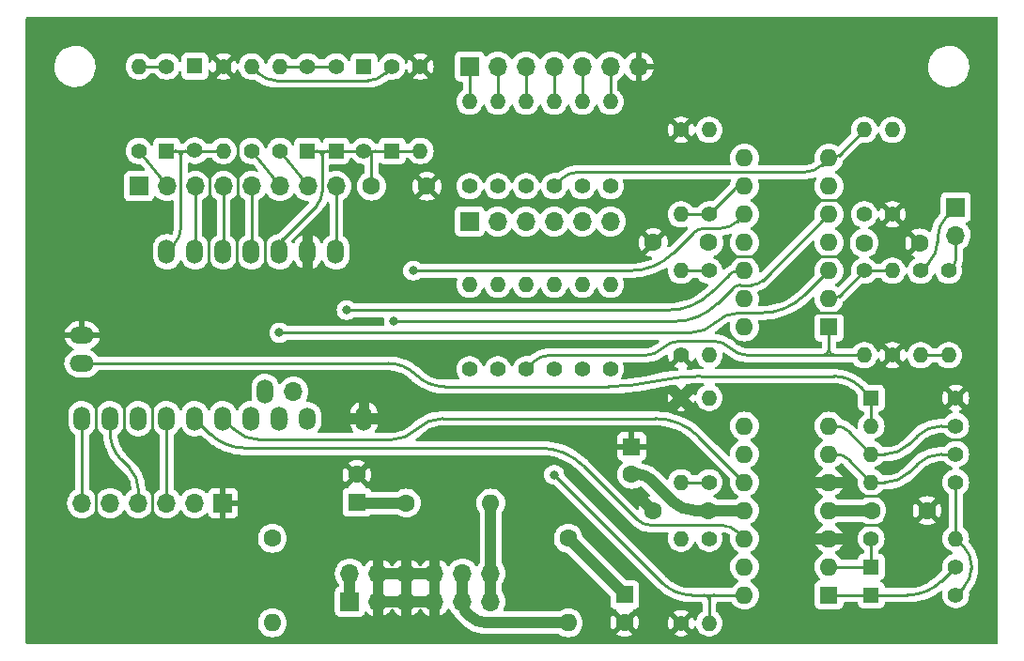
<source format=gbl>
G04 #@! TF.GenerationSoftware,KiCad,Pcbnew,7.0.10*
G04 #@! TF.CreationDate,2025-06-07T09:47:01+01:00*
G04 #@! TF.ProjectId,Eudlidean_Rhythms_R,4575646c-6964-4656-916e-5f5268797468,rev?*
G04 #@! TF.SameCoordinates,Original*
G04 #@! TF.FileFunction,Copper,L2,Bot*
G04 #@! TF.FilePolarity,Positive*
%FSLAX46Y46*%
G04 Gerber Fmt 4.6, Leading zero omitted, Abs format (unit mm)*
G04 Created by KiCad (PCBNEW 7.0.10) date 2025-06-07 09:47:01*
%MOMM*%
%LPD*%
G01*
G04 APERTURE LIST*
G04 #@! TA.AperFunction,ComponentPad*
%ADD10C,1.400000*%
G04 #@! TD*
G04 #@! TA.AperFunction,ComponentPad*
%ADD11O,1.400000X1.400000*%
G04 #@! TD*
G04 #@! TA.AperFunction,ComponentPad*
%ADD12R,1.400000X1.400000*%
G04 #@! TD*
G04 #@! TA.AperFunction,ComponentPad*
%ADD13R,1.700000X1.700000*%
G04 #@! TD*
G04 #@! TA.AperFunction,ComponentPad*
%ADD14O,1.700000X1.700000*%
G04 #@! TD*
G04 #@! TA.AperFunction,ComponentPad*
%ADD15R,1.600000X1.600000*%
G04 #@! TD*
G04 #@! TA.AperFunction,ComponentPad*
%ADD16O,1.600000X1.600000*%
G04 #@! TD*
G04 #@! TA.AperFunction,ComponentPad*
%ADD17C,1.600000*%
G04 #@! TD*
G04 #@! TA.AperFunction,ComponentPad*
%ADD18O,1.500000X2.200000*%
G04 #@! TD*
G04 #@! TA.AperFunction,ComponentPad*
%ADD19O,1.500000X2.000000*%
G04 #@! TD*
G04 #@! TA.AperFunction,ComponentPad*
%ADD20O,2.200000X1.500000*%
G04 #@! TD*
G04 #@! TA.AperFunction,ViaPad*
%ADD21C,0.800000*%
G04 #@! TD*
G04 #@! TA.AperFunction,Conductor*
%ADD22C,1.000000*%
G04 #@! TD*
G04 #@! TA.AperFunction,Conductor*
%ADD23C,0.250000*%
G04 #@! TD*
G04 APERTURE END LIST*
D10*
X141605000Y-135930000D03*
D11*
X149225000Y-135930000D03*
D12*
X141605000Y-123230000D03*
D10*
X149225000Y-123230000D03*
D13*
X105410000Y-107315000D03*
D14*
X107950000Y-107315000D03*
X110490000Y-107315000D03*
X113030000Y-107315000D03*
X115570000Y-107315000D03*
X118110000Y-107315000D03*
D12*
X78105000Y-100965000D03*
D10*
X78105000Y-93345000D03*
X85765000Y-100965000D03*
D11*
X85765000Y-93345000D03*
D10*
X149225000Y-125770000D03*
D11*
X141605000Y-125770000D03*
D10*
X124460000Y-143550000D03*
D11*
X124460000Y-135930000D03*
D15*
X137795000Y-116840000D03*
D16*
X137795000Y-114300000D03*
X137795000Y-111760000D03*
X137795000Y-109220000D03*
X137795000Y-106680000D03*
X137795000Y-104140000D03*
X137795000Y-101600000D03*
X130175000Y-101600000D03*
X130175000Y-104140000D03*
X130175000Y-106680000D03*
X130175000Y-109220000D03*
X130175000Y-111760000D03*
X130175000Y-114300000D03*
X130175000Y-116840000D03*
D12*
X80645000Y-93319600D03*
D10*
X80645000Y-100939600D03*
X88320000Y-100965000D03*
D11*
X88320000Y-93345000D03*
D10*
X105410000Y-120650000D03*
D11*
X105410000Y-113030000D03*
D10*
X115570000Y-104140000D03*
D11*
X115570000Y-96520000D03*
D10*
X118110000Y-120650000D03*
D11*
X118110000Y-113030000D03*
D17*
X141645000Y-133390000D03*
X146645000Y-133390000D03*
D13*
X105410000Y-93345000D03*
D14*
X107950000Y-93345000D03*
X110490000Y-93345000D03*
X113030000Y-93345000D03*
X115570000Y-93345000D03*
X118110000Y-93345000D03*
X120650000Y-93345000D03*
D10*
X124460000Y-123230000D03*
D11*
X124460000Y-130850000D03*
D10*
X127000000Y-111760000D03*
D11*
X127000000Y-119380000D03*
D10*
X124460000Y-119380000D03*
D11*
X124460000Y-111760000D03*
D17*
X126960000Y-133390000D03*
X121960000Y-133390000D03*
D15*
X137795000Y-141010000D03*
D16*
X137795000Y-138470000D03*
X137795000Y-135930000D03*
X137795000Y-133390000D03*
X137795000Y-130850000D03*
X137795000Y-128310000D03*
X137795000Y-125770000D03*
X130175000Y-125770000D03*
X130175000Y-128310000D03*
X130175000Y-130850000D03*
X130175000Y-133390000D03*
X130175000Y-135930000D03*
X130175000Y-138470000D03*
X130175000Y-141010000D03*
D12*
X90805000Y-100965000D03*
D10*
X90805000Y-93345000D03*
D13*
X83185000Y-132715000D03*
D14*
X80645000Y-132715000D03*
X78105000Y-132715000D03*
X75565000Y-132715000D03*
X73025000Y-132715000D03*
X70485000Y-132715000D03*
D12*
X141605000Y-138470000D03*
D10*
X149225000Y-138470000D03*
X127000000Y-106680000D03*
D11*
X127000000Y-99060000D03*
D10*
X148590000Y-111760000D03*
D11*
X148590000Y-119380000D03*
D15*
X95250000Y-132650113D03*
D17*
X95250000Y-130150113D03*
D10*
X110490000Y-104140000D03*
D11*
X110490000Y-96520000D03*
D12*
X98425000Y-100965000D03*
D10*
X98425000Y-93345000D03*
X83225000Y-93345000D03*
D11*
X83225000Y-100965000D03*
D10*
X75605000Y-100965000D03*
D11*
X75605000Y-93345000D03*
D13*
X149225000Y-106040000D03*
D14*
X149225000Y-108580000D03*
D10*
X107950000Y-120650000D03*
D11*
X107950000Y-113030000D03*
D13*
X75605000Y-104140000D03*
D14*
X78145000Y-104140000D03*
X80685000Y-104140000D03*
X83225000Y-104140000D03*
X85765000Y-104140000D03*
X88305000Y-104140000D03*
X90845000Y-104140000D03*
X93385000Y-104140000D03*
D10*
X149225000Y-130850000D03*
D11*
X141605000Y-130850000D03*
D17*
X101560000Y-104140000D03*
X96560000Y-104140000D03*
D10*
X118110000Y-104140000D03*
D11*
X118110000Y-96520000D03*
D13*
X94615000Y-141605000D03*
D14*
X94615000Y-139065000D03*
X97155000Y-141605000D03*
X97155000Y-139065000D03*
X99695000Y-141605000D03*
X99695000Y-139065000D03*
X102235000Y-141605000D03*
X102235000Y-139065000D03*
X104775000Y-141605000D03*
X104775000Y-139065000D03*
X107315000Y-141605000D03*
X107315000Y-139065000D03*
D10*
X100965000Y-93345000D03*
D11*
X100965000Y-100965000D03*
D10*
X146050000Y-111760000D03*
D11*
X146050000Y-119380000D03*
D17*
X114300000Y-135890000D03*
D16*
X114300000Y-143510000D03*
D17*
X126960000Y-109220000D03*
X121960000Y-109220000D03*
D10*
X143510000Y-106680000D03*
D11*
X143510000Y-99060000D03*
D15*
X120015000Y-127635000D03*
D17*
X120015000Y-130135000D03*
D10*
X143510000Y-119380000D03*
D11*
X143510000Y-111760000D03*
D10*
X113030000Y-120650000D03*
D11*
X113030000Y-113030000D03*
D15*
X119380000Y-140970000D03*
D17*
X119380000Y-143470000D03*
D12*
X141605000Y-141010000D03*
D10*
X149225000Y-141010000D03*
X124460000Y-99060000D03*
D11*
X124460000Y-106680000D03*
D10*
X127000000Y-130850000D03*
D11*
X127000000Y-123230000D03*
D17*
X140970000Y-109260000D03*
X145970000Y-109260000D03*
D18*
X93345000Y-110055000D03*
X90805000Y-110055000D03*
X88265000Y-110055000D03*
X85725000Y-110055000D03*
X83185000Y-110055000D03*
X80645000Y-110055000D03*
X78105000Y-110055000D03*
X70485000Y-125095000D03*
X73025000Y-125095000D03*
X75565000Y-125095000D03*
X78105000Y-125095000D03*
X80645000Y-125095000D03*
X83185000Y-125095000D03*
X85725000Y-125095000D03*
X88265000Y-125095000D03*
D19*
X90805000Y-125095000D03*
D18*
X95885000Y-125095000D03*
D14*
X89535000Y-122655000D03*
D18*
X86995000Y-122655000D03*
D20*
X70485000Y-120115000D03*
X70485000Y-117575000D03*
D10*
X140970000Y-106680000D03*
D11*
X140970000Y-99060000D03*
D10*
X140970000Y-111760000D03*
D11*
X140970000Y-119380000D03*
D10*
X149225000Y-128310000D03*
D11*
X141605000Y-128310000D03*
D17*
X99695000Y-132715000D03*
D16*
X107315000Y-132715000D03*
D12*
X95885000Y-93345000D03*
D10*
X95885000Y-100965000D03*
X107950000Y-104140000D03*
D11*
X107950000Y-96520000D03*
D10*
X105410000Y-104140000D03*
D11*
X105410000Y-96520000D03*
D12*
X93385000Y-100965000D03*
D10*
X93385000Y-93345000D03*
X113030000Y-104140000D03*
D11*
X113030000Y-96520000D03*
D10*
X127000000Y-135930000D03*
D11*
X127000000Y-143550000D03*
D17*
X87630000Y-135890000D03*
D16*
X87630000Y-143510000D03*
D10*
X110490000Y-120650000D03*
D11*
X110490000Y-113030000D03*
D10*
X115570000Y-120650000D03*
D11*
X115570000Y-113030000D03*
D21*
X113030000Y-130175000D03*
X88265000Y-117355720D03*
X98577400Y-116332000D03*
X94334000Y-115316000D03*
X100330000Y-111760000D03*
D22*
X114300000Y-135890000D02*
X119380000Y-140970000D01*
X137795000Y-133390000D02*
X141645000Y-133390000D01*
D23*
X128905000Y-110490000D02*
X131445000Y-110490000D01*
X71755000Y-133985000D02*
X71755000Y-131445000D01*
X84505800Y-105410000D02*
X84505800Y-102870000D01*
X136525000Y-105410000D02*
X139065000Y-105410000D01*
X140335000Y-134696200D02*
X142875000Y-134696200D01*
X84505800Y-102108000D02*
X84505800Y-99568000D01*
X147955000Y-127000000D02*
X150495000Y-127000000D01*
X136525000Y-115570000D02*
X139065000Y-115570000D01*
X140335000Y-132054600D02*
X142875000Y-132054600D01*
X136525000Y-110490000D02*
X139065000Y-110490000D01*
X76835000Y-126492000D02*
X76835000Y-123952000D01*
X81965800Y-105410000D02*
X81965800Y-102870000D01*
X76835000Y-133985000D02*
X76835000Y-131445000D01*
X81915000Y-111379000D02*
X81915000Y-108839000D01*
X86995000Y-111379000D02*
X86995000Y-108839000D01*
X84455000Y-111379000D02*
X84455000Y-108839000D01*
X74295000Y-126492000D02*
X74295000Y-123952000D01*
X71755000Y-126492000D02*
X71755000Y-123952000D01*
D22*
X120630000Y-130135000D02*
X120015000Y-130135000D01*
X126960000Y-133390000D02*
X130175000Y-133390000D01*
X121679870Y-130569870D02*
X123630258Y-132520258D01*
X125730000Y-133390000D02*
X126960000Y-133390000D01*
X121679861Y-130569879D02*
G75*
G03*
X120630000Y-130135000I-1049861J-1049821D01*
G01*
X123630254Y-132520262D02*
G75*
G03*
X125730000Y-133390000I2099746J2099762D01*
G01*
X95360769Y-132715000D02*
X99695000Y-132715000D01*
X95282443Y-132682556D02*
X95250000Y-132650113D01*
X95282452Y-132682547D02*
G75*
G03*
X95360769Y-132715000I78348J78347D01*
G01*
D23*
X90805000Y-93345000D02*
X88320000Y-93345000D01*
X90805000Y-93345000D02*
X93385000Y-93345000D01*
X93385000Y-100965000D02*
X92570300Y-100965000D01*
X92125800Y-101409500D02*
X92125800Y-102298500D01*
X96222500Y-100965000D02*
X95547500Y-100965000D01*
X96897500Y-100965000D02*
X100965000Y-100965000D01*
X92125800Y-102298500D02*
X92125800Y-103149400D01*
X91681300Y-100965000D02*
X90845000Y-100965000D01*
X92125800Y-103149400D02*
X92125800Y-104622600D01*
X93385000Y-100965000D02*
X95547500Y-100965000D01*
X91681300Y-100965000D02*
X92570300Y-100965000D01*
X96560000Y-101302500D02*
X96560000Y-104140000D01*
X88560217Y-108924782D02*
X91604945Y-105880054D01*
X88265000Y-109637500D02*
X88265000Y-110055000D01*
X96222500Y-100965000D02*
X96897500Y-100965000D01*
X88560225Y-108924790D02*
G75*
G03*
X88265000Y-109637500I712675J-712710D01*
G01*
X92570300Y-100965000D02*
G75*
G03*
X92125800Y-101409500I0J-444500D01*
G01*
X92125800Y-101409500D02*
G75*
G03*
X91681300Y-100965000I-444500J0D01*
G01*
X96897500Y-100965000D02*
G75*
G03*
X96560000Y-101302500I0J-337500D01*
G01*
X91604943Y-105880052D02*
G75*
G03*
X92125800Y-104622600I-1257443J1257452D01*
G01*
X96560000Y-101302500D02*
G75*
G03*
X96222500Y-100965000I-337500J0D01*
G01*
X97790000Y-93980000D02*
X98425000Y-93345000D01*
X96256974Y-94615000D02*
X87933025Y-94615000D01*
X86400000Y-93980000D02*
X85765000Y-93345000D01*
X96256974Y-94614989D02*
G75*
G03*
X97790000Y-93980000I26J2167989D01*
G01*
X86399992Y-93980008D02*
G75*
G03*
X87933025Y-94615000I1533008J1533008D01*
G01*
X80685000Y-100965000D02*
X79819500Y-100965000D01*
X80685000Y-100965000D02*
X83225000Y-100965000D01*
X78930500Y-100965000D02*
X78145000Y-100965000D01*
X79375000Y-102298500D02*
X79375000Y-107886974D01*
X78740000Y-109420000D02*
X78105000Y-110055000D01*
X79375000Y-101409500D02*
X79375000Y-102298500D01*
X78930500Y-100965000D02*
X79819500Y-100965000D01*
X79375000Y-101409500D02*
G75*
G03*
X78930500Y-100965000I-444500J0D01*
G01*
X79819500Y-100965000D02*
G75*
G03*
X79375000Y-101409500I0J-444500D01*
G01*
X78740008Y-109420008D02*
G75*
G03*
X79375000Y-107886974I-1533008J1533008D01*
G01*
X75605000Y-93345000D02*
X78105000Y-93345000D01*
X83225000Y-109986715D02*
X83225000Y-104140000D01*
X83205000Y-110035000D02*
X83185000Y-110055000D01*
X83204995Y-110034995D02*
G75*
G03*
X83225000Y-109986715I-48295J48295D01*
G01*
X147955000Y-139740000D02*
X149225000Y-138470000D01*
X141605000Y-141010000D02*
X144888948Y-141010000D01*
X141605000Y-141010000D02*
X137795000Y-141010000D01*
X144888948Y-141010020D02*
G75*
G03*
X147955000Y-139740000I-48J4336120D01*
G01*
X139514012Y-126219012D02*
X141605000Y-128310000D01*
X147935000Y-125770000D02*
X149225000Y-125770000D01*
X138430000Y-125770000D02*
X137795000Y-125770000D01*
X145732831Y-126682167D02*
X144988883Y-127426116D01*
X141605000Y-128310000D02*
X142855000Y-128310000D01*
X142855000Y-128309989D02*
G75*
G03*
X144988883Y-127426116I0J3017789D01*
G01*
X147935000Y-125769989D02*
G75*
G03*
X145732832Y-126682168I0J-3114311D01*
G01*
X139514007Y-126219017D02*
G75*
G03*
X138430000Y-125770000I-1084007J-1083983D01*
G01*
D22*
X94615000Y-139065000D02*
X94615000Y-141605000D01*
X107315000Y-139065000D02*
X107315000Y-132715000D01*
X107315000Y-139065000D02*
X107315000Y-141605000D01*
X104775000Y-141287500D02*
X104775000Y-141922500D01*
X106943025Y-143510000D02*
X114300000Y-143510000D01*
X104775000Y-141287500D02*
X104775000Y-139065000D01*
X104999506Y-142464506D02*
X105410000Y-142875000D01*
X105409992Y-142875008D02*
G75*
G03*
X106943025Y-143510000I1533008J1533008D01*
G01*
X104774997Y-141922500D02*
G75*
G03*
X104999507Y-142464505I766503J0D01*
G01*
D23*
X88320000Y-100965000D02*
X90845000Y-104140000D01*
X85765000Y-100965000D02*
X88305000Y-104140000D01*
X78145000Y-104140000D02*
X75605000Y-100965000D01*
X146812000Y-110998000D02*
X146050000Y-111760000D01*
X147574000Y-108858433D02*
X147574000Y-109158369D01*
X148399500Y-106865500D02*
X149225000Y-106040000D01*
X148399490Y-106865490D02*
G75*
G03*
X147574000Y-108858433I1992910J-1992910D01*
G01*
X146812009Y-110998009D02*
G75*
G03*
X147574000Y-109158369I-1839609J1839609D01*
G01*
X148907500Y-111442500D02*
X148590000Y-111760000D01*
X149225000Y-110675987D02*
X149225000Y-108580000D01*
X148907504Y-111442504D02*
G75*
G03*
X149225000Y-110675987I-766504J766504D01*
G01*
X93385000Y-109986715D02*
X93385000Y-104140000D01*
X93365000Y-110035000D02*
X93345000Y-110055000D01*
X93364995Y-110034995D02*
G75*
G03*
X93385000Y-109986715I-48295J48295D01*
G01*
X105410000Y-96520000D02*
X105410000Y-93345000D01*
X107950000Y-96520000D02*
X107950000Y-93345000D01*
X110490000Y-96520000D02*
X110490000Y-93345000D01*
X113030000Y-96520000D02*
X113030000Y-93345000D01*
X115570000Y-96520000D02*
X115570000Y-93345000D01*
X118110000Y-96520000D02*
X118110000Y-93345000D01*
X78105000Y-125095000D02*
X78105000Y-132715000D01*
X73985887Y-128773687D02*
X74729836Y-129517636D01*
X75565000Y-131533900D02*
X75565000Y-132715000D01*
X73025000Y-126453900D02*
X73025000Y-125095000D01*
X73025008Y-126453900D02*
G75*
G03*
X73985887Y-128773687I3280692J0D01*
G01*
X75565008Y-131533900D02*
G75*
G03*
X74729836Y-129517636I-2851408J0D01*
G01*
X70485000Y-125095000D02*
X70485000Y-132715000D01*
X141605000Y-123230000D02*
X140632500Y-122257500D01*
X103108853Y-122205000D02*
X117916463Y-122205000D01*
X126208536Y-121285000D02*
X138284677Y-121285000D01*
X141605000Y-123230000D02*
X141605000Y-125770000D01*
X98063146Y-120115000D02*
X70485000Y-120115000D01*
X100586014Y-121159986D02*
G75*
G03*
X103108853Y-122205000I2522886J2522886D01*
G01*
X117916463Y-122204991D02*
G75*
G03*
X122062500Y-121745000I37J18914391D01*
G01*
X100585986Y-121160014D02*
G75*
G03*
X98063146Y-120115000I-2522886J-2522886D01*
G01*
X140632507Y-122257493D02*
G75*
G03*
X138284677Y-121285000I-2347807J-2347807D01*
G01*
X126208536Y-121285004D02*
G75*
G03*
X122062500Y-121745000I-36J-18914196D01*
G01*
X141605000Y-138470000D02*
X137795000Y-138470000D01*
X141605000Y-138470000D02*
X141605000Y-135930000D01*
X148590000Y-119380000D02*
X146050000Y-119380000D01*
X149923500Y-140311500D02*
X149225000Y-141010000D01*
X150622000Y-138314828D02*
X150622000Y-138625171D01*
X149923500Y-136628500D02*
X149225000Y-135930000D01*
X149225000Y-135930000D02*
X149225000Y-130850000D01*
X149923508Y-140311508D02*
G75*
G03*
X150622000Y-138625171I-1686308J1686308D01*
G01*
X150621988Y-138314828D02*
G75*
G03*
X149923500Y-136628500I-2384788J28D01*
G01*
X113030000Y-130175000D02*
X122756610Y-139901610D01*
X125432500Y-141010000D02*
X126575500Y-141010000D01*
X126575500Y-141010000D02*
X127424500Y-141010000D01*
X127000000Y-141434500D02*
X127000000Y-142283500D01*
X127000000Y-142283500D02*
X127000000Y-143550000D01*
X127424500Y-141010000D02*
X130175000Y-141010000D01*
X127424500Y-141010000D02*
G75*
G03*
X127000000Y-141434500I0J-424500D01*
G01*
X122756606Y-139901614D02*
G75*
G03*
X125432500Y-141010000I2675894J2675914D01*
G01*
X127000000Y-141434500D02*
G75*
G03*
X126575500Y-141010000I-424500J0D01*
G01*
X138112500Y-114300000D02*
X137795000Y-114300000D01*
X138654506Y-114075493D02*
X140970000Y-111760000D01*
X140970000Y-111760000D02*
X143510000Y-111760000D01*
X138112500Y-114300003D02*
G75*
G03*
X138654506Y-114075493I0J766503D01*
G01*
X124460000Y-130850000D02*
X127000000Y-130850000D01*
X112658025Y-119380000D02*
X121266974Y-119380000D01*
X111125000Y-120015000D02*
X110490000Y-120650000D01*
X137282500Y-119380000D02*
X130447025Y-119380000D01*
X137795000Y-117842500D02*
X137795000Y-118867500D01*
X138307500Y-119380000D02*
X140970000Y-119380000D01*
X124333025Y-118110000D02*
X127380974Y-118110000D01*
X137795000Y-117842500D02*
X137795000Y-116840000D01*
X138307500Y-119380000D02*
X137282500Y-119380000D01*
X137795000Y-118867500D02*
G75*
G03*
X138307500Y-119380000I512500J0D01*
G01*
X112658025Y-119380011D02*
G75*
G03*
X111125000Y-120015000I-25J-2167989D01*
G01*
X121266974Y-119379989D02*
G75*
G03*
X122800000Y-118745000I26J2167989D01*
G01*
X137282500Y-119380000D02*
G75*
G03*
X137795000Y-118867500I0J512500D01*
G01*
X128914008Y-118744992D02*
G75*
G03*
X127380974Y-118110000I-1533008J-1533008D01*
G01*
X124333025Y-118110011D02*
G75*
G03*
X122800000Y-118745000I-25J-2167989D01*
G01*
X128913992Y-118745008D02*
G75*
G03*
X130447025Y-119380000I1533008J1533008D01*
G01*
X135626974Y-102870000D02*
X115198025Y-102870000D01*
X138654506Y-101375493D02*
X140970000Y-99060000D01*
X137159999Y-102234999D02*
X137570493Y-101824506D01*
X113665000Y-103505000D02*
X113030000Y-104140000D01*
X138112500Y-101600003D02*
G75*
G03*
X138654506Y-101375493I0J766503D01*
G01*
X115198025Y-102870011D02*
G75*
G03*
X113665000Y-103505000I-25J-2167989D01*
G01*
X138112500Y-101599996D02*
G75*
G03*
X137570493Y-101824506I0J-766504D01*
G01*
X135626974Y-102869987D02*
G75*
G03*
X137159998Y-102234998I26J2167987D01*
G01*
X81978500Y-126428500D02*
X80645000Y-125095000D01*
X123329700Y-134721600D02*
X128112132Y-134721600D01*
X115639792Y-129355792D02*
X120457804Y-134173804D01*
X123329700Y-134721600D02*
X121780300Y-134721600D01*
X129570800Y-135325800D02*
X130175000Y-135930000D01*
X85197853Y-127762000D02*
X111792036Y-127762000D01*
X129570791Y-135325809D02*
G75*
G03*
X128112132Y-134721600I-1458691J-1458691D01*
G01*
X81978514Y-126428486D02*
G75*
G03*
X85197853Y-127762000I3219386J3219386D01*
G01*
X115639784Y-129355800D02*
G75*
G03*
X111792036Y-127762000I-3847784J-3847800D01*
G01*
X120457802Y-134173806D02*
G75*
G03*
X121780300Y-134721600I1322498J1322506D01*
G01*
X126013792Y-126688792D02*
X130175000Y-130850000D01*
X102947038Y-125095000D02*
X122166036Y-125095000D01*
X84137500Y-126047500D02*
X83185000Y-125095000D01*
X86437038Y-127000000D02*
X98347961Y-127000000D01*
X98347961Y-126999984D02*
G75*
G03*
X100647500Y-126047500I39J3251984D01*
G01*
X126013784Y-126688800D02*
G75*
G03*
X122166036Y-125095000I-3847784J-3847800D01*
G01*
X102947038Y-125095016D02*
G75*
G03*
X100647500Y-126047500I-38J-3251984D01*
G01*
X84137489Y-126047511D02*
G75*
G03*
X86437038Y-127000000I2299511J2299511D01*
G01*
X125391769Y-117348000D02*
X88278178Y-117348000D01*
X135578792Y-113976207D02*
X137795000Y-111760000D01*
X88265000Y-117355720D02*
X88268860Y-117351860D01*
X129684240Y-115570000D02*
X131731036Y-115570000D01*
X125391769Y-117347988D02*
G75*
G03*
X127538005Y-116459000I31J3035188D01*
G01*
X131731036Y-115570010D02*
G75*
G03*
X135578792Y-113976207I-36J5441610D01*
G01*
X88278178Y-117347992D02*
G75*
G03*
X88268861Y-117351861I22J-13208D01*
G01*
X129684240Y-115570019D02*
G75*
G03*
X127538005Y-116459000I-40J-3035181D01*
G01*
X131832691Y-112642308D02*
X137795000Y-106680000D01*
X88900000Y-125095000D02*
X88265000Y-125095000D01*
X130670300Y-113055400D02*
X129832100Y-113055400D01*
X130835400Y-113055400D02*
X130670300Y-113055400D01*
X127730192Y-114738206D02*
X129116651Y-113351748D01*
X123882436Y-116332000D02*
X98577400Y-116332000D01*
X123882436Y-116332009D02*
G75*
G03*
X127730192Y-114738206I-36J5441609D01*
G01*
X129832100Y-113055401D02*
G75*
G03*
X129116652Y-113351749I0J-1011799D01*
G01*
X130835400Y-113055394D02*
G75*
G03*
X131832691Y-112642308I0J1410394D01*
G01*
X129667000Y-111760000D02*
X130175000Y-111760000D01*
X123349036Y-115316000D02*
X94334000Y-115316000D01*
X128799789Y-112119210D02*
X127196792Y-113722207D01*
X123349036Y-115316010D02*
G75*
G03*
X127196792Y-113722207I-36J5441610D01*
G01*
X129667000Y-111759994D02*
G75*
G03*
X128799790Y-112119211I0J-1226406D01*
G01*
X127660400Y-107950000D02*
X126542800Y-107950000D01*
X119920036Y-111760000D02*
X100430000Y-111760000D01*
X129540000Y-107315000D02*
X130175000Y-106680000D01*
X125588868Y-108345131D02*
X123767792Y-110166207D01*
X128006974Y-107950000D02*
X127660400Y-107950000D01*
X126542800Y-107950011D02*
G75*
G03*
X125588869Y-108345132I0J-1349089D01*
G01*
X119920036Y-111760010D02*
G75*
G03*
X123767792Y-110166207I-36J5441610D01*
G01*
X128006974Y-107949989D02*
G75*
G03*
X129540000Y-107315000I26J2167989D01*
G01*
X85745000Y-110035000D02*
X85725000Y-110055000D01*
X85765000Y-109986715D02*
X85765000Y-104140000D01*
X85744995Y-110034995D02*
G75*
G03*
X85765000Y-109986715I-48295J48295D01*
G01*
X80665000Y-110035000D02*
X80645000Y-110055000D01*
X80685000Y-109986715D02*
X80685000Y-104140000D01*
X80664995Y-110034995D02*
G75*
G03*
X80685000Y-109986715I-48295J48295D01*
G01*
X124460000Y-111760000D02*
X127000000Y-111760000D01*
X127000000Y-106680000D02*
X129315493Y-104364506D01*
X129857500Y-104140000D02*
X130175000Y-104140000D01*
X127000000Y-106680000D02*
X124460000Y-106680000D01*
X129857500Y-104139996D02*
G75*
G03*
X129315493Y-104364506I0J-766504D01*
G01*
X144988883Y-129966116D02*
X145732832Y-129222167D01*
X138430000Y-128310000D02*
X137795000Y-128310000D01*
X141605000Y-130850000D02*
X139514012Y-128759012D01*
X147935000Y-128310000D02*
X149225000Y-128310000D01*
X141605000Y-130850000D02*
X142855000Y-130850000D01*
X147935000Y-128309989D02*
G75*
G03*
X145732832Y-129222167I0J-3114311D01*
G01*
X142855000Y-130849989D02*
G75*
G03*
X144988883Y-129966116I0J3017789D01*
G01*
X139514007Y-128759017D02*
G75*
G03*
X138430000Y-128310000I-1084007J-1083983D01*
G01*
G04 #@! TA.AperFunction,Conductor*
G36*
X122168474Y-125720595D02*
G01*
X122539043Y-125735158D01*
X122548715Y-125735919D01*
X122914607Y-125779227D01*
X122924181Y-125780743D01*
X123285556Y-125852627D01*
X123294987Y-125854891D01*
X123649589Y-125954900D01*
X123658817Y-125957898D01*
X123888786Y-126042739D01*
X124004482Y-126085422D01*
X124013477Y-126089148D01*
X124348055Y-126243391D01*
X124356719Y-126247807D01*
X124678161Y-126427824D01*
X124686463Y-126432911D01*
X124851972Y-126543500D01*
X124973117Y-126624447D01*
X124992777Y-126637583D01*
X125000654Y-126643306D01*
X125058859Y-126689191D01*
X125289984Y-126871395D01*
X125297375Y-126877708D01*
X125347857Y-126924373D01*
X125569927Y-127129652D01*
X125573437Y-127133027D01*
X128875586Y-130435176D01*
X128909071Y-130496499D01*
X128907681Y-130554948D01*
X128889365Y-130623307D01*
X128889364Y-130623313D01*
X128869532Y-130849999D01*
X128869532Y-130850001D01*
X128889364Y-131076686D01*
X128889366Y-131076697D01*
X128948258Y-131296488D01*
X128948261Y-131296497D01*
X129044431Y-131502732D01*
X129044432Y-131502734D01*
X129174954Y-131689141D01*
X129335858Y-131850045D01*
X129335861Y-131850047D01*
X129522266Y-131980568D01*
X129579681Y-132007341D01*
X129580275Y-132007618D01*
X129632714Y-132053791D01*
X129651866Y-132120984D01*
X129631650Y-132187865D01*
X129580275Y-132232382D01*
X129522267Y-132259431D01*
X129522265Y-132259432D01*
X129368535Y-132367075D01*
X129302329Y-132389402D01*
X129297412Y-132389500D01*
X127837588Y-132389500D01*
X127770549Y-132369815D01*
X127766465Y-132367075D01*
X127656458Y-132290048D01*
X127612734Y-132259432D01*
X127612728Y-132259429D01*
X127455410Y-132186070D01*
X127402971Y-132139897D01*
X127383819Y-132072704D01*
X127404035Y-132005823D01*
X127457201Y-131960488D01*
X127463000Y-131958070D01*
X127537401Y-131929247D01*
X127726562Y-131812124D01*
X127890981Y-131662236D01*
X128025058Y-131484689D01*
X128124229Y-131285528D01*
X128185115Y-131071536D01*
X128205643Y-130850000D01*
X128185115Y-130628464D01*
X128124229Y-130414472D01*
X128121213Y-130408415D01*
X128025061Y-130215316D01*
X128025056Y-130215308D01*
X127890979Y-130037761D01*
X127726562Y-129887876D01*
X127726560Y-129887874D01*
X127537404Y-129770754D01*
X127537398Y-129770752D01*
X127537393Y-129770750D01*
X127329940Y-129690382D01*
X127111243Y-129649500D01*
X126888757Y-129649500D01*
X126670060Y-129690382D01*
X126571989Y-129728375D01*
X126462601Y-129770752D01*
X126462595Y-129770754D01*
X126273439Y-129887874D01*
X126273437Y-129887876D01*
X126109020Y-130037761D01*
X126005212Y-130175227D01*
X125949103Y-130216863D01*
X125906258Y-130224500D01*
X125553742Y-130224500D01*
X125486703Y-130204815D01*
X125454788Y-130175227D01*
X125350979Y-130037761D01*
X125186562Y-129887876D01*
X125186560Y-129887874D01*
X124997404Y-129770754D01*
X124997398Y-129770752D01*
X124997393Y-129770750D01*
X124789940Y-129690382D01*
X124571243Y-129649500D01*
X124348757Y-129649500D01*
X124130060Y-129690382D01*
X124031989Y-129728375D01*
X123922601Y-129770752D01*
X123922595Y-129770754D01*
X123733439Y-129887874D01*
X123733437Y-129887876D01*
X123569020Y-130037761D01*
X123434943Y-130215308D01*
X123434938Y-130215316D01*
X123335775Y-130414461D01*
X123335770Y-130414474D01*
X123305716Y-130520102D01*
X123268436Y-130579195D01*
X123205126Y-130608752D01*
X123135887Y-130599390D01*
X123098769Y-130573848D01*
X122407849Y-129882929D01*
X122387344Y-129862423D01*
X122387343Y-129862423D01*
X122369904Y-129844983D01*
X122369901Y-129844981D01*
X122349427Y-129824507D01*
X122349118Y-129824213D01*
X122288650Y-129763741D01*
X122070411Y-129589697D01*
X122070412Y-129589697D01*
X122070410Y-129589696D01*
X121834062Y-129441184D01*
X121834063Y-129441184D01*
X121799708Y-129424639D01*
X121582565Y-129320066D01*
X121582558Y-129320063D01*
X121582557Y-129320063D01*
X121452349Y-129274500D01*
X121319092Y-129227870D01*
X121046952Y-129165754D01*
X121046948Y-129165753D01*
X121046939Y-129165752D01*
X120978521Y-129158043D01*
X120914107Y-129130976D01*
X120874552Y-129073381D01*
X120872415Y-129003544D01*
X120908373Y-128943638D01*
X120949072Y-128918641D01*
X121057086Y-128878354D01*
X121057093Y-128878350D01*
X121172187Y-128792190D01*
X121172190Y-128792187D01*
X121258350Y-128677093D01*
X121258354Y-128677086D01*
X121308596Y-128542379D01*
X121308598Y-128542372D01*
X121314999Y-128482844D01*
X121315000Y-128482827D01*
X121315000Y-127885000D01*
X120330686Y-127885000D01*
X120342641Y-127873045D01*
X120400165Y-127760148D01*
X120419986Y-127635000D01*
X120400165Y-127509852D01*
X120342641Y-127396955D01*
X120330686Y-127385000D01*
X121315000Y-127385000D01*
X121315000Y-126787172D01*
X121314999Y-126787155D01*
X121308598Y-126727627D01*
X121308596Y-126727620D01*
X121258354Y-126592913D01*
X121258350Y-126592906D01*
X121172190Y-126477812D01*
X121172187Y-126477809D01*
X121057093Y-126391649D01*
X121057086Y-126391645D01*
X120922379Y-126341403D01*
X120922372Y-126341401D01*
X120862844Y-126335000D01*
X120265000Y-126335000D01*
X120265000Y-127319314D01*
X120253045Y-127307359D01*
X120140148Y-127249835D01*
X120046481Y-127235000D01*
X119983519Y-127235000D01*
X119889852Y-127249835D01*
X119776955Y-127307359D01*
X119765000Y-127319314D01*
X119765000Y-126335000D01*
X119167155Y-126335000D01*
X119107627Y-126341401D01*
X119107620Y-126341403D01*
X118972913Y-126391645D01*
X118972906Y-126391649D01*
X118857812Y-126477809D01*
X118857809Y-126477812D01*
X118771649Y-126592906D01*
X118771645Y-126592913D01*
X118721403Y-126727620D01*
X118721401Y-126727627D01*
X118715000Y-126787155D01*
X118715000Y-127385000D01*
X119699314Y-127385000D01*
X119687359Y-127396955D01*
X119629835Y-127509852D01*
X119610014Y-127635000D01*
X119629835Y-127760148D01*
X119687359Y-127873045D01*
X119699314Y-127885000D01*
X118715000Y-127885000D01*
X118715000Y-128482844D01*
X118721401Y-128542372D01*
X118721403Y-128542379D01*
X118771645Y-128677086D01*
X118771649Y-128677093D01*
X118857809Y-128792187D01*
X118857812Y-128792190D01*
X118972906Y-128878350D01*
X118972913Y-128878354D01*
X119107622Y-128928597D01*
X119113334Y-128929947D01*
X119174052Y-128964517D01*
X119206441Y-129026427D01*
X119200218Y-129096018D01*
X119172507Y-129138306D01*
X119014951Y-129295862D01*
X118884432Y-129482265D01*
X118884431Y-129482267D01*
X118788261Y-129688502D01*
X118788258Y-129688511D01*
X118729366Y-129908302D01*
X118729364Y-129908313D01*
X118709532Y-130134998D01*
X118709532Y-130135001D01*
X118729364Y-130361686D01*
X118729366Y-130361697D01*
X118788258Y-130581488D01*
X118788261Y-130581497D01*
X118884431Y-130787732D01*
X118884432Y-130787734D01*
X119014954Y-130974141D01*
X119175858Y-131135045D01*
X119175861Y-131135047D01*
X119362266Y-131265568D01*
X119568504Y-131361739D01*
X119788308Y-131420635D01*
X119950230Y-131434801D01*
X120014998Y-131440468D01*
X120015000Y-131440468D01*
X120015002Y-131440468D01*
X120071673Y-131435509D01*
X120241692Y-131420635D01*
X120461496Y-131361739D01*
X120667734Y-131265568D01*
X120744706Y-131211670D01*
X120810911Y-131189343D01*
X120874280Y-131203885D01*
X120888246Y-131211350D01*
X120908450Y-131224851D01*
X120967767Y-131273532D01*
X120976777Y-131281698D01*
X121028567Y-131333490D01*
X121042275Y-131347198D01*
X121042296Y-131347217D01*
X121634008Y-131938929D01*
X121667493Y-132000251D01*
X121662509Y-132069942D01*
X121620638Y-132125876D01*
X121578421Y-132146384D01*
X121513676Y-132163732D01*
X121464002Y-132186895D01*
X121464002Y-132186896D01*
X122579425Y-133302319D01*
X122612910Y-133363642D01*
X122607926Y-133433334D01*
X122579425Y-133477681D01*
X122047681Y-134009425D01*
X121986358Y-134042910D01*
X121916666Y-134037926D01*
X121872319Y-134009425D01*
X121252894Y-133390000D01*
X121555014Y-133390000D01*
X121574835Y-133515148D01*
X121632359Y-133628045D01*
X121721955Y-133717641D01*
X121834852Y-133775165D01*
X121928519Y-133790000D01*
X121991481Y-133790000D01*
X122085148Y-133775165D01*
X122198045Y-133717641D01*
X122287641Y-133628045D01*
X122345165Y-133515148D01*
X122364986Y-133390000D01*
X122345165Y-133264852D01*
X122287641Y-133151955D01*
X122198045Y-133062359D01*
X122085148Y-133004835D01*
X121991481Y-132990000D01*
X121928519Y-132990000D01*
X121834852Y-133004835D01*
X121721955Y-133062359D01*
X121632359Y-133151955D01*
X121574835Y-133264852D01*
X121555014Y-133390000D01*
X121252894Y-133390000D01*
X120756896Y-132894002D01*
X120756895Y-132894002D01*
X120733731Y-132943677D01*
X120674860Y-133163389D01*
X120674858Y-133163399D01*
X120670451Y-133213779D01*
X120644998Y-133278847D01*
X120588407Y-133319826D01*
X120518645Y-133323704D01*
X120459242Y-133290652D01*
X118450290Y-131281700D01*
X116054263Y-128885672D01*
X116054262Y-128885671D01*
X116051534Y-128882943D01*
X116051266Y-128882692D01*
X115928859Y-128760285D01*
X115818218Y-128664414D01*
X115601332Y-128476481D01*
X115254414Y-128216782D01*
X115254409Y-128216779D01*
X115054748Y-128088465D01*
X114889837Y-127982483D01*
X114877409Y-127975697D01*
X114671956Y-127863511D01*
X114509478Y-127774791D01*
X114487222Y-127764627D01*
X114115279Y-127594765D01*
X114115276Y-127594764D01*
X114115272Y-127594762D01*
X113709227Y-127443314D01*
X113653125Y-127426841D01*
X113293409Y-127321216D01*
X112869952Y-127229097D01*
X112440990Y-127167420D01*
X112008725Y-127136501D01*
X111871057Y-127136500D01*
X111871056Y-127136500D01*
X100662185Y-127136500D01*
X100595146Y-127116815D01*
X100549391Y-127064011D01*
X100539447Y-126994853D01*
X100568472Y-126931297D01*
X100591062Y-126910925D01*
X100710706Y-126827149D01*
X100758369Y-126787155D01*
X100970084Y-126609506D01*
X101025880Y-126553708D01*
X101025887Y-126553704D01*
X101036091Y-126543500D01*
X101087344Y-126492245D01*
X101092361Y-126487501D01*
X101304242Y-126298153D01*
X101315077Y-126289512D01*
X101543967Y-126127108D01*
X101555714Y-126119727D01*
X101801336Y-125983977D01*
X101813855Y-125977949D01*
X102073116Y-125870562D01*
X102086221Y-125865976D01*
X102355892Y-125788287D01*
X102369431Y-125785197D01*
X102646098Y-125738192D01*
X102659893Y-125736638D01*
X102943846Y-125720694D01*
X102950791Y-125720500D01*
X103022980Y-125720501D01*
X103022984Y-125720500D01*
X122163606Y-125720500D01*
X122168474Y-125720595D01*
G37*
G04 #@! TD.AperFunction*
G04 #@! TA.AperFunction,Conductor*
G36*
X71814048Y-125865758D02*
G01*
X71863353Y-125915264D01*
X71866120Y-125920668D01*
X71947167Y-126088966D01*
X71947171Y-126088974D01*
X72079473Y-126271072D01*
X72079474Y-126271074D01*
X72079477Y-126271077D01*
X72079478Y-126271078D01*
X72242175Y-126426632D01*
X72341604Y-126492264D01*
X72343819Y-126493726D01*
X72388924Y-126547085D01*
X72399508Y-126597213D01*
X72399508Y-126624450D01*
X72429236Y-126964244D01*
X72429236Y-126964248D01*
X72484722Y-127278923D01*
X72488466Y-127300154D01*
X72494101Y-127321184D01*
X72576744Y-127629618D01*
X72693405Y-127950145D01*
X72693408Y-127950153D01*
X72837550Y-128259268D01*
X72837553Y-128259273D01*
X72837559Y-128259285D01*
X73008104Y-128554681D01*
X73201283Y-128830573D01*
X73203749Y-128834094D01*
X73203750Y-128834095D01*
X73422612Y-129094927D01*
X73422996Y-129095384D01*
X73472792Y-129145181D01*
X73484599Y-129156988D01*
X73484631Y-129157022D01*
X73526146Y-129198536D01*
X73526148Y-129198539D01*
X73604358Y-129276749D01*
X73604364Y-129276754D01*
X74229504Y-129901894D01*
X74229514Y-129901905D01*
X74285084Y-129957474D01*
X74289847Y-129962511D01*
X74449245Y-130140876D01*
X74457900Y-130151730D01*
X74594298Y-130343963D01*
X74601689Y-130355726D01*
X74700926Y-130535278D01*
X74715700Y-130562009D01*
X74721732Y-130574535D01*
X74810042Y-130787732D01*
X74811929Y-130792286D01*
X74816522Y-130805411D01*
X74881771Y-131031896D01*
X74884865Y-131045453D01*
X74924345Y-131277809D01*
X74925902Y-131291628D01*
X74934038Y-131436508D01*
X74918143Y-131504545D01*
X74881357Y-131545035D01*
X74693594Y-131676508D01*
X74526505Y-131843597D01*
X74396575Y-132029158D01*
X74341998Y-132072783D01*
X74272500Y-132079977D01*
X74210145Y-132048454D01*
X74193425Y-132029158D01*
X74063494Y-131843597D01*
X73896402Y-131676506D01*
X73896395Y-131676501D01*
X73876025Y-131662238D01*
X73819854Y-131622906D01*
X73702834Y-131540967D01*
X73702830Y-131540965D01*
X73631727Y-131507809D01*
X73488663Y-131441097D01*
X73488659Y-131441096D01*
X73488655Y-131441094D01*
X73260413Y-131379938D01*
X73260403Y-131379936D01*
X73025001Y-131359341D01*
X73024999Y-131359341D01*
X72789596Y-131379936D01*
X72789586Y-131379938D01*
X72561344Y-131441094D01*
X72561335Y-131441098D01*
X72347171Y-131540964D01*
X72347169Y-131540965D01*
X72153597Y-131676505D01*
X71986505Y-131843597D01*
X71856575Y-132029158D01*
X71801998Y-132072783D01*
X71732500Y-132079977D01*
X71670145Y-132048454D01*
X71653425Y-132029158D01*
X71523494Y-131843597D01*
X71356402Y-131676506D01*
X71356401Y-131676505D01*
X71168643Y-131545035D01*
X71163376Y-131541347D01*
X71119751Y-131486770D01*
X71110500Y-131439772D01*
X71110500Y-126602551D01*
X71130185Y-126535512D01*
X71172391Y-126496459D01*
X71172035Y-126495919D01*
X71175320Y-126493750D01*
X71175749Y-126493353D01*
X71176681Y-126492852D01*
X71352666Y-126352508D01*
X71500765Y-126182996D01*
X71616215Y-125989764D01*
X71638307Y-125930897D01*
X71680292Y-125875051D01*
X71745806Y-125850767D01*
X71814048Y-125865758D01*
G37*
G04 #@! TD.AperFunction*
G04 #@! TA.AperFunction,Conductor*
G36*
X76894048Y-125865758D02*
G01*
X76943353Y-125915264D01*
X76946120Y-125920668D01*
X77027167Y-126088966D01*
X77027171Y-126088974D01*
X77159473Y-126271072D01*
X77159474Y-126271074D01*
X77159477Y-126271077D01*
X77159478Y-126271078D01*
X77322175Y-126426632D01*
X77422496Y-126492853D01*
X77423811Y-126493721D01*
X77468916Y-126547081D01*
X77479500Y-126597208D01*
X77479500Y-131439773D01*
X77459815Y-131506812D01*
X77426623Y-131541348D01*
X77233597Y-131676505D01*
X77066505Y-131843597D01*
X76936575Y-132029158D01*
X76881998Y-132072783D01*
X76812500Y-132079977D01*
X76750145Y-132048454D01*
X76733425Y-132029158D01*
X76603494Y-131843597D01*
X76436402Y-131676506D01*
X76436401Y-131676505D01*
X76243383Y-131541352D01*
X76199760Y-131486776D01*
X76190508Y-131439778D01*
X76190508Y-131363092D01*
X76189180Y-131349613D01*
X76157023Y-131023112D01*
X76090375Y-130688054D01*
X75991206Y-130361142D01*
X75860472Y-130045525D01*
X75699431Y-129744242D01*
X75509635Y-129460195D01*
X75292910Y-129196119D01*
X75235097Y-129138306D01*
X75172132Y-129075341D01*
X75172127Y-129075337D01*
X75168885Y-129072095D01*
X74430644Y-128333853D01*
X74425883Y-128328818D01*
X74234411Y-128114558D01*
X74225752Y-128103700D01*
X74214942Y-128088465D01*
X74061504Y-127872211D01*
X74054110Y-127860443D01*
X73916814Y-127612023D01*
X73910785Y-127599501D01*
X73802171Y-127337281D01*
X73797578Y-127324156D01*
X73796722Y-127321184D01*
X73719003Y-127051416D01*
X73715911Y-127037866D01*
X73668367Y-126758041D01*
X73666813Y-126744243D01*
X73658979Y-126604748D01*
X73674874Y-126536711D01*
X73712449Y-126496477D01*
X73712327Y-126496324D01*
X73713370Y-126495491D01*
X73714479Y-126494305D01*
X73716672Y-126492856D01*
X73716681Y-126492852D01*
X73892666Y-126352508D01*
X74040765Y-126182996D01*
X74156215Y-125989764D01*
X74178307Y-125930897D01*
X74220292Y-125875051D01*
X74285806Y-125850767D01*
X74354048Y-125865758D01*
X74403353Y-125915264D01*
X74406120Y-125920668D01*
X74487167Y-126088966D01*
X74487171Y-126088974D01*
X74619473Y-126271072D01*
X74619474Y-126271074D01*
X74619477Y-126271077D01*
X74619478Y-126271078D01*
X74656747Y-126306711D01*
X74782176Y-126426633D01*
X74970033Y-126550636D01*
X75177004Y-126639100D01*
X75177007Y-126639101D01*
X75177012Y-126639103D01*
X75396463Y-126689191D01*
X75621330Y-126699290D01*
X75844387Y-126669075D01*
X76058464Y-126599517D01*
X76256681Y-126492852D01*
X76432666Y-126352508D01*
X76580765Y-126182996D01*
X76696215Y-125989764D01*
X76718307Y-125930897D01*
X76760292Y-125875051D01*
X76825806Y-125850767D01*
X76894048Y-125865758D01*
G37*
G04 #@! TD.AperFunction*
G04 #@! TA.AperFunction,Conductor*
G36*
X148198297Y-128955185D02*
G01*
X148230212Y-128984773D01*
X148334020Y-129122238D01*
X148479662Y-129255007D01*
X148495761Y-129269684D01*
X148498437Y-129272123D01*
X148498439Y-129272125D01*
X148687595Y-129389245D01*
X148687596Y-129389245D01*
X148687599Y-129389247D01*
X148881524Y-129464374D01*
X148936924Y-129506946D01*
X148960515Y-129572713D01*
X148944804Y-129640793D01*
X148894780Y-129689572D01*
X148881533Y-129695622D01*
X148756050Y-129744235D01*
X148687601Y-129770752D01*
X148687595Y-129770754D01*
X148498439Y-129887874D01*
X148498437Y-129887876D01*
X148334020Y-130037761D01*
X148199943Y-130215308D01*
X148199938Y-130215316D01*
X148100775Y-130414461D01*
X148100769Y-130414476D01*
X148039885Y-130628462D01*
X148039884Y-130628464D01*
X148019357Y-130849999D01*
X148019357Y-130850000D01*
X148039884Y-131071535D01*
X148039885Y-131071537D01*
X148100769Y-131285523D01*
X148100775Y-131285538D01*
X148199938Y-131484683D01*
X148199943Y-131484691D01*
X148334020Y-131662238D01*
X148498433Y-131812120D01*
X148498435Y-131812122D01*
X148498437Y-131812123D01*
X148498438Y-131812124D01*
X148540778Y-131838339D01*
X148587412Y-131890364D01*
X148599500Y-131943765D01*
X148599500Y-134836233D01*
X148579815Y-134903272D01*
X148540778Y-134941660D01*
X148498436Y-134967877D01*
X148334020Y-135117761D01*
X148199943Y-135295308D01*
X148199938Y-135295316D01*
X148100775Y-135494461D01*
X148100769Y-135494476D01*
X148039885Y-135708462D01*
X148039884Y-135708464D01*
X148019357Y-135929999D01*
X148019357Y-135930000D01*
X148039884Y-136151535D01*
X148039885Y-136151537D01*
X148100769Y-136365523D01*
X148100775Y-136365538D01*
X148199938Y-136564683D01*
X148199943Y-136564691D01*
X148334020Y-136742238D01*
X148486088Y-136880866D01*
X148496157Y-136890045D01*
X148498437Y-136892123D01*
X148498439Y-136892125D01*
X148687595Y-137009245D01*
X148687596Y-137009245D01*
X148687599Y-137009247D01*
X148881524Y-137084374D01*
X148936924Y-137126946D01*
X148960515Y-137192713D01*
X148944804Y-137260793D01*
X148894780Y-137309572D01*
X148881533Y-137315622D01*
X148733488Y-137372975D01*
X148687601Y-137390752D01*
X148687595Y-137390754D01*
X148498439Y-137507874D01*
X148498437Y-137507876D01*
X148334020Y-137657761D01*
X148199943Y-137835308D01*
X148199938Y-137835316D01*
X148100775Y-138034461D01*
X148100769Y-138034476D01*
X148039885Y-138248462D01*
X148039884Y-138248464D01*
X148023025Y-138430412D01*
X148019357Y-138470000D01*
X148029579Y-138580320D01*
X148039886Y-138691546D01*
X148040317Y-138693854D01*
X148040203Y-138694973D01*
X148040414Y-138697244D01*
X148039969Y-138697285D01*
X148033275Y-138763368D01*
X148006106Y-138804301D01*
X147514604Y-139295803D01*
X147510696Y-139299544D01*
X147278043Y-139512732D01*
X147269757Y-139519686D01*
X147021517Y-139710168D01*
X147012655Y-139716372D01*
X146748790Y-139884473D01*
X146739422Y-139889882D01*
X146461896Y-140034354D01*
X146452093Y-140038926D01*
X146163035Y-140158660D01*
X146152870Y-140162360D01*
X145854468Y-140256449D01*
X145844018Y-140259249D01*
X145538553Y-140326971D01*
X145527900Y-140328849D01*
X145217706Y-140369690D01*
X145206930Y-140370633D01*
X144892101Y-140384382D01*
X144886691Y-140384500D01*
X142929499Y-140384500D01*
X142862460Y-140364815D01*
X142816705Y-140312011D01*
X142806562Y-140265388D01*
X142805900Y-140265423D01*
X142805854Y-140265429D01*
X142805853Y-140265426D01*
X142805676Y-140265436D01*
X142805499Y-140262141D01*
X142805499Y-140262128D01*
X142799091Y-140202517D01*
X142794742Y-140190858D01*
X142748797Y-140067671D01*
X142748793Y-140067664D01*
X142662547Y-139952455D01*
X142662544Y-139952452D01*
X142547335Y-139866206D01*
X142547326Y-139866201D01*
X142520462Y-139856182D01*
X142464528Y-139814312D01*
X142440110Y-139748847D01*
X142454961Y-139680574D01*
X142504366Y-139631168D01*
X142520462Y-139623818D01*
X142547326Y-139613798D01*
X142547326Y-139613797D01*
X142547331Y-139613796D01*
X142662546Y-139527546D01*
X142748796Y-139412331D01*
X142799091Y-139277483D01*
X142805500Y-139217873D01*
X142805499Y-137722128D01*
X142799091Y-137662517D01*
X142797318Y-137657764D01*
X142748797Y-137527671D01*
X142748793Y-137527664D01*
X142662547Y-137412455D01*
X142662544Y-137412452D01*
X142547335Y-137326206D01*
X142547328Y-137326202D01*
X142412482Y-137275908D01*
X142412483Y-137275908D01*
X142352883Y-137269501D01*
X142352881Y-137269500D01*
X142352873Y-137269500D01*
X142352864Y-137269500D01*
X142349548Y-137269322D01*
X142349615Y-137268065D01*
X142287461Y-137249815D01*
X142241706Y-137197011D01*
X142230500Y-137145500D01*
X142230500Y-137023765D01*
X142250185Y-136956726D01*
X142289220Y-136918340D01*
X142331562Y-136892124D01*
X142495981Y-136742236D01*
X142630058Y-136564689D01*
X142729229Y-136365528D01*
X142790115Y-136151536D01*
X142810643Y-135930000D01*
X142790115Y-135708464D01*
X142729229Y-135494472D01*
X142729224Y-135494461D01*
X142630061Y-135295316D01*
X142630056Y-135295308D01*
X142495979Y-135117761D01*
X142331562Y-134967876D01*
X142331560Y-134967874D01*
X142142404Y-134850754D01*
X142142392Y-134850748D01*
X142111717Y-134838865D01*
X142056316Y-134796292D01*
X142032726Y-134730525D01*
X142048438Y-134662445D01*
X142098462Y-134613666D01*
X142104079Y-134610871D01*
X142297734Y-134520568D01*
X142484139Y-134390047D01*
X142645047Y-134229139D01*
X142775568Y-134042734D01*
X142871739Y-133836496D01*
X142930635Y-133616692D01*
X142947634Y-133422384D01*
X142950468Y-133390002D01*
X145340034Y-133390002D01*
X145359858Y-133616599D01*
X145359860Y-133616610D01*
X145418730Y-133836317D01*
X145418735Y-133836331D01*
X145514863Y-134042478D01*
X145565974Y-134115472D01*
X146247046Y-133434400D01*
X146259835Y-133515148D01*
X146317359Y-133628045D01*
X146406955Y-133717641D01*
X146519852Y-133775165D01*
X146600599Y-133787953D01*
X145919526Y-134469025D01*
X145992513Y-134520132D01*
X145992521Y-134520136D01*
X146198668Y-134616264D01*
X146198682Y-134616269D01*
X146418389Y-134675139D01*
X146418400Y-134675141D01*
X146644998Y-134694966D01*
X146645002Y-134694966D01*
X146871599Y-134675141D01*
X146871610Y-134675139D01*
X147091317Y-134616269D01*
X147091331Y-134616264D01*
X147297478Y-134520136D01*
X147370471Y-134469024D01*
X146689400Y-133787953D01*
X146770148Y-133775165D01*
X146883045Y-133717641D01*
X146972641Y-133628045D01*
X147030165Y-133515148D01*
X147042953Y-133434400D01*
X147724024Y-134115471D01*
X147775136Y-134042478D01*
X147871264Y-133836331D01*
X147871269Y-133836317D01*
X147930139Y-133616610D01*
X147930141Y-133616599D01*
X147949966Y-133390002D01*
X147949966Y-133389997D01*
X147930141Y-133163400D01*
X147930139Y-133163389D01*
X147871269Y-132943682D01*
X147871264Y-132943668D01*
X147775136Y-132737521D01*
X147775132Y-132737513D01*
X147724025Y-132664526D01*
X147042953Y-133345598D01*
X147030165Y-133264852D01*
X146972641Y-133151955D01*
X146883045Y-133062359D01*
X146770148Y-133004835D01*
X146689401Y-132992046D01*
X147370472Y-132310974D01*
X147297478Y-132259863D01*
X147091331Y-132163735D01*
X147091317Y-132163730D01*
X146871610Y-132104860D01*
X146871599Y-132104858D01*
X146645002Y-132085034D01*
X146644998Y-132085034D01*
X146418400Y-132104858D01*
X146418389Y-132104860D01*
X146198682Y-132163730D01*
X146198673Y-132163734D01*
X145992516Y-132259866D01*
X145992512Y-132259868D01*
X145919526Y-132310973D01*
X145919526Y-132310974D01*
X146600599Y-132992046D01*
X146519852Y-133004835D01*
X146406955Y-133062359D01*
X146317359Y-133151955D01*
X146259835Y-133264852D01*
X146247046Y-133345598D01*
X145565974Y-132664526D01*
X145565973Y-132664526D01*
X145514868Y-132737512D01*
X145514866Y-132737516D01*
X145418734Y-132943673D01*
X145418730Y-132943682D01*
X145359860Y-133163389D01*
X145359858Y-133163400D01*
X145340034Y-133389997D01*
X145340034Y-133390002D01*
X142950468Y-133390002D01*
X142950468Y-133390001D01*
X142950468Y-133389998D01*
X142939519Y-133264852D01*
X142930635Y-133163308D01*
X142871739Y-132943504D01*
X142775568Y-132737266D01*
X142645047Y-132550861D01*
X142645045Y-132550858D01*
X142484141Y-132389954D01*
X142297734Y-132259432D01*
X142297732Y-132259431D01*
X142239725Y-132232382D01*
X142104106Y-132169141D01*
X142051668Y-132122970D01*
X142032516Y-132055776D01*
X142052732Y-131988895D01*
X142105897Y-131943560D01*
X142111720Y-131941133D01*
X142142392Y-131929251D01*
X142142396Y-131929248D01*
X142142401Y-131929247D01*
X142331562Y-131812124D01*
X142495981Y-131662236D01*
X142599788Y-131524772D01*
X142655897Y-131483137D01*
X142698742Y-131475500D01*
X142898074Y-131475500D01*
X142898425Y-131475489D01*
X143033979Y-131475489D01*
X143033982Y-131475489D01*
X143390221Y-131440403D01*
X143741306Y-131370569D01*
X144083856Y-131266658D01*
X144414571Y-131129673D01*
X144730267Y-130960932D01*
X145027904Y-130762060D01*
X145304615Y-130534973D01*
X145365093Y-130474493D01*
X145365098Y-130474490D01*
X145375301Y-130464286D01*
X145375303Y-130464286D01*
X145394857Y-130444732D01*
X145431175Y-130408415D01*
X145484880Y-130354711D01*
X145484880Y-130354710D01*
X145491935Y-130347656D01*
X145491952Y-130347635D01*
X146121424Y-129718164D01*
X146121427Y-129718163D01*
X146172699Y-129666890D01*
X146177698Y-129662164D01*
X146378055Y-129483111D01*
X146388909Y-129474456D01*
X146605200Y-129320987D01*
X146616937Y-129313612D01*
X146849055Y-129185324D01*
X146861548Y-129179307D01*
X147106568Y-129077816D01*
X147119664Y-129073233D01*
X147374511Y-128999811D01*
X147388031Y-128996726D01*
X147649483Y-128952302D01*
X147663282Y-128950748D01*
X147897938Y-128937570D01*
X147931333Y-128935695D01*
X147938285Y-128935500D01*
X148010949Y-128935500D01*
X148131258Y-128935500D01*
X148198297Y-128955185D01*
G37*
G04 #@! TD.AperFunction*
G04 #@! TA.AperFunction,Conductor*
G36*
X148198297Y-126415185D02*
G01*
X148230212Y-126444773D01*
X148334020Y-126582238D01*
X148498437Y-126732123D01*
X148498439Y-126732125D01*
X148687595Y-126849245D01*
X148687596Y-126849245D01*
X148687599Y-126849247D01*
X148881524Y-126924374D01*
X148936924Y-126966946D01*
X148960515Y-127032713D01*
X148944804Y-127100793D01*
X148894780Y-127149572D01*
X148881533Y-127155622D01*
X148733488Y-127212975D01*
X148687601Y-127230752D01*
X148687595Y-127230754D01*
X148498439Y-127347874D01*
X148498437Y-127347876D01*
X148334020Y-127497761D01*
X148230212Y-127635227D01*
X148174103Y-127676863D01*
X148131258Y-127684500D01*
X147986373Y-127684500D01*
X147986336Y-127684489D01*
X147935000Y-127684489D01*
X147771715Y-127684489D01*
X147771714Y-127684489D01*
X147446383Y-127712952D01*
X147124783Y-127769660D01*
X147124776Y-127769661D01*
X147001165Y-127802783D01*
X146809335Y-127854184D01*
X146809332Y-127854185D01*
X146809331Y-127854185D01*
X146502456Y-127965880D01*
X146502453Y-127965881D01*
X146206483Y-128103896D01*
X145923663Y-128267184D01*
X145656159Y-128454496D01*
X145405989Y-128664416D01*
X145290533Y-128779875D01*
X144913420Y-129156988D01*
X144568296Y-129502112D01*
X144558273Y-129512135D01*
X144549049Y-129521359D01*
X144543996Y-129526135D01*
X144351751Y-129697933D01*
X144340880Y-129706603D01*
X144133442Y-129853786D01*
X144121667Y-129861184D01*
X143899055Y-129984215D01*
X143886527Y-129990248D01*
X143651551Y-130087577D01*
X143638426Y-130092170D01*
X143394019Y-130162582D01*
X143380463Y-130165676D01*
X143129715Y-130208280D01*
X143115897Y-130209837D01*
X142858272Y-130224305D01*
X142851319Y-130224500D01*
X142698742Y-130224500D01*
X142631703Y-130204815D01*
X142599788Y-130175227D01*
X142495979Y-130037761D01*
X142331562Y-129887876D01*
X142331560Y-129887874D01*
X142142404Y-129770754D01*
X142142395Y-129770750D01*
X142033011Y-129728375D01*
X141948475Y-129695625D01*
X141893075Y-129653054D01*
X141869484Y-129587288D01*
X141885195Y-129519207D01*
X141935219Y-129470428D01*
X141948466Y-129464377D01*
X142142401Y-129389247D01*
X142331562Y-129272124D01*
X142495981Y-129122236D01*
X142599788Y-128984772D01*
X142655897Y-128943137D01*
X142698742Y-128935500D01*
X142898074Y-128935500D01*
X142898425Y-128935489D01*
X143033979Y-128935489D01*
X143033982Y-128935489D01*
X143390221Y-128900403D01*
X143741306Y-128830569D01*
X144083856Y-128726658D01*
X144414571Y-128589673D01*
X144730267Y-128420932D01*
X145027904Y-128222060D01*
X145304615Y-127994973D01*
X145366396Y-127933190D01*
X145366405Y-127933184D01*
X145375302Y-127924286D01*
X145375304Y-127924286D01*
X145431175Y-127868415D01*
X145484880Y-127814711D01*
X145484880Y-127814709D01*
X145496793Y-127802797D01*
X145496800Y-127802787D01*
X146121423Y-127178164D01*
X146121426Y-127178163D01*
X146172698Y-127126890D01*
X146177697Y-127122164D01*
X146378055Y-126943111D01*
X146388909Y-126934455D01*
X146605190Y-126780993D01*
X146616946Y-126773607D01*
X146849048Y-126645327D01*
X146861555Y-126639304D01*
X147106568Y-126537816D01*
X147119664Y-126533233D01*
X147374511Y-126459811D01*
X147388031Y-126456726D01*
X147649483Y-126412302D01*
X147663282Y-126410748D01*
X147897938Y-126397570D01*
X147931333Y-126395695D01*
X147938285Y-126395500D01*
X148010949Y-126395500D01*
X148131258Y-126395500D01*
X148198297Y-126415185D01*
G37*
G04 #@! TD.AperFunction*
G04 #@! TA.AperFunction,Conductor*
G36*
X123191470Y-119340179D02*
G01*
X123243030Y-119387331D01*
X123260429Y-119440112D01*
X123275378Y-119601439D01*
X123336240Y-119815350D01*
X123435369Y-120014428D01*
X123451137Y-120035308D01*
X123451138Y-120035308D01*
X124109012Y-119377434D01*
X124106372Y-119409302D01*
X124135047Y-119522538D01*
X124198936Y-119620327D01*
X124291115Y-119692072D01*
X124401595Y-119730000D01*
X124489005Y-119730000D01*
X124575216Y-119715614D01*
X124677947Y-119660019D01*
X124757060Y-119574079D01*
X124803982Y-119467108D01*
X124811380Y-119377827D01*
X125468861Y-120035308D01*
X125484631Y-120014425D01*
X125484633Y-120014422D01*
X125583760Y-119815349D01*
X125610473Y-119721461D01*
X125647752Y-119662367D01*
X125711061Y-119632809D01*
X125780301Y-119642170D01*
X125833488Y-119687480D01*
X125849006Y-119721459D01*
X125875770Y-119815525D01*
X125875775Y-119815538D01*
X125974938Y-120014683D01*
X125974943Y-120014691D01*
X126109020Y-120192238D01*
X126273437Y-120342123D01*
X126273439Y-120342125D01*
X126415481Y-120430073D01*
X126462117Y-120482101D01*
X126473221Y-120551082D01*
X126445268Y-120615117D01*
X126387133Y-120653873D01*
X126350204Y-120659500D01*
X126165854Y-120659500D01*
X126165666Y-120659505D01*
X125848648Y-120659518D01*
X125129357Y-120686023D01*
X125067182Y-120690612D01*
X124998876Y-120675914D01*
X124949359Y-120626621D01*
X124934352Y-120558382D01*
X124958621Y-120492862D01*
X124992778Y-120461522D01*
X125113326Y-120386880D01*
X125113326Y-120386879D01*
X124460001Y-119733553D01*
X124460000Y-119733553D01*
X123806672Y-120386879D01*
X123806672Y-120386880D01*
X123922821Y-120458797D01*
X123922822Y-120458798D01*
X124121480Y-120535758D01*
X124176881Y-120578331D01*
X124200472Y-120644098D01*
X124184761Y-120712178D01*
X124134737Y-120760957D01*
X124090360Y-120774629D01*
X123696130Y-120818368D01*
X122984127Y-120924033D01*
X122276546Y-121055837D01*
X122276535Y-121055839D01*
X122276532Y-121055840D01*
X122190333Y-121075201D01*
X122006205Y-121116559D01*
X122006138Y-121116570D01*
X121934828Y-121132590D01*
X121934829Y-121132591D01*
X121926556Y-121134450D01*
X121924318Y-121134931D01*
X121267833Y-121269770D01*
X121263343Y-121270607D01*
X120603467Y-121380989D01*
X120598950Y-121381659D01*
X119935502Y-121467662D01*
X119930963Y-121468166D01*
X119264765Y-121529684D01*
X119260210Y-121530020D01*
X119203139Y-121533176D01*
X119135115Y-121517223D01*
X119086514Y-121467026D01*
X119072767Y-121398522D01*
X119097338Y-121334638D01*
X119135058Y-121284689D01*
X119234229Y-121085528D01*
X119295115Y-120871536D01*
X119315643Y-120650000D01*
X119307153Y-120558382D01*
X119295115Y-120428464D01*
X119295114Y-120428462D01*
X119283293Y-120386916D01*
X119234229Y-120214472D01*
X119219440Y-120184771D01*
X119207180Y-120115985D01*
X119234054Y-120051491D01*
X119291530Y-120011763D01*
X119330441Y-120005500D01*
X121310298Y-120005500D01*
X121310622Y-120005489D01*
X121404204Y-120005491D01*
X121677357Y-119978590D01*
X121946559Y-119925045D01*
X122209215Y-119845371D01*
X122462798Y-119740336D01*
X122704863Y-119610951D01*
X122933081Y-119458461D01*
X123058296Y-119355699D01*
X123122603Y-119328388D01*
X123191470Y-119340179D01*
G37*
G04 #@! TD.AperFunction*
G04 #@! TA.AperFunction,Conductor*
G36*
X136413196Y-114128905D02*
G01*
X136469129Y-114170777D01*
X136493546Y-114236241D01*
X136493390Y-114255893D01*
X136489532Y-114299996D01*
X136489532Y-114300001D01*
X136509364Y-114526686D01*
X136509366Y-114526697D01*
X136568258Y-114746488D01*
X136568261Y-114746497D01*
X136664431Y-114952732D01*
X136664432Y-114952734D01*
X136794954Y-115139141D01*
X136955858Y-115300045D01*
X136980462Y-115317273D01*
X137024087Y-115371849D01*
X137031281Y-115441348D01*
X136999758Y-115503703D01*
X136939529Y-115539117D01*
X136922593Y-115542138D01*
X136887516Y-115545908D01*
X136752671Y-115596202D01*
X136752664Y-115596206D01*
X136637455Y-115682452D01*
X136637452Y-115682455D01*
X136551206Y-115797664D01*
X136551202Y-115797671D01*
X136500908Y-115932517D01*
X136494848Y-115988888D01*
X136494501Y-115992123D01*
X136494500Y-115992135D01*
X136494500Y-117687870D01*
X136494501Y-117687876D01*
X136500908Y-117747483D01*
X136551202Y-117882328D01*
X136551206Y-117882335D01*
X136637452Y-117997544D01*
X136637455Y-117997547D01*
X136752664Y-118083793D01*
X136752671Y-118083797D01*
X136797618Y-118100561D01*
X136887517Y-118134091D01*
X136947127Y-118140500D01*
X137045500Y-118140499D01*
X137112538Y-118160183D01*
X137158294Y-118212986D01*
X137169500Y-118264499D01*
X137169500Y-118630500D01*
X137149815Y-118697539D01*
X137097011Y-118743294D01*
X137045500Y-118754500D01*
X130530578Y-118754500D01*
X130530562Y-118754499D01*
X130451081Y-118754499D01*
X130442973Y-118754234D01*
X130253788Y-118741837D01*
X130237706Y-118739720D01*
X130055755Y-118703529D01*
X130040088Y-118699331D01*
X129864412Y-118639699D01*
X129849425Y-118633491D01*
X129683044Y-118551441D01*
X129668998Y-118543332D01*
X129517822Y-118442320D01*
X129514741Y-118440261D01*
X129501877Y-118430390D01*
X129501870Y-118430384D01*
X129359577Y-118305596D01*
X129353673Y-118300067D01*
X129259261Y-118205655D01*
X129259260Y-118205654D01*
X129047092Y-118031533D01*
X129042714Y-118028608D01*
X128935299Y-117956836D01*
X128818874Y-117879043D01*
X128818871Y-117879041D01*
X128818869Y-117879040D01*
X128576802Y-117749654D01*
X128328702Y-117646889D01*
X128323227Y-117644621D01*
X128323224Y-117644620D01*
X128323219Y-117644618D01*
X128151450Y-117592514D01*
X128060562Y-117564944D01*
X127922136Y-117537411D01*
X127791359Y-117511399D01*
X127791357Y-117511398D01*
X127791348Y-117511397D01*
X127641636Y-117496653D01*
X127611507Y-117493686D01*
X127546721Y-117467527D01*
X127506361Y-117410493D01*
X127503244Y-117340693D01*
X127538358Y-117280288D01*
X127552538Y-117268709D01*
X127622406Y-117219787D01*
X127867282Y-117014312D01*
X127916384Y-116965209D01*
X127916387Y-116965207D01*
X127926593Y-116955000D01*
X127926595Y-116955000D01*
X127977848Y-116903747D01*
X127982867Y-116899001D01*
X128176608Y-116725865D01*
X128187466Y-116717206D01*
X128396515Y-116568879D01*
X128408262Y-116561498D01*
X128632612Y-116437505D01*
X128645117Y-116431484D01*
X128742356Y-116391207D01*
X128811822Y-116383739D01*
X128874301Y-116415014D01*
X128909953Y-116475104D01*
X128909580Y-116537861D01*
X128889367Y-116613299D01*
X128889364Y-116613313D01*
X128869532Y-116839998D01*
X128869532Y-116840001D01*
X128889364Y-117066686D01*
X128889366Y-117066697D01*
X128948258Y-117286488D01*
X128948261Y-117286497D01*
X129044431Y-117492732D01*
X129044432Y-117492734D01*
X129174954Y-117679141D01*
X129335858Y-117840045D01*
X129335861Y-117840047D01*
X129522266Y-117970568D01*
X129728504Y-118066739D01*
X129728509Y-118066740D01*
X129728511Y-118066741D01*
X129781415Y-118080916D01*
X129948308Y-118125635D01*
X130110230Y-118139801D01*
X130174998Y-118145468D01*
X130175000Y-118145468D01*
X130175002Y-118145468D01*
X130239008Y-118139868D01*
X130401692Y-118125635D01*
X130621496Y-118066739D01*
X130827734Y-117970568D01*
X131014139Y-117840047D01*
X131175047Y-117679139D01*
X131305568Y-117492734D01*
X131401739Y-117286496D01*
X131460635Y-117066692D01*
X131480468Y-116840000D01*
X131460635Y-116613308D01*
X131401739Y-116393504D01*
X131391666Y-116371904D01*
X131381175Y-116302827D01*
X131409695Y-116239043D01*
X131468171Y-116200804D01*
X131504049Y-116195500D01*
X131655091Y-116195500D01*
X131679668Y-116195500D01*
X131679702Y-116195509D01*
X131731040Y-116195508D01*
X131731040Y-116195510D01*
X131947725Y-116195508D01*
X132379991Y-116164590D01*
X132808949Y-116102912D01*
X132821655Y-116100148D01*
X133232412Y-116010792D01*
X133270697Y-115999550D01*
X133648230Y-115888695D01*
X134054276Y-115737247D01*
X134448483Y-115557218D01*
X134828842Y-115349525D01*
X135030480Y-115219940D01*
X135193396Y-115115241D01*
X135193406Y-115115232D01*
X135193416Y-115115227D01*
X135540347Y-114855519D01*
X135867866Y-114571722D01*
X136021086Y-114418503D01*
X136074791Y-114364799D01*
X136074791Y-114364798D01*
X136084993Y-114354597D01*
X136085000Y-114354587D01*
X136282183Y-114157404D01*
X136343504Y-114123921D01*
X136413196Y-114128905D01*
G37*
G04 #@! TD.AperFunction*
G04 #@! TA.AperFunction,Conductor*
G36*
X136413196Y-109048905D02*
G01*
X136469129Y-109090777D01*
X136493546Y-109156241D01*
X136493390Y-109175893D01*
X136489532Y-109219996D01*
X136489532Y-109220001D01*
X136509364Y-109446686D01*
X136509366Y-109446697D01*
X136568258Y-109666488D01*
X136568261Y-109666497D01*
X136664431Y-109872732D01*
X136664432Y-109872734D01*
X136794954Y-110059141D01*
X136955858Y-110220045D01*
X136955861Y-110220047D01*
X137142266Y-110350568D01*
X137200275Y-110377618D01*
X137252714Y-110423791D01*
X137271866Y-110490984D01*
X137251650Y-110557865D01*
X137200275Y-110602382D01*
X137142267Y-110629431D01*
X137142265Y-110629432D01*
X136955858Y-110759954D01*
X136794954Y-110920858D01*
X136664432Y-111107265D01*
X136664431Y-111107267D01*
X136568261Y-111313502D01*
X136568258Y-111313511D01*
X136509366Y-111533302D01*
X136509364Y-111533313D01*
X136490650Y-111747218D01*
X136489532Y-111760000D01*
X136509364Y-111986686D01*
X136509365Y-111986691D01*
X136509366Y-111986697D01*
X136527680Y-112055048D01*
X136526017Y-112124897D01*
X136495586Y-112174821D01*
X135138221Y-113532186D01*
X135134711Y-113535561D01*
X134862388Y-113787293D01*
X134854985Y-113793616D01*
X134565658Y-114021703D01*
X134557781Y-114027426D01*
X134251465Y-114232099D01*
X134243163Y-114237186D01*
X133921734Y-114417196D01*
X133913059Y-114421617D01*
X133578481Y-114575860D01*
X133569486Y-114579586D01*
X133223835Y-114707105D01*
X133214575Y-114710113D01*
X132860008Y-114810113D01*
X132850541Y-114812386D01*
X132489204Y-114884262D01*
X132479587Y-114885785D01*
X132113733Y-114929088D01*
X132104027Y-114929852D01*
X131733729Y-114944404D01*
X131728860Y-114944500D01*
X131504049Y-114944500D01*
X131437010Y-114924815D01*
X131391255Y-114872011D01*
X131381311Y-114802853D01*
X131391667Y-114768095D01*
X131401739Y-114746496D01*
X131460635Y-114526692D01*
X131478377Y-114323901D01*
X131480468Y-114300001D01*
X131480468Y-114299998D01*
X131468499Y-114163196D01*
X131460635Y-114073308D01*
X131401739Y-113853504D01*
X131359528Y-113762984D01*
X131349037Y-113693909D01*
X131377556Y-113630125D01*
X131430955Y-113593539D01*
X131615723Y-113528888D01*
X131615722Y-113528888D01*
X131615726Y-113528887D01*
X131615729Y-113528885D01*
X131821734Y-113429679D01*
X131821738Y-113429677D01*
X131821738Y-113429676D01*
X131821742Y-113429675D01*
X132015359Y-113308020D01*
X132194137Y-113165451D01*
X132219109Y-113140479D01*
X132219111Y-113140478D01*
X132274982Y-113084607D01*
X132274983Y-113084607D01*
X132328687Y-113030903D01*
X132328687Y-113030901D01*
X132338891Y-113020698D01*
X132338895Y-113020693D01*
X136282183Y-109077404D01*
X136343504Y-109043921D01*
X136413196Y-109048905D01*
G37*
G04 #@! TD.AperFunction*
G04 #@! TA.AperFunction,Conductor*
G36*
X136625865Y-103393935D02*
G01*
X136655456Y-103457229D01*
X136646129Y-103526473D01*
X136645262Y-103528375D01*
X136568262Y-103693502D01*
X136568258Y-103693511D01*
X136509366Y-103913302D01*
X136509364Y-103913313D01*
X136489532Y-104139998D01*
X136489532Y-104140001D01*
X136509364Y-104366686D01*
X136509366Y-104366697D01*
X136568258Y-104586488D01*
X136568261Y-104586497D01*
X136664431Y-104792732D01*
X136664432Y-104792734D01*
X136794954Y-104979141D01*
X136955858Y-105140045D01*
X136958833Y-105142128D01*
X137142266Y-105270568D01*
X137200275Y-105297618D01*
X137252714Y-105343791D01*
X137271866Y-105410984D01*
X137251650Y-105477865D01*
X137200275Y-105522382D01*
X137142267Y-105549431D01*
X137142265Y-105549432D01*
X136955858Y-105679954D01*
X136794954Y-105840858D01*
X136664432Y-106027265D01*
X136664431Y-106027267D01*
X136568261Y-106233502D01*
X136568258Y-106233511D01*
X136509366Y-106453302D01*
X136509364Y-106453313D01*
X136490377Y-106670337D01*
X136489532Y-106680000D01*
X136509364Y-106906686D01*
X136509365Y-106906691D01*
X136509366Y-106906697D01*
X136527680Y-106975048D01*
X136526017Y-107044897D01*
X136495586Y-107094821D01*
X131687818Y-111902589D01*
X131626495Y-111936074D01*
X131556803Y-111931090D01*
X131500870Y-111889218D01*
X131476453Y-111823754D01*
X131476608Y-111804109D01*
X131480468Y-111760000D01*
X131460635Y-111533308D01*
X131401739Y-111313504D01*
X131305568Y-111107266D01*
X131195137Y-110949553D01*
X131175045Y-110920858D01*
X131014141Y-110759954D01*
X130827734Y-110629432D01*
X130827728Y-110629429D01*
X130769725Y-110602382D01*
X130717285Y-110556210D01*
X130698133Y-110489017D01*
X130718348Y-110422135D01*
X130769725Y-110377618D01*
X130827734Y-110350568D01*
X131014139Y-110220047D01*
X131175047Y-110059139D01*
X131305568Y-109872734D01*
X131401739Y-109666496D01*
X131460635Y-109446692D01*
X131480468Y-109220000D01*
X131480389Y-109219102D01*
X131474801Y-109155230D01*
X131460635Y-108993308D01*
X131401739Y-108773504D01*
X131305568Y-108567266D01*
X131175047Y-108380861D01*
X131175045Y-108380858D01*
X131014141Y-108219954D01*
X130827734Y-108089432D01*
X130827728Y-108089429D01*
X130769725Y-108062382D01*
X130717285Y-108016210D01*
X130698133Y-107949017D01*
X130718348Y-107882135D01*
X130769725Y-107837618D01*
X130827734Y-107810568D01*
X131014139Y-107680047D01*
X131175047Y-107519139D01*
X131305568Y-107332734D01*
X131401739Y-107126496D01*
X131460635Y-106906692D01*
X131480468Y-106680000D01*
X131477904Y-106650698D01*
X131468270Y-106540581D01*
X131460635Y-106453308D01*
X131413261Y-106276505D01*
X131401741Y-106233511D01*
X131401738Y-106233502D01*
X131396687Y-106222671D01*
X131305568Y-106027266D01*
X131175047Y-105840861D01*
X131175045Y-105840858D01*
X131014141Y-105679954D01*
X130827734Y-105549432D01*
X130827728Y-105549429D01*
X130769725Y-105522382D01*
X130717285Y-105476210D01*
X130698133Y-105409017D01*
X130718348Y-105342135D01*
X130769725Y-105297618D01*
X130827734Y-105270568D01*
X131014139Y-105140047D01*
X131175047Y-104979139D01*
X131305568Y-104792734D01*
X131401739Y-104586496D01*
X131460635Y-104366692D01*
X131480468Y-104140000D01*
X131460635Y-103913308D01*
X131401739Y-103693504D01*
X131391666Y-103671904D01*
X131381175Y-103602827D01*
X131409695Y-103539043D01*
X131468171Y-103500804D01*
X131504049Y-103495500D01*
X135670222Y-103495500D01*
X135670609Y-103495487D01*
X135764204Y-103495489D01*
X136037357Y-103468588D01*
X136306558Y-103415043D01*
X136496889Y-103357308D01*
X136566752Y-103356686D01*
X136625865Y-103393935D01*
G37*
G04 #@! TD.AperFunction*
G04 #@! TA.AperFunction,Conductor*
G36*
X129005864Y-108473935D02*
G01*
X129035455Y-108537229D01*
X129026129Y-108606474D01*
X129025261Y-108608375D01*
X128948263Y-108773497D01*
X128948258Y-108773511D01*
X128889366Y-108993302D01*
X128889364Y-108993313D01*
X128869532Y-109219998D01*
X128869532Y-109220001D01*
X128889364Y-109446686D01*
X128889366Y-109446697D01*
X128948258Y-109666488D01*
X128948261Y-109666497D01*
X129044431Y-109872732D01*
X129044432Y-109872734D01*
X129174954Y-110059141D01*
X129335858Y-110220045D01*
X129335861Y-110220047D01*
X129522266Y-110350568D01*
X129580275Y-110377618D01*
X129632714Y-110423791D01*
X129651866Y-110490984D01*
X129631650Y-110557865D01*
X129580275Y-110602382D01*
X129522267Y-110629431D01*
X129522265Y-110629432D01*
X129335858Y-110759954D01*
X129174954Y-110920858D01*
X129044431Y-111107266D01*
X128988220Y-111227810D01*
X128942047Y-111280249D01*
X128923293Y-111289964D01*
X128846164Y-111321913D01*
X128846160Y-111321915D01*
X128846156Y-111321916D01*
X128846154Y-111321918D01*
X128818984Y-111337605D01*
X128635910Y-111443304D01*
X128443324Y-111591083D01*
X128443316Y-111591090D01*
X128398254Y-111636153D01*
X128336931Y-111669638D01*
X128267239Y-111664654D01*
X128211306Y-111622782D01*
X128187102Y-111559911D01*
X128187065Y-111559517D01*
X128185115Y-111538464D01*
X128124229Y-111324472D01*
X128124224Y-111324461D01*
X128025061Y-111125316D01*
X128025056Y-111125308D01*
X127890979Y-110947761D01*
X127726562Y-110797876D01*
X127726560Y-110797874D01*
X127537404Y-110680754D01*
X127537398Y-110680751D01*
X127463021Y-110651938D01*
X127407619Y-110609365D01*
X127384029Y-110543598D01*
X127399740Y-110475518D01*
X127449764Y-110426739D01*
X127455382Y-110423942D01*
X127612734Y-110350568D01*
X127799139Y-110220047D01*
X127960047Y-110059139D01*
X128090568Y-109872734D01*
X128186739Y-109666496D01*
X128245635Y-109446692D01*
X128265468Y-109220000D01*
X128265389Y-109219102D01*
X128259801Y-109155230D01*
X128245635Y-108993308D01*
X128186739Y-108773504D01*
X128170569Y-108738828D01*
X128160078Y-108669755D01*
X128188597Y-108605970D01*
X128247073Y-108567730D01*
X128270795Y-108563023D01*
X128417357Y-108548590D01*
X128686559Y-108495045D01*
X128876890Y-108437309D01*
X128946751Y-108436687D01*
X129005864Y-108473935D01*
G37*
G04 #@! TD.AperFunction*
G04 #@! TA.AperFunction,Conductor*
G36*
X92704654Y-105594580D02*
G01*
X92749322Y-105648306D01*
X92759500Y-105697506D01*
X92759500Y-108525922D01*
X92739815Y-108592961D01*
X92694261Y-108635115D01*
X92653325Y-108657143D01*
X92653318Y-108657148D01*
X92477336Y-108797489D01*
X92406186Y-108878927D01*
X92329235Y-108967004D01*
X92319027Y-108984090D01*
X92213787Y-109160231D01*
X92213787Y-109160232D01*
X92213785Y-109160236D01*
X92209251Y-109172318D01*
X92191449Y-109219750D01*
X92149463Y-109275597D01*
X92083948Y-109299880D01*
X92015706Y-109284888D01*
X91966402Y-109235381D01*
X91963636Y-109229979D01*
X91882401Y-109061290D01*
X91882397Y-109061283D01*
X91750148Y-108879258D01*
X91750142Y-108879250D01*
X91587513Y-108723762D01*
X91399728Y-108599805D01*
X91305000Y-108559316D01*
X91305000Y-109983111D01*
X91264493Y-109845156D01*
X91186761Y-109724202D01*
X91078100Y-109630048D01*
X90947315Y-109570320D01*
X90840763Y-109555000D01*
X90769237Y-109555000D01*
X90662685Y-109570320D01*
X90531900Y-109630048D01*
X90423239Y-109724202D01*
X90345507Y-109845156D01*
X90305000Y-109983111D01*
X90305000Y-108554568D01*
X90113598Y-108657565D01*
X90113595Y-108657567D01*
X89937679Y-108797854D01*
X89789647Y-108967292D01*
X89789640Y-108967300D01*
X89674240Y-109160446D01*
X89674239Y-109160448D01*
X89651992Y-109219725D01*
X89610006Y-109275572D01*
X89544491Y-109299855D01*
X89476249Y-109284863D01*
X89426945Y-109235357D01*
X89424179Y-109229954D01*
X89419386Y-109220002D01*
X89369864Y-109117166D01*
X89358512Y-109048225D01*
X89386235Y-108984090D01*
X89393892Y-108975695D01*
X92014129Y-106355460D01*
X92047239Y-106322351D01*
X92047238Y-106322350D01*
X92083537Y-106286053D01*
X92083558Y-106286028D01*
X92142694Y-106226894D01*
X92311031Y-106015808D01*
X92454675Y-105787201D01*
X92523780Y-105643704D01*
X92570603Y-105591845D01*
X92638030Y-105573532D01*
X92704654Y-105594580D01*
G37*
G04 #@! TD.AperFunction*
G04 #@! TA.AperFunction,Conductor*
G36*
X82039855Y-104806546D02*
G01*
X82056575Y-104825842D01*
X82186500Y-105011395D01*
X82186505Y-105011401D01*
X82353599Y-105178495D01*
X82546624Y-105313653D01*
X82590248Y-105368228D01*
X82599500Y-105415226D01*
X82599500Y-108525922D01*
X82579815Y-108592961D01*
X82534261Y-108635115D01*
X82493325Y-108657143D01*
X82493318Y-108657148D01*
X82317336Y-108797489D01*
X82246186Y-108878927D01*
X82169235Y-108967004D01*
X82123434Y-109043663D01*
X82053787Y-109160232D01*
X82053782Y-109160241D01*
X82031691Y-109219102D01*
X81989705Y-109274950D01*
X81924191Y-109299232D01*
X81855949Y-109284240D01*
X81806645Y-109234733D01*
X81803899Y-109229373D01*
X81722829Y-109061027D01*
X81590766Y-108879258D01*
X81590526Y-108878927D01*
X81590525Y-108878925D01*
X81570731Y-108860000D01*
X81427825Y-108723368D01*
X81366187Y-108682680D01*
X81321083Y-108629322D01*
X81310500Y-108579195D01*
X81310500Y-105415226D01*
X81330185Y-105348187D01*
X81363374Y-105313654D01*
X81556401Y-105178495D01*
X81723495Y-105011401D01*
X81837891Y-104848026D01*
X81853425Y-104825842D01*
X81908002Y-104782217D01*
X81977500Y-104775023D01*
X82039855Y-104806546D01*
G37*
G04 #@! TD.AperFunction*
G04 #@! TA.AperFunction,Conductor*
G36*
X84579855Y-104806546D02*
G01*
X84596575Y-104825842D01*
X84726500Y-105011395D01*
X84726505Y-105011401D01*
X84893599Y-105178495D01*
X85086624Y-105313653D01*
X85130248Y-105368228D01*
X85139500Y-105415226D01*
X85139500Y-108525922D01*
X85119815Y-108592961D01*
X85074261Y-108635115D01*
X85033325Y-108657143D01*
X85033318Y-108657148D01*
X84857336Y-108797489D01*
X84786186Y-108878927D01*
X84709235Y-108967004D01*
X84663434Y-109043663D01*
X84593787Y-109160232D01*
X84593782Y-109160241D01*
X84571691Y-109219102D01*
X84529705Y-109274950D01*
X84464191Y-109299232D01*
X84395949Y-109284240D01*
X84346645Y-109234733D01*
X84343899Y-109229373D01*
X84262829Y-109061027D01*
X84130766Y-108879258D01*
X84130526Y-108878927D01*
X84130525Y-108878925D01*
X84110731Y-108860000D01*
X83967825Y-108723368D01*
X83906187Y-108682680D01*
X83861083Y-108629322D01*
X83850500Y-108579195D01*
X83850500Y-105415226D01*
X83870185Y-105348187D01*
X83903374Y-105313654D01*
X84096401Y-105178495D01*
X84263495Y-105011401D01*
X84377891Y-104848026D01*
X84393425Y-104825842D01*
X84448002Y-104782217D01*
X84517500Y-104775023D01*
X84579855Y-104806546D01*
G37*
G04 #@! TD.AperFunction*
G04 #@! TA.AperFunction,Conductor*
G36*
X89659855Y-104806546D02*
G01*
X89676575Y-104825842D01*
X89806500Y-105011395D01*
X89806505Y-105011401D01*
X89973599Y-105178495D01*
X90056077Y-105236247D01*
X90167165Y-105314032D01*
X90167167Y-105314033D01*
X90167170Y-105314035D01*
X90381337Y-105413903D01*
X90381343Y-105413904D01*
X90381344Y-105413905D01*
X90402800Y-105419654D01*
X90609592Y-105475063D01*
X90818946Y-105493379D01*
X90884014Y-105518831D01*
X90924993Y-105575422D01*
X90928871Y-105645184D01*
X90895819Y-105704588D01*
X88170039Y-108430367D01*
X88108716Y-108463852D01*
X88099005Y-108465564D01*
X87985610Y-108480925D01*
X87985607Y-108480926D01*
X87771534Y-108550483D01*
X87573321Y-108657146D01*
X87573318Y-108657148D01*
X87397336Y-108797489D01*
X87326186Y-108878927D01*
X87249235Y-108967004D01*
X87203434Y-109043663D01*
X87133787Y-109160232D01*
X87133782Y-109160241D01*
X87111691Y-109219102D01*
X87069705Y-109274950D01*
X87004191Y-109299232D01*
X86935949Y-109284240D01*
X86886645Y-109234733D01*
X86883899Y-109229373D01*
X86802829Y-109061027D01*
X86670766Y-108879258D01*
X86670526Y-108878927D01*
X86670525Y-108878925D01*
X86650731Y-108860000D01*
X86507825Y-108723368D01*
X86446187Y-108682680D01*
X86401083Y-108629322D01*
X86390500Y-108579195D01*
X86390500Y-105415226D01*
X86410185Y-105348187D01*
X86443374Y-105313654D01*
X86636401Y-105178495D01*
X86803495Y-105011401D01*
X86917891Y-104848026D01*
X86933425Y-104825842D01*
X86988002Y-104782217D01*
X87057500Y-104775023D01*
X87119855Y-104806546D01*
X87136575Y-104825842D01*
X87266500Y-105011395D01*
X87266505Y-105011401D01*
X87433599Y-105178495D01*
X87516077Y-105236247D01*
X87627165Y-105314032D01*
X87627167Y-105314033D01*
X87627170Y-105314035D01*
X87841337Y-105413903D01*
X87841343Y-105413904D01*
X87841344Y-105413905D01*
X87862800Y-105419654D01*
X88069592Y-105475063D01*
X88246034Y-105490500D01*
X88304999Y-105495659D01*
X88305000Y-105495659D01*
X88305001Y-105495659D01*
X88363966Y-105490500D01*
X88540408Y-105475063D01*
X88768663Y-105413903D01*
X88982830Y-105314035D01*
X89176401Y-105178495D01*
X89343495Y-105011401D01*
X89457891Y-104848026D01*
X89473425Y-104825842D01*
X89528002Y-104782217D01*
X89597500Y-104775023D01*
X89659855Y-104806546D01*
G37*
G04 #@! TD.AperFunction*
G04 #@! TA.AperFunction,Conductor*
G36*
X84545562Y-101228083D02*
G01*
X84598749Y-101273393D01*
X84614266Y-101307372D01*
X84640769Y-101400523D01*
X84640775Y-101400538D01*
X84739938Y-101599683D01*
X84739943Y-101599691D01*
X84874020Y-101777238D01*
X85038437Y-101927123D01*
X85038439Y-101927125D01*
X85227595Y-102044245D01*
X85227596Y-102044245D01*
X85227599Y-102044247D01*
X85435060Y-102124618D01*
X85653757Y-102165500D01*
X85653759Y-102165500D01*
X85864772Y-102165500D01*
X85931811Y-102185185D01*
X85961599Y-102212037D01*
X86303209Y-102639050D01*
X86318728Y-102658448D01*
X86345236Y-102723094D01*
X86332586Y-102791809D01*
X86284794Y-102842776D01*
X86217033Y-102859814D01*
X86189807Y-102855685D01*
X86000413Y-102804938D01*
X86000403Y-102804936D01*
X85765001Y-102784341D01*
X85764999Y-102784341D01*
X85529596Y-102804936D01*
X85529586Y-102804938D01*
X85301344Y-102866094D01*
X85301335Y-102866098D01*
X85087171Y-102965964D01*
X85087169Y-102965965D01*
X84893597Y-103101505D01*
X84726505Y-103268597D01*
X84596575Y-103454158D01*
X84541998Y-103497783D01*
X84472500Y-103504977D01*
X84410145Y-103473454D01*
X84393425Y-103454158D01*
X84263494Y-103268597D01*
X84096402Y-103101506D01*
X84096395Y-103101501D01*
X83902834Y-102965967D01*
X83902830Y-102965965D01*
X83858700Y-102945387D01*
X83688663Y-102866097D01*
X83688659Y-102866096D01*
X83688655Y-102866094D01*
X83460413Y-102804938D01*
X83460403Y-102804936D01*
X83225001Y-102784341D01*
X83224999Y-102784341D01*
X82989596Y-102804936D01*
X82989586Y-102804938D01*
X82761344Y-102866094D01*
X82761335Y-102866098D01*
X82547171Y-102965964D01*
X82547169Y-102965965D01*
X82353597Y-103101505D01*
X82186505Y-103268597D01*
X82056575Y-103454158D01*
X82001998Y-103497783D01*
X81932500Y-103504977D01*
X81870145Y-103473454D01*
X81853425Y-103454158D01*
X81723494Y-103268597D01*
X81556402Y-103101506D01*
X81556395Y-103101501D01*
X81362834Y-102965967D01*
X81362830Y-102965965D01*
X81318700Y-102945387D01*
X81148663Y-102866097D01*
X81148659Y-102866096D01*
X81148655Y-102866094D01*
X80920413Y-102804938D01*
X80920403Y-102804936D01*
X80685001Y-102784341D01*
X80684999Y-102784341D01*
X80449596Y-102804936D01*
X80449586Y-102804938D01*
X80221344Y-102866094D01*
X80221330Y-102866099D01*
X80176904Y-102886816D01*
X80107827Y-102897308D01*
X80044043Y-102868788D01*
X80005804Y-102810311D01*
X80000500Y-102774434D01*
X80000500Y-102158374D01*
X80020185Y-102091335D01*
X80072989Y-102045580D01*
X80142147Y-102035636D01*
X80169287Y-102042745D01*
X80315060Y-102099218D01*
X80533757Y-102140100D01*
X80533759Y-102140100D01*
X80756241Y-102140100D01*
X80756243Y-102140100D01*
X80974940Y-102099218D01*
X81182401Y-102018847D01*
X81371562Y-101901724D01*
X81535981Y-101751836D01*
X81620607Y-101639773D01*
X81676716Y-101598137D01*
X81719561Y-101590500D01*
X82131258Y-101590500D01*
X82198297Y-101610185D01*
X82230212Y-101639773D01*
X82334020Y-101777238D01*
X82498437Y-101927123D01*
X82498439Y-101927125D01*
X82687595Y-102044245D01*
X82687596Y-102044245D01*
X82687599Y-102044247D01*
X82895060Y-102124618D01*
X83113757Y-102165500D01*
X83113759Y-102165500D01*
X83336241Y-102165500D01*
X83336243Y-102165500D01*
X83554940Y-102124618D01*
X83762401Y-102044247D01*
X83951562Y-101927124D01*
X84102574Y-101789458D01*
X84115979Y-101777238D01*
X84135161Y-101751838D01*
X84250058Y-101599689D01*
X84349229Y-101400528D01*
X84375734Y-101307371D01*
X84413013Y-101248278D01*
X84476323Y-101218721D01*
X84545562Y-101228083D01*
G37*
G04 #@! TD.AperFunction*
G04 #@! TA.AperFunction,Conductor*
G36*
X152977539Y-88920185D02*
G01*
X153023294Y-88972989D01*
X153034500Y-89024500D01*
X153034500Y-145290500D01*
X153014815Y-145357539D01*
X152962011Y-145403294D01*
X152910500Y-145414500D01*
X65529500Y-145414500D01*
X65462461Y-145394815D01*
X65416706Y-145342011D01*
X65405500Y-145290500D01*
X65405500Y-143510001D01*
X86324532Y-143510001D01*
X86344364Y-143736686D01*
X86344366Y-143736697D01*
X86403258Y-143956488D01*
X86403261Y-143956497D01*
X86499431Y-144162732D01*
X86499432Y-144162734D01*
X86629954Y-144349141D01*
X86790858Y-144510045D01*
X86790861Y-144510047D01*
X86977266Y-144640568D01*
X87183504Y-144736739D01*
X87403308Y-144795635D01*
X87565230Y-144809801D01*
X87629998Y-144815468D01*
X87630000Y-144815468D01*
X87630002Y-144815468D01*
X87686673Y-144810509D01*
X87856692Y-144795635D01*
X88076496Y-144736739D01*
X88282734Y-144640568D01*
X88469139Y-144510047D01*
X88630047Y-144349139D01*
X88760568Y-144162734D01*
X88856739Y-143956496D01*
X88915635Y-143736692D01*
X88935468Y-143510000D01*
X88931968Y-143470000D01*
X88919594Y-143328560D01*
X88915635Y-143283308D01*
X88856739Y-143063504D01*
X88760568Y-142857266D01*
X88654437Y-142705694D01*
X88630045Y-142670858D01*
X88469141Y-142509954D01*
X88282734Y-142379432D01*
X88282732Y-142379431D01*
X88076497Y-142283261D01*
X88076488Y-142283258D01*
X87856697Y-142224366D01*
X87856693Y-142224365D01*
X87856692Y-142224365D01*
X87856691Y-142224364D01*
X87856686Y-142224364D01*
X87630002Y-142204532D01*
X87629998Y-142204532D01*
X87403313Y-142224364D01*
X87403302Y-142224366D01*
X87183511Y-142283258D01*
X87183502Y-142283261D01*
X86977267Y-142379431D01*
X86977265Y-142379432D01*
X86790858Y-142509954D01*
X86629954Y-142670858D01*
X86499432Y-142857265D01*
X86499431Y-142857267D01*
X86403261Y-143063502D01*
X86403258Y-143063511D01*
X86344366Y-143283302D01*
X86344364Y-143283313D01*
X86324532Y-143509998D01*
X86324532Y-143510001D01*
X65405500Y-143510001D01*
X65405500Y-139065000D01*
X93259341Y-139065000D01*
X93279936Y-139300403D01*
X93279938Y-139300413D01*
X93341094Y-139528655D01*
X93341096Y-139528659D01*
X93341097Y-139528663D01*
X93428627Y-139716372D01*
X93440965Y-139742830D01*
X93440967Y-139742834D01*
X93517725Y-139852455D01*
X93576504Y-139936400D01*
X93576506Y-139936402D01*
X93578181Y-139938077D01*
X93578682Y-139938995D01*
X93579982Y-139940544D01*
X93579670Y-139940805D01*
X93611666Y-139999400D01*
X93614500Y-140025758D01*
X93614500Y-140190858D01*
X93594815Y-140257897D01*
X93542011Y-140303652D01*
X93533847Y-140307034D01*
X93522669Y-140311204D01*
X93522664Y-140311206D01*
X93407455Y-140397452D01*
X93407452Y-140397455D01*
X93321206Y-140512664D01*
X93321202Y-140512671D01*
X93270908Y-140647517D01*
X93264501Y-140707116D01*
X93264500Y-140707135D01*
X93264500Y-142502870D01*
X93264501Y-142502876D01*
X93270908Y-142562483D01*
X93321202Y-142697328D01*
X93321206Y-142697335D01*
X93407452Y-142812544D01*
X93407455Y-142812547D01*
X93522664Y-142898793D01*
X93522671Y-142898797D01*
X93657517Y-142949091D01*
X93657516Y-142949091D01*
X93664444Y-142949835D01*
X93717127Y-142955500D01*
X95512872Y-142955499D01*
X95572483Y-142949091D01*
X95707331Y-142898796D01*
X95822546Y-142812546D01*
X95908796Y-142697331D01*
X95958002Y-142565401D01*
X95999872Y-142509468D01*
X96065337Y-142485050D01*
X96133610Y-142499901D01*
X96161865Y-142521053D01*
X96283917Y-142643105D01*
X96477422Y-142778600D01*
X96477424Y-142778601D01*
X96654999Y-142861405D01*
X96655000Y-142861405D01*
X96655000Y-141676889D01*
X96695507Y-141814844D01*
X96773239Y-141935798D01*
X96881900Y-142029952D01*
X97012685Y-142089680D01*
X97119237Y-142105000D01*
X97190763Y-142105000D01*
X97655000Y-142105000D01*
X97655000Y-142861405D01*
X97832575Y-142778601D01*
X97832577Y-142778600D01*
X98026082Y-142643105D01*
X98193105Y-142476082D01*
X98323425Y-142289968D01*
X98378002Y-142246344D01*
X98447501Y-142239151D01*
X98509855Y-142270673D01*
X98526575Y-142289968D01*
X98656894Y-142476082D01*
X98823917Y-142643105D01*
X99017422Y-142778600D01*
X99017424Y-142778601D01*
X99194999Y-142861405D01*
X99195000Y-142861405D01*
X99195000Y-142105000D01*
X97655000Y-142105000D01*
X97190763Y-142105000D01*
X97297315Y-142089680D01*
X97428100Y-142029952D01*
X97536761Y-141935798D01*
X97614493Y-141814844D01*
X97655000Y-141676889D01*
X99195000Y-141676889D01*
X99235507Y-141814844D01*
X99313239Y-141935798D01*
X99421900Y-142029952D01*
X99552685Y-142089680D01*
X99659237Y-142105000D01*
X99730763Y-142105000D01*
X100195000Y-142105000D01*
X100195000Y-142861405D01*
X100372575Y-142778601D01*
X100372577Y-142778600D01*
X100566082Y-142643105D01*
X100733105Y-142476082D01*
X100863425Y-142289968D01*
X100918002Y-142246344D01*
X100987501Y-142239151D01*
X101049855Y-142270673D01*
X101066575Y-142289968D01*
X101196894Y-142476082D01*
X101363917Y-142643105D01*
X101557422Y-142778600D01*
X101557424Y-142778601D01*
X101734999Y-142861405D01*
X101735000Y-142861405D01*
X101735000Y-142105000D01*
X100195000Y-142105000D01*
X99730763Y-142105000D01*
X99837315Y-142089680D01*
X99968100Y-142029952D01*
X100076761Y-141935798D01*
X100154493Y-141814844D01*
X100195000Y-141676889D01*
X101735000Y-141676889D01*
X101775507Y-141814844D01*
X101853239Y-141935798D01*
X101961900Y-142029952D01*
X102092685Y-142089680D01*
X102199237Y-142105000D01*
X102270763Y-142105000D01*
X102377315Y-142089680D01*
X102508100Y-142029952D01*
X102616761Y-141935798D01*
X102694493Y-141814844D01*
X102735000Y-141676889D01*
X102735000Y-142861405D01*
X102912575Y-142778601D01*
X102912577Y-142778600D01*
X103106082Y-142643105D01*
X103273105Y-142476082D01*
X103403119Y-142290405D01*
X103457696Y-142246781D01*
X103527195Y-142239588D01*
X103589549Y-142271110D01*
X103606269Y-142290405D01*
X103736505Y-142476401D01*
X103903599Y-142643495D01*
X103903605Y-142643499D01*
X103903606Y-142643500D01*
X103907737Y-142646393D01*
X103951170Y-142700506D01*
X103953319Y-142705694D01*
X103953325Y-142705706D01*
X103953328Y-142705712D01*
X104064807Y-142898796D01*
X104069149Y-142906316D01*
X104206134Y-143084835D01*
X104210158Y-143090079D01*
X104210163Y-143090084D01*
X104220104Y-143100025D01*
X104636984Y-143516904D01*
X104666213Y-143546133D01*
X104666232Y-143546168D01*
X104702532Y-143582467D01*
X104702532Y-143582468D01*
X104812601Y-143692536D01*
X104812606Y-143692540D01*
X105053246Y-143890029D01*
X105053253Y-143890034D01*
X105053256Y-143890036D01*
X105312111Y-144062996D01*
X105586672Y-144209751D01*
X105874297Y-144328887D01*
X106172213Y-144419257D01*
X106477553Y-144479990D01*
X106787376Y-144510501D01*
X106943037Y-144510500D01*
X113422412Y-144510500D01*
X113489451Y-144530185D01*
X113493523Y-144532917D01*
X113647266Y-144640568D01*
X113853504Y-144736739D01*
X114073308Y-144795635D01*
X114235230Y-144809801D01*
X114299998Y-144815468D01*
X114300000Y-144815468D01*
X114300002Y-144815468D01*
X114356673Y-144810509D01*
X114526692Y-144795635D01*
X114746496Y-144736739D01*
X114952734Y-144640568D01*
X115139139Y-144510047D01*
X115300047Y-144349139D01*
X115430568Y-144162734D01*
X115526739Y-143956496D01*
X115585635Y-143736692D01*
X115605468Y-143510000D01*
X115601968Y-143470000D01*
X115589594Y-143328560D01*
X115585635Y-143283308D01*
X115526739Y-143063504D01*
X115430568Y-142857266D01*
X115324437Y-142705694D01*
X115300045Y-142670858D01*
X115139141Y-142509954D01*
X114952734Y-142379432D01*
X114952732Y-142379431D01*
X114746497Y-142283261D01*
X114746488Y-142283258D01*
X114526697Y-142224366D01*
X114526693Y-142224365D01*
X114526692Y-142224365D01*
X114526691Y-142224364D01*
X114526686Y-142224364D01*
X114300002Y-142204532D01*
X114299998Y-142204532D01*
X114073313Y-142224364D01*
X114073302Y-142224366D01*
X113853511Y-142283258D01*
X113853502Y-142283261D01*
X113647267Y-142379431D01*
X113647265Y-142379432D01*
X113565034Y-142437011D01*
X113508778Y-142476402D01*
X113493535Y-142487075D01*
X113427329Y-142509402D01*
X113422412Y-142509500D01*
X108568521Y-142509500D01*
X108501482Y-142489815D01*
X108455727Y-142437011D01*
X108445783Y-142367853D01*
X108466946Y-142314377D01*
X108489032Y-142282834D01*
X108489031Y-142282834D01*
X108489035Y-142282830D01*
X108588903Y-142068663D01*
X108650063Y-141840408D01*
X108670659Y-141605000D01*
X108650063Y-141369592D01*
X108588903Y-141141337D01*
X108489035Y-140927171D01*
X108483731Y-140919595D01*
X108353494Y-140733597D01*
X108351819Y-140731922D01*
X108351315Y-140731000D01*
X108350014Y-140729449D01*
X108350325Y-140729187D01*
X108318334Y-140670599D01*
X108315500Y-140644241D01*
X108315500Y-140025758D01*
X108335185Y-139958719D01*
X108351819Y-139938077D01*
X108353495Y-139936401D01*
X108489035Y-139742830D01*
X108588903Y-139528663D01*
X108650063Y-139300408D01*
X108670659Y-139065000D01*
X108650063Y-138829592D01*
X108588903Y-138601337D01*
X108489035Y-138387171D01*
X108483731Y-138379595D01*
X108353494Y-138193597D01*
X108351819Y-138191922D01*
X108351315Y-138191000D01*
X108350014Y-138189449D01*
X108350325Y-138189187D01*
X108318334Y-138130599D01*
X108315500Y-138104241D01*
X108315500Y-135890001D01*
X112994532Y-135890001D01*
X113014364Y-136116686D01*
X113014366Y-136116697D01*
X113073258Y-136336488D01*
X113073261Y-136336497D01*
X113169431Y-136542732D01*
X113169432Y-136542734D01*
X113299954Y-136729141D01*
X113460858Y-136890045D01*
X113463824Y-136892122D01*
X113647266Y-137020568D01*
X113853504Y-137116739D01*
X114073308Y-137175635D01*
X114135092Y-137181039D01*
X114200159Y-137206490D01*
X114211966Y-137216886D01*
X118043181Y-141048101D01*
X118076666Y-141109424D01*
X118079500Y-141135782D01*
X118079500Y-141817870D01*
X118079501Y-141817876D01*
X118085908Y-141877483D01*
X118136202Y-142012328D01*
X118136206Y-142012335D01*
X118222452Y-142127544D01*
X118222455Y-142127547D01*
X118337664Y-142213793D01*
X118337671Y-142213797D01*
X118382618Y-142230561D01*
X118472517Y-142264091D01*
X118532127Y-142270500D01*
X118532153Y-142270499D01*
X118535453Y-142270678D01*
X118535372Y-142272183D01*
X118596672Y-142290112D01*
X118642483Y-142342867D01*
X118650016Y-142386464D01*
X119335599Y-143072046D01*
X119254852Y-143084835D01*
X119141955Y-143142359D01*
X119052359Y-143231955D01*
X118994835Y-143344852D01*
X118982046Y-143425598D01*
X118300974Y-142744526D01*
X118300973Y-142744526D01*
X118249868Y-142817512D01*
X118249866Y-142817516D01*
X118153734Y-143023673D01*
X118153730Y-143023682D01*
X118094860Y-143243389D01*
X118094858Y-143243400D01*
X118075034Y-143469997D01*
X118075034Y-143470002D01*
X118094858Y-143696599D01*
X118094860Y-143696610D01*
X118153730Y-143916317D01*
X118153735Y-143916331D01*
X118249863Y-144122478D01*
X118300974Y-144195472D01*
X118982046Y-143514400D01*
X118994835Y-143595148D01*
X119052359Y-143708045D01*
X119141955Y-143797641D01*
X119254852Y-143855165D01*
X119335599Y-143867953D01*
X118654526Y-144549025D01*
X118727513Y-144600132D01*
X118727521Y-144600136D01*
X118933668Y-144696264D01*
X118933682Y-144696269D01*
X119153389Y-144755139D01*
X119153400Y-144755141D01*
X119379998Y-144774966D01*
X119380002Y-144774966D01*
X119606599Y-144755141D01*
X119606610Y-144755139D01*
X119826317Y-144696269D01*
X119826331Y-144696264D01*
X120032478Y-144600136D01*
X120094252Y-144556880D01*
X123806672Y-144556880D01*
X123922821Y-144628797D01*
X123922822Y-144628798D01*
X124130195Y-144709134D01*
X124348807Y-144750000D01*
X124571193Y-144750000D01*
X124789809Y-144709133D01*
X124997168Y-144628801D01*
X124997181Y-144628795D01*
X125113326Y-144556879D01*
X124460001Y-143903553D01*
X124460000Y-143903553D01*
X123806672Y-144556879D01*
X123806672Y-144556880D01*
X120094252Y-144556880D01*
X120105471Y-144549024D01*
X119424400Y-143867953D01*
X119505148Y-143855165D01*
X119618045Y-143797641D01*
X119707641Y-143708045D01*
X119765165Y-143595148D01*
X119777953Y-143514400D01*
X120459024Y-144195471D01*
X120510136Y-144122478D01*
X120606264Y-143916331D01*
X120606269Y-143916317D01*
X120665139Y-143696610D01*
X120665141Y-143696599D01*
X120677967Y-143550000D01*
X123254859Y-143550000D01*
X123275378Y-143771439D01*
X123336240Y-143985350D01*
X123435369Y-144184428D01*
X123451137Y-144205308D01*
X123451138Y-144205308D01*
X124077145Y-143579302D01*
X124106372Y-143579302D01*
X124135047Y-143692538D01*
X124198936Y-143790327D01*
X124291115Y-143862072D01*
X124401595Y-143900000D01*
X124489005Y-143900000D01*
X124575216Y-143885614D01*
X124677947Y-143830019D01*
X124757060Y-143744079D01*
X124803982Y-143637108D01*
X124813628Y-143520698D01*
X124784953Y-143407462D01*
X124721064Y-143309673D01*
X124628885Y-143237928D01*
X124518405Y-143200000D01*
X124430995Y-143200000D01*
X124344784Y-143214386D01*
X124242053Y-143269981D01*
X124162940Y-143355921D01*
X124116018Y-143462892D01*
X124106372Y-143579302D01*
X124077145Y-143579302D01*
X124106447Y-143550000D01*
X123451138Y-142894691D01*
X123451137Y-142894691D01*
X123435368Y-142915574D01*
X123336240Y-143114649D01*
X123275378Y-143328560D01*
X123254859Y-143549999D01*
X123254859Y-143550000D01*
X120677967Y-143550000D01*
X120684966Y-143470002D01*
X120684966Y-143469997D01*
X120665141Y-143243400D01*
X120665139Y-143243389D01*
X120606269Y-143023682D01*
X120606264Y-143023668D01*
X120510136Y-142817521D01*
X120510132Y-142817513D01*
X120459025Y-142744526D01*
X119777953Y-143425598D01*
X119765165Y-143344852D01*
X119707641Y-143231955D01*
X119618045Y-143142359D01*
X119505148Y-143084835D01*
X119424401Y-143072046D01*
X119953327Y-142543119D01*
X123806671Y-142543119D01*
X124460000Y-143196447D01*
X124460001Y-143196447D01*
X125113327Y-142543119D01*
X124997178Y-142471202D01*
X124997177Y-142471201D01*
X124789804Y-142390865D01*
X124571193Y-142350000D01*
X124348807Y-142350000D01*
X124130195Y-142390865D01*
X123922824Y-142471200D01*
X123922823Y-142471201D01*
X123806671Y-142543119D01*
X119953327Y-142543119D01*
X120110645Y-142385801D01*
X120120492Y-142336807D01*
X120169107Y-142286624D01*
X120224633Y-142271981D01*
X120224576Y-142270900D01*
X120224571Y-142270854D01*
X120224573Y-142270853D01*
X120224564Y-142270676D01*
X120227857Y-142270499D01*
X120227872Y-142270499D01*
X120287483Y-142264091D01*
X120422331Y-142213796D01*
X120537546Y-142127546D01*
X120623796Y-142012331D01*
X120674091Y-141877483D01*
X120680500Y-141817873D01*
X120680499Y-140122128D01*
X120674091Y-140062517D01*
X120654486Y-140009954D01*
X120623797Y-139927671D01*
X120623793Y-139927664D01*
X120537547Y-139812455D01*
X120537544Y-139812452D01*
X120422335Y-139726206D01*
X120422328Y-139726202D01*
X120287482Y-139675908D01*
X120287483Y-139675908D01*
X120227883Y-139669501D01*
X120227881Y-139669500D01*
X120227873Y-139669500D01*
X120227865Y-139669500D01*
X119545783Y-139669500D01*
X119478744Y-139649815D01*
X119458102Y-139633181D01*
X115626887Y-135801966D01*
X115593402Y-135740643D01*
X115591040Y-135725092D01*
X115585635Y-135663308D01*
X115530227Y-135456520D01*
X115526741Y-135443511D01*
X115526738Y-135443502D01*
X115505843Y-135398693D01*
X115430568Y-135237266D01*
X115300047Y-135050861D01*
X115300045Y-135050858D01*
X115139141Y-134889954D01*
X114952734Y-134759432D01*
X114952732Y-134759431D01*
X114746497Y-134663261D01*
X114746488Y-134663258D01*
X114526697Y-134604366D01*
X114526693Y-134604365D01*
X114526692Y-134604365D01*
X114526691Y-134604364D01*
X114526686Y-134604364D01*
X114300002Y-134584532D01*
X114299998Y-134584532D01*
X114073313Y-134604364D01*
X114073302Y-134604366D01*
X113853511Y-134663258D01*
X113853502Y-134663261D01*
X113647267Y-134759431D01*
X113647265Y-134759432D01*
X113460858Y-134889954D01*
X113299954Y-135050858D01*
X113169432Y-135237265D01*
X113169431Y-135237267D01*
X113073261Y-135443502D01*
X113073258Y-135443511D01*
X113014366Y-135663302D01*
X113014364Y-135663313D01*
X112994532Y-135889998D01*
X112994532Y-135890001D01*
X108315500Y-135890001D01*
X108315500Y-133592588D01*
X108335185Y-133525549D01*
X108337925Y-133521465D01*
X108445568Y-133367734D01*
X108541739Y-133161496D01*
X108600635Y-132941692D01*
X108620468Y-132715000D01*
X108600635Y-132488308D01*
X108553119Y-132310974D01*
X108541741Y-132268511D01*
X108541738Y-132268502D01*
X108523933Y-132230320D01*
X108445568Y-132062266D01*
X108315047Y-131875861D01*
X108315045Y-131875858D01*
X108154141Y-131714954D01*
X107967734Y-131584432D01*
X107967732Y-131584431D01*
X107761497Y-131488261D01*
X107761488Y-131488258D01*
X107541697Y-131429366D01*
X107541693Y-131429365D01*
X107541692Y-131429365D01*
X107541691Y-131429364D01*
X107541686Y-131429364D01*
X107315002Y-131409532D01*
X107314998Y-131409532D01*
X107088313Y-131429364D01*
X107088302Y-131429366D01*
X106868511Y-131488258D01*
X106868502Y-131488261D01*
X106662267Y-131584431D01*
X106662265Y-131584432D01*
X106475858Y-131714954D01*
X106314954Y-131875858D01*
X106184432Y-132062265D01*
X106184431Y-132062267D01*
X106088261Y-132268502D01*
X106088258Y-132268511D01*
X106029366Y-132488302D01*
X106029364Y-132488313D01*
X106009532Y-132714998D01*
X106009532Y-132715001D01*
X106029364Y-132941686D01*
X106029366Y-132941697D01*
X106088258Y-133161488D01*
X106088261Y-133161497D01*
X106112641Y-133213779D01*
X106184432Y-133367734D01*
X106287651Y-133515148D01*
X106292075Y-133521465D01*
X106314402Y-133587671D01*
X106314500Y-133592588D01*
X106314500Y-138104241D01*
X106294815Y-138171280D01*
X106278181Y-138191922D01*
X106276505Y-138193597D01*
X106146575Y-138379158D01*
X106091998Y-138422783D01*
X106022500Y-138429977D01*
X105960145Y-138398454D01*
X105943425Y-138379158D01*
X105813494Y-138193597D01*
X105646402Y-138026506D01*
X105646395Y-138026501D01*
X105452834Y-137890967D01*
X105452830Y-137890965D01*
X105413457Y-137872605D01*
X105238663Y-137791097D01*
X105238659Y-137791096D01*
X105238655Y-137791094D01*
X105010413Y-137729938D01*
X105010403Y-137729936D01*
X104775001Y-137709341D01*
X104774999Y-137709341D01*
X104539596Y-137729936D01*
X104539586Y-137729938D01*
X104311344Y-137791094D01*
X104311335Y-137791098D01*
X104097171Y-137890964D01*
X104097169Y-137890965D01*
X103903597Y-138026505D01*
X103736508Y-138193594D01*
X103606269Y-138379595D01*
X103551692Y-138423219D01*
X103482193Y-138430412D01*
X103419839Y-138398890D01*
X103403119Y-138379594D01*
X103273113Y-138193926D01*
X103273108Y-138193920D01*
X103106082Y-138026894D01*
X102912576Y-137891398D01*
X102735000Y-137808593D01*
X102735000Y-138993111D01*
X102694493Y-138855156D01*
X102616761Y-138734202D01*
X102508100Y-138640048D01*
X102377315Y-138580320D01*
X102270763Y-138565000D01*
X102199237Y-138565000D01*
X102092685Y-138580320D01*
X101961900Y-138640048D01*
X101853239Y-138734202D01*
X101775507Y-138855156D01*
X101735000Y-138993111D01*
X101735000Y-139136889D01*
X101775507Y-139274844D01*
X101853239Y-139395798D01*
X101961900Y-139489952D01*
X102092685Y-139549680D01*
X102199237Y-139565000D01*
X102270763Y-139565000D01*
X102377315Y-139549680D01*
X102508100Y-139489952D01*
X102616761Y-139395798D01*
X102694493Y-139274844D01*
X102735000Y-139136889D01*
X102735000Y-141533111D01*
X102694493Y-141395156D01*
X102616761Y-141274202D01*
X102508100Y-141180048D01*
X102377315Y-141120320D01*
X102270763Y-141105000D01*
X102199237Y-141105000D01*
X102092685Y-141120320D01*
X101961900Y-141180048D01*
X101853239Y-141274202D01*
X101775507Y-141395156D01*
X101735000Y-141533111D01*
X101735000Y-141676889D01*
X100195000Y-141676889D01*
X100195000Y-141533111D01*
X100154493Y-141395156D01*
X100076761Y-141274202D01*
X99968100Y-141180048D01*
X99837315Y-141120320D01*
X99730763Y-141105000D01*
X99659237Y-141105000D01*
X99552685Y-141120320D01*
X99421900Y-141180048D01*
X99313239Y-141274202D01*
X99235507Y-141395156D01*
X99195000Y-141533111D01*
X99195000Y-141676889D01*
X97655000Y-141676889D01*
X97655000Y-141533111D01*
X97614493Y-141395156D01*
X97536761Y-141274202D01*
X97428100Y-141180048D01*
X97297315Y-141120320D01*
X97190763Y-141105000D01*
X97119237Y-141105000D01*
X97012685Y-141120320D01*
X96881900Y-141180048D01*
X96773239Y-141274202D01*
X96695507Y-141395156D01*
X96655000Y-141533111D01*
X96655000Y-139136889D01*
X96695507Y-139274844D01*
X96773239Y-139395798D01*
X96881900Y-139489952D01*
X97012685Y-139549680D01*
X97119237Y-139565000D01*
X97190763Y-139565000D01*
X97655000Y-139565000D01*
X97655000Y-141105000D01*
X99195000Y-141105000D01*
X99195000Y-139565000D01*
X97655000Y-139565000D01*
X97190763Y-139565000D01*
X97297315Y-139549680D01*
X97428100Y-139489952D01*
X97536761Y-139395798D01*
X97614493Y-139274844D01*
X97655000Y-139136889D01*
X99195000Y-139136889D01*
X99235507Y-139274844D01*
X99313239Y-139395798D01*
X99421900Y-139489952D01*
X99552685Y-139549680D01*
X99659237Y-139565000D01*
X99730763Y-139565000D01*
X100195000Y-139565000D01*
X100195000Y-141105000D01*
X101735000Y-141105000D01*
X101735000Y-139565000D01*
X100195000Y-139565000D01*
X99730763Y-139565000D01*
X99837315Y-139549680D01*
X99968100Y-139489952D01*
X100076761Y-139395798D01*
X100154493Y-139274844D01*
X100195000Y-139136889D01*
X100195000Y-138993111D01*
X100154493Y-138855156D01*
X100076761Y-138734202D01*
X99968100Y-138640048D01*
X99837315Y-138580320D01*
X99730763Y-138565000D01*
X100195000Y-138565000D01*
X101735000Y-138565000D01*
X101735000Y-137808593D01*
X101734999Y-137808593D01*
X101557422Y-137891399D01*
X101557420Y-137891400D01*
X101363926Y-138026886D01*
X101363920Y-138026891D01*
X101196891Y-138193920D01*
X101196890Y-138193922D01*
X101066575Y-138380031D01*
X101011998Y-138423655D01*
X100942499Y-138430848D01*
X100880145Y-138399326D01*
X100863425Y-138380031D01*
X100733109Y-138193922D01*
X100733108Y-138193920D01*
X100566082Y-138026894D01*
X100372576Y-137891398D01*
X100195000Y-137808593D01*
X100195000Y-138565000D01*
X99730763Y-138565000D01*
X99659237Y-138565000D01*
X99552685Y-138580320D01*
X99421900Y-138640048D01*
X99313239Y-138734202D01*
X99235507Y-138855156D01*
X99195000Y-138993111D01*
X99195000Y-139136889D01*
X97655000Y-139136889D01*
X97655000Y-138993111D01*
X97614493Y-138855156D01*
X97536761Y-138734202D01*
X97428100Y-138640048D01*
X97297315Y-138580320D01*
X97190763Y-138565000D01*
X97655000Y-138565000D01*
X99195000Y-138565000D01*
X99195000Y-137808593D01*
X99194999Y-137808593D01*
X99017422Y-137891399D01*
X99017420Y-137891400D01*
X98823926Y-138026886D01*
X98823920Y-138026891D01*
X98656891Y-138193920D01*
X98656890Y-138193922D01*
X98526575Y-138380031D01*
X98471998Y-138423655D01*
X98402499Y-138430848D01*
X98340145Y-138399326D01*
X98323425Y-138380031D01*
X98193109Y-138193922D01*
X98193108Y-138193920D01*
X98026082Y-138026894D01*
X97832576Y-137891398D01*
X97655000Y-137808593D01*
X97655000Y-138565000D01*
X97190763Y-138565000D01*
X97119237Y-138565000D01*
X97012685Y-138580320D01*
X96881900Y-138640048D01*
X96773239Y-138734202D01*
X96695507Y-138855156D01*
X96655000Y-138993111D01*
X96655000Y-137808593D01*
X96654999Y-137808593D01*
X96477422Y-137891399D01*
X96477420Y-137891400D01*
X96283926Y-138026886D01*
X96283920Y-138026891D01*
X96116891Y-138193920D01*
X96116890Y-138193922D01*
X95986880Y-138379595D01*
X95932303Y-138423219D01*
X95862804Y-138430412D01*
X95800450Y-138398890D01*
X95783730Y-138379594D01*
X95653494Y-138193597D01*
X95486402Y-138026506D01*
X95486395Y-138026501D01*
X95292834Y-137890967D01*
X95292830Y-137890965D01*
X95253457Y-137872605D01*
X95078663Y-137791097D01*
X95078659Y-137791096D01*
X95078655Y-137791094D01*
X94850413Y-137729938D01*
X94850403Y-137729936D01*
X94615001Y-137709341D01*
X94614999Y-137709341D01*
X94379596Y-137729936D01*
X94379586Y-137729938D01*
X94151344Y-137791094D01*
X94151335Y-137791098D01*
X93937171Y-137890964D01*
X93937169Y-137890965D01*
X93743597Y-138026505D01*
X93576505Y-138193597D01*
X93440965Y-138387169D01*
X93440964Y-138387171D01*
X93341098Y-138601335D01*
X93341094Y-138601344D01*
X93279938Y-138829586D01*
X93279936Y-138829596D01*
X93259341Y-139064999D01*
X93259341Y-139065000D01*
X65405500Y-139065000D01*
X65405500Y-135890001D01*
X86324532Y-135890001D01*
X86344364Y-136116686D01*
X86344366Y-136116697D01*
X86403258Y-136336488D01*
X86403261Y-136336497D01*
X86499431Y-136542732D01*
X86499432Y-136542734D01*
X86629954Y-136729141D01*
X86790858Y-136890045D01*
X86793824Y-136892122D01*
X86977266Y-137020568D01*
X87183504Y-137116739D01*
X87403308Y-137175635D01*
X87565230Y-137189801D01*
X87629998Y-137195468D01*
X87630000Y-137195468D01*
X87630002Y-137195468D01*
X87686673Y-137190509D01*
X87856692Y-137175635D01*
X88076496Y-137116739D01*
X88282734Y-137020568D01*
X88469139Y-136890047D01*
X88630047Y-136729139D01*
X88760568Y-136542734D01*
X88856739Y-136336496D01*
X88915635Y-136116692D01*
X88935468Y-135890000D01*
X88915635Y-135663308D01*
X88860227Y-135456520D01*
X88856741Y-135443511D01*
X88856738Y-135443502D01*
X88835843Y-135398693D01*
X88760568Y-135237266D01*
X88630047Y-135050861D01*
X88630045Y-135050858D01*
X88469141Y-134889954D01*
X88282734Y-134759432D01*
X88282732Y-134759431D01*
X88076497Y-134663261D01*
X88076488Y-134663258D01*
X87856697Y-134604366D01*
X87856693Y-134604365D01*
X87856692Y-134604365D01*
X87856691Y-134604364D01*
X87856686Y-134604364D01*
X87630002Y-134584532D01*
X87629998Y-134584532D01*
X87403313Y-134604364D01*
X87403302Y-134604366D01*
X87183511Y-134663258D01*
X87183502Y-134663261D01*
X86977267Y-134759431D01*
X86977265Y-134759432D01*
X86790858Y-134889954D01*
X86629954Y-135050858D01*
X86499432Y-135237265D01*
X86499431Y-135237267D01*
X86403261Y-135443502D01*
X86403258Y-135443511D01*
X86344366Y-135663302D01*
X86344364Y-135663313D01*
X86324532Y-135889998D01*
X86324532Y-135890001D01*
X65405500Y-135890001D01*
X65405500Y-132715000D01*
X69129341Y-132715000D01*
X69149936Y-132950403D01*
X69149938Y-132950413D01*
X69211094Y-133178655D01*
X69211096Y-133178659D01*
X69211097Y-133178663D01*
X69268759Y-133302319D01*
X69310965Y-133392830D01*
X69310967Y-133392834D01*
X69339326Y-133433334D01*
X69446505Y-133586401D01*
X69613599Y-133753495D01*
X69690135Y-133807086D01*
X69807165Y-133889032D01*
X69807167Y-133889033D01*
X69807170Y-133889035D01*
X70021337Y-133988903D01*
X70249592Y-134050063D01*
X70420319Y-134065000D01*
X70484999Y-134070659D01*
X70485000Y-134070659D01*
X70485001Y-134070659D01*
X70549681Y-134065000D01*
X70720408Y-134050063D01*
X70948663Y-133988903D01*
X71162830Y-133889035D01*
X71356401Y-133753495D01*
X71523495Y-133586401D01*
X71653425Y-133400842D01*
X71708002Y-133357217D01*
X71777500Y-133350023D01*
X71839855Y-133381546D01*
X71856575Y-133400842D01*
X71986500Y-133586395D01*
X71986505Y-133586401D01*
X72153599Y-133753495D01*
X72230135Y-133807086D01*
X72347165Y-133889032D01*
X72347167Y-133889033D01*
X72347170Y-133889035D01*
X72561337Y-133988903D01*
X72789592Y-134050063D01*
X72960319Y-134065000D01*
X73024999Y-134070659D01*
X73025000Y-134070659D01*
X73025001Y-134070659D01*
X73089681Y-134065000D01*
X73260408Y-134050063D01*
X73488663Y-133988903D01*
X73702830Y-133889035D01*
X73896401Y-133753495D01*
X74063495Y-133586401D01*
X74193425Y-133400842D01*
X74248002Y-133357217D01*
X74317500Y-133350023D01*
X74379855Y-133381546D01*
X74396575Y-133400842D01*
X74526500Y-133586395D01*
X74526505Y-133586401D01*
X74693599Y-133753495D01*
X74770135Y-133807086D01*
X74887165Y-133889032D01*
X74887167Y-133889033D01*
X74887170Y-133889035D01*
X75101337Y-133988903D01*
X75329592Y-134050063D01*
X75500319Y-134065000D01*
X75564999Y-134070659D01*
X75565000Y-134070659D01*
X75565001Y-134070659D01*
X75629681Y-134065000D01*
X75800408Y-134050063D01*
X76028663Y-133988903D01*
X76242830Y-133889035D01*
X76436401Y-133753495D01*
X76603495Y-133586401D01*
X76733425Y-133400842D01*
X76788002Y-133357217D01*
X76857500Y-133350023D01*
X76919855Y-133381546D01*
X76936575Y-133400842D01*
X77066500Y-133586395D01*
X77066505Y-133586401D01*
X77233599Y-133753495D01*
X77310135Y-133807086D01*
X77427165Y-133889032D01*
X77427167Y-133889033D01*
X77427170Y-133889035D01*
X77641337Y-133988903D01*
X77869592Y-134050063D01*
X78040319Y-134065000D01*
X78104999Y-134070659D01*
X78105000Y-134070659D01*
X78105001Y-134070659D01*
X78169681Y-134065000D01*
X78340408Y-134050063D01*
X78568663Y-133988903D01*
X78782830Y-133889035D01*
X78976401Y-133753495D01*
X79143495Y-133586401D01*
X79273425Y-133400842D01*
X79328002Y-133357217D01*
X79397500Y-133350023D01*
X79459855Y-133381546D01*
X79476575Y-133400842D01*
X79606500Y-133586395D01*
X79606505Y-133586401D01*
X79773599Y-133753495D01*
X79850135Y-133807086D01*
X79967165Y-133889032D01*
X79967167Y-133889033D01*
X79967170Y-133889035D01*
X80181337Y-133988903D01*
X80409592Y-134050063D01*
X80580319Y-134065000D01*
X80644999Y-134070659D01*
X80645000Y-134070659D01*
X80645001Y-134070659D01*
X80709681Y-134065000D01*
X80880408Y-134050063D01*
X81108663Y-133988903D01*
X81322830Y-133889035D01*
X81516401Y-133753495D01*
X81638717Y-133631178D01*
X81700036Y-133597696D01*
X81769728Y-133602680D01*
X81825662Y-133644551D01*
X81842577Y-133675528D01*
X81891646Y-133807088D01*
X81891649Y-133807093D01*
X81977809Y-133922187D01*
X81977812Y-133922190D01*
X82092906Y-134008350D01*
X82092913Y-134008354D01*
X82227620Y-134058596D01*
X82227627Y-134058598D01*
X82287155Y-134064999D01*
X82287172Y-134065000D01*
X82935000Y-134065000D01*
X82935000Y-133150501D01*
X83042685Y-133199680D01*
X83149237Y-133215000D01*
X83220763Y-133215000D01*
X83327315Y-133199680D01*
X83435000Y-133150501D01*
X83435000Y-134065000D01*
X84082828Y-134065000D01*
X84082844Y-134064999D01*
X84142372Y-134058598D01*
X84142379Y-134058596D01*
X84277086Y-134008354D01*
X84277093Y-134008350D01*
X84392187Y-133922190D01*
X84392190Y-133922187D01*
X84478350Y-133807093D01*
X84478354Y-133807086D01*
X84528596Y-133672379D01*
X84528598Y-133672372D01*
X84534999Y-133612844D01*
X84535000Y-133612827D01*
X84535000Y-132965000D01*
X83618686Y-132965000D01*
X83644493Y-132924844D01*
X83685000Y-132786889D01*
X83685000Y-132643111D01*
X83644493Y-132505156D01*
X83618686Y-132465000D01*
X84535000Y-132465000D01*
X84535000Y-131817172D01*
X84534999Y-131817155D01*
X84528598Y-131757627D01*
X84528596Y-131757620D01*
X84478354Y-131622913D01*
X84478350Y-131622906D01*
X84392190Y-131507812D01*
X84392187Y-131507809D01*
X84277093Y-131421649D01*
X84277086Y-131421645D01*
X84142379Y-131371403D01*
X84142372Y-131371401D01*
X84082844Y-131365000D01*
X83435000Y-131365000D01*
X83435000Y-132279498D01*
X83327315Y-132230320D01*
X83220763Y-132215000D01*
X83149237Y-132215000D01*
X83042685Y-132230320D01*
X82935000Y-132279498D01*
X82935000Y-131365000D01*
X82287155Y-131365000D01*
X82227627Y-131371401D01*
X82227620Y-131371403D01*
X82092913Y-131421645D01*
X82092906Y-131421649D01*
X81977812Y-131507809D01*
X81977809Y-131507812D01*
X81891649Y-131622906D01*
X81891645Y-131622913D01*
X81842578Y-131754470D01*
X81800707Y-131810404D01*
X81735242Y-131834821D01*
X81666969Y-131819969D01*
X81638715Y-131798819D01*
X81582526Y-131742630D01*
X81516401Y-131676505D01*
X81516397Y-131676502D01*
X81516396Y-131676501D01*
X81322834Y-131540967D01*
X81322830Y-131540965D01*
X81251727Y-131507809D01*
X81108663Y-131441097D01*
X81108659Y-131441096D01*
X81108655Y-131441094D01*
X80880413Y-131379938D01*
X80880403Y-131379936D01*
X80645001Y-131359341D01*
X80644999Y-131359341D01*
X80409596Y-131379936D01*
X80409586Y-131379938D01*
X80181344Y-131441094D01*
X80181335Y-131441098D01*
X79967171Y-131540964D01*
X79967169Y-131540965D01*
X79773597Y-131676505D01*
X79606505Y-131843597D01*
X79476575Y-132029158D01*
X79421998Y-132072783D01*
X79352500Y-132079977D01*
X79290145Y-132048454D01*
X79273425Y-132029158D01*
X79143494Y-131843597D01*
X78976402Y-131676506D01*
X78976401Y-131676505D01*
X78788643Y-131545035D01*
X78783376Y-131541347D01*
X78739751Y-131486770D01*
X78730500Y-131439772D01*
X78730500Y-130150115D01*
X93945034Y-130150115D01*
X93964858Y-130376712D01*
X93964860Y-130376723D01*
X94023730Y-130596430D01*
X94023735Y-130596444D01*
X94119863Y-130802591D01*
X94170974Y-130875585D01*
X94852046Y-130194513D01*
X94864835Y-130275261D01*
X94922359Y-130388158D01*
X95011955Y-130477754D01*
X95124852Y-130535278D01*
X95205599Y-130548066D01*
X94519352Y-131234312D01*
X94509506Y-131283307D01*
X94460890Y-131333490D01*
X94405367Y-131348162D01*
X94405423Y-131349212D01*
X94405429Y-131349259D01*
X94405426Y-131349259D01*
X94405436Y-131349437D01*
X94402123Y-131349614D01*
X94342516Y-131356021D01*
X94207671Y-131406315D01*
X94207664Y-131406319D01*
X94092455Y-131492565D01*
X94092452Y-131492568D01*
X94006206Y-131607777D01*
X94006202Y-131607784D01*
X93955908Y-131742630D01*
X93949501Y-131802229D01*
X93949500Y-131802248D01*
X93949500Y-133497983D01*
X93949501Y-133497989D01*
X93955908Y-133557596D01*
X94006202Y-133692441D01*
X94006206Y-133692448D01*
X94092452Y-133807657D01*
X94092455Y-133807660D01*
X94207664Y-133893906D01*
X94207671Y-133893910D01*
X94342517Y-133944204D01*
X94342516Y-133944204D01*
X94349444Y-133944948D01*
X94402127Y-133950613D01*
X96097872Y-133950612D01*
X96157483Y-133944204D01*
X96292331Y-133893909D01*
X96407546Y-133807659D01*
X96439340Y-133765188D01*
X96495274Y-133723318D01*
X96538606Y-133715500D01*
X98817412Y-133715500D01*
X98884451Y-133735185D01*
X98888523Y-133737917D01*
X99042266Y-133845568D01*
X99248504Y-133941739D01*
X99248509Y-133941740D01*
X99248511Y-133941741D01*
X99301415Y-133955916D01*
X99468308Y-134000635D01*
X99630230Y-134014801D01*
X99694998Y-134020468D01*
X99695000Y-134020468D01*
X99695002Y-134020468D01*
X99751673Y-134015509D01*
X99921692Y-134000635D01*
X100141496Y-133941739D01*
X100347734Y-133845568D01*
X100534139Y-133715047D01*
X100695047Y-133554139D01*
X100825568Y-133367734D01*
X100921739Y-133161496D01*
X100980635Y-132941692D01*
X101000468Y-132715000D01*
X100980635Y-132488308D01*
X100933119Y-132310974D01*
X100921741Y-132268511D01*
X100921738Y-132268502D01*
X100903933Y-132230320D01*
X100825568Y-132062266D01*
X100695047Y-131875861D01*
X100695045Y-131875858D01*
X100534141Y-131714954D01*
X100347734Y-131584432D01*
X100347732Y-131584431D01*
X100141497Y-131488261D01*
X100141488Y-131488258D01*
X99921697Y-131429366D01*
X99921693Y-131429365D01*
X99921692Y-131429365D01*
X99921691Y-131429364D01*
X99921686Y-131429364D01*
X99695002Y-131409532D01*
X99694998Y-131409532D01*
X99468313Y-131429364D01*
X99468302Y-131429366D01*
X99248511Y-131488258D01*
X99248502Y-131488261D01*
X99042267Y-131584431D01*
X99042265Y-131584432D01*
X98971712Y-131633834D01*
X98893184Y-131688820D01*
X98888535Y-131692075D01*
X98822329Y-131714402D01*
X98817412Y-131714500D01*
X96619695Y-131714500D01*
X96552656Y-131694815D01*
X96506901Y-131642011D01*
X96503513Y-131633834D01*
X96493796Y-131607782D01*
X96493793Y-131607777D01*
X96407547Y-131492568D01*
X96407544Y-131492565D01*
X96292335Y-131406319D01*
X96292328Y-131406315D01*
X96157482Y-131356021D01*
X96157483Y-131356021D01*
X96097883Y-131349614D01*
X96097881Y-131349613D01*
X96097873Y-131349613D01*
X96097864Y-131349613D01*
X96094548Y-131349435D01*
X96094627Y-131347960D01*
X96033215Y-131329928D01*
X95987460Y-131277124D01*
X95979969Y-131233635D01*
X95294400Y-130548066D01*
X95375148Y-130535278D01*
X95488045Y-130477754D01*
X95577641Y-130388158D01*
X95635165Y-130275261D01*
X95647953Y-130194513D01*
X96329024Y-130875584D01*
X96380136Y-130802591D01*
X96476264Y-130596444D01*
X96476269Y-130596430D01*
X96535139Y-130376723D01*
X96535141Y-130376712D01*
X96554966Y-130150115D01*
X96554966Y-130150110D01*
X96535141Y-129923513D01*
X96535139Y-129923502D01*
X96476269Y-129703795D01*
X96476264Y-129703781D01*
X96380136Y-129497634D01*
X96380132Y-129497626D01*
X96329025Y-129424639D01*
X95647953Y-130105711D01*
X95635165Y-130024965D01*
X95577641Y-129912068D01*
X95488045Y-129822472D01*
X95375148Y-129764948D01*
X95294401Y-129752159D01*
X95975472Y-129071087D01*
X95902478Y-129019976D01*
X95696331Y-128923848D01*
X95696317Y-128923843D01*
X95476610Y-128864973D01*
X95476599Y-128864971D01*
X95250002Y-128845147D01*
X95249998Y-128845147D01*
X95023400Y-128864971D01*
X95023389Y-128864973D01*
X94803682Y-128923843D01*
X94803673Y-128923847D01*
X94597516Y-129019979D01*
X94597512Y-129019981D01*
X94524526Y-129071086D01*
X94524526Y-129071087D01*
X95205599Y-129752159D01*
X95124852Y-129764948D01*
X95011955Y-129822472D01*
X94922359Y-129912068D01*
X94864835Y-130024965D01*
X94852046Y-130105711D01*
X94170974Y-129424639D01*
X94170973Y-129424639D01*
X94119868Y-129497625D01*
X94119866Y-129497629D01*
X94023734Y-129703786D01*
X94023730Y-129703795D01*
X93964860Y-129923502D01*
X93964858Y-129923513D01*
X93945034Y-130150110D01*
X93945034Y-130150115D01*
X78730500Y-130150115D01*
X78730500Y-126602551D01*
X78750185Y-126535512D01*
X78792391Y-126496459D01*
X78792035Y-126495919D01*
X78795320Y-126493750D01*
X78795749Y-126493353D01*
X78796681Y-126492852D01*
X78972666Y-126352508D01*
X79120765Y-126182996D01*
X79236215Y-125989764D01*
X79258307Y-125930897D01*
X79300292Y-125875051D01*
X79365806Y-125850767D01*
X79434048Y-125865758D01*
X79483353Y-125915264D01*
X79486120Y-125920668D01*
X79567167Y-126088966D01*
X79567171Y-126088974D01*
X79699473Y-126271072D01*
X79699474Y-126271074D01*
X79699477Y-126271077D01*
X79699478Y-126271078D01*
X79736747Y-126306711D01*
X79862176Y-126426633D01*
X80050033Y-126550636D01*
X80257004Y-126639100D01*
X80257007Y-126639101D01*
X80257012Y-126639103D01*
X80476463Y-126689191D01*
X80701330Y-126699290D01*
X80924387Y-126669075D01*
X81138464Y-126599517D01*
X81139443Y-126598990D01*
X81139945Y-126598883D01*
X81143591Y-126597326D01*
X81143899Y-126598048D01*
X81207799Y-126584543D01*
X81273118Y-126609347D01*
X81285902Y-126620492D01*
X81478165Y-126812755D01*
X81478175Y-126812766D01*
X81536205Y-126870795D01*
X81566568Y-126901158D01*
X81566979Y-126901543D01*
X81680084Y-127014647D01*
X81955453Y-127249835D01*
X81989510Y-127278923D01*
X82217015Y-127444215D01*
X82318704Y-127518097D01*
X82318719Y-127518106D01*
X82665638Y-127730700D01*
X82665649Y-127730707D01*
X82665655Y-127730710D01*
X83028218Y-127915447D01*
X83149975Y-127965881D01*
X83404144Y-128071163D01*
X83404149Y-128071165D01*
X83404152Y-128071166D01*
X83404157Y-128071168D01*
X83791155Y-128196914D01*
X84186826Y-128291909D01*
X84588730Y-128355568D01*
X84994389Y-128387498D01*
X85111229Y-128387498D01*
X85111239Y-128387500D01*
X85197847Y-128387500D01*
X85273796Y-128387501D01*
X85273800Y-128387500D01*
X111789606Y-128387500D01*
X111794474Y-128387595D01*
X112165043Y-128402158D01*
X112174715Y-128402919D01*
X112540607Y-128446227D01*
X112550181Y-128447743D01*
X112911556Y-128519627D01*
X112920987Y-128521891D01*
X113275589Y-128621900D01*
X113284817Y-128624898D01*
X113575522Y-128732146D01*
X113630482Y-128752422D01*
X113639477Y-128756148D01*
X113974055Y-128910391D01*
X113982719Y-128914807D01*
X114304161Y-129094824D01*
X114312463Y-129099911D01*
X114486173Y-129215980D01*
X114605723Y-129295861D01*
X114618780Y-129304585D01*
X114626654Y-129310305D01*
X114915984Y-129538395D01*
X114923381Y-129544713D01*
X115195927Y-129796652D01*
X115199437Y-129800027D01*
X119970622Y-134571213D01*
X119970625Y-134571219D01*
X120015508Y-134616101D01*
X120015508Y-134616102D01*
X120114617Y-134715211D01*
X120114621Y-134715214D01*
X120114626Y-134715219D01*
X120225914Y-134803967D01*
X120333781Y-134889988D01*
X120571136Y-135039127D01*
X120823697Y-135160754D01*
X121088288Y-135253337D01*
X121361581Y-135315715D01*
X121361589Y-135315715D01*
X121361594Y-135315717D01*
X121561297Y-135338216D01*
X121640133Y-135347099D01*
X121640136Y-135347100D01*
X121640139Y-135347100D01*
X121701281Y-135347100D01*
X123213500Y-135347100D01*
X123280539Y-135366785D01*
X123326294Y-135419589D01*
X123336238Y-135488747D01*
X123332766Y-135505031D01*
X123321623Y-135544196D01*
X123274885Y-135708462D01*
X123274884Y-135708464D01*
X123254357Y-135929999D01*
X123254357Y-135930000D01*
X123274884Y-136151535D01*
X123274885Y-136151537D01*
X123335769Y-136365523D01*
X123335775Y-136365538D01*
X123434938Y-136564683D01*
X123434943Y-136564691D01*
X123569020Y-136742238D01*
X123721088Y-136880866D01*
X123731157Y-136890045D01*
X123733437Y-136892123D01*
X123733439Y-136892125D01*
X123922595Y-137009245D01*
X123922596Y-137009245D01*
X123922599Y-137009247D01*
X124130060Y-137089618D01*
X124348757Y-137130500D01*
X124348759Y-137130500D01*
X124571241Y-137130500D01*
X124571243Y-137130500D01*
X124789940Y-137089618D01*
X124997401Y-137009247D01*
X125186562Y-136892124D01*
X125350981Y-136742236D01*
X125485058Y-136564689D01*
X125584229Y-136365528D01*
X125610734Y-136272371D01*
X125648013Y-136213278D01*
X125711323Y-136183721D01*
X125780562Y-136193083D01*
X125833749Y-136238393D01*
X125849266Y-136272372D01*
X125875769Y-136365523D01*
X125875775Y-136365538D01*
X125974938Y-136564683D01*
X125974943Y-136564691D01*
X126109020Y-136742238D01*
X126261088Y-136880866D01*
X126271157Y-136890045D01*
X126273437Y-136892123D01*
X126273439Y-136892125D01*
X126462595Y-137009245D01*
X126462596Y-137009245D01*
X126462599Y-137009247D01*
X126670060Y-137089618D01*
X126888757Y-137130500D01*
X126888759Y-137130500D01*
X127111241Y-137130500D01*
X127111243Y-137130500D01*
X127329940Y-137089618D01*
X127537401Y-137009247D01*
X127726562Y-136892124D01*
X127890981Y-136742236D01*
X128025058Y-136564689D01*
X128124229Y-136365528D01*
X128185115Y-136151536D01*
X128205643Y-135930000D01*
X128185115Y-135708464D01*
X128129865Y-135514280D01*
X128130451Y-135444415D01*
X128168718Y-135385956D01*
X128232515Y-135357466D01*
X128257241Y-135356614D01*
X128291627Y-135358868D01*
X128307702Y-135360984D01*
X128476174Y-135394497D01*
X128491826Y-135398691D01*
X128654482Y-135453907D01*
X128669466Y-135460114D01*
X128823522Y-135536087D01*
X128837554Y-135544188D01*
X128843778Y-135548346D01*
X128888582Y-135601956D01*
X128897289Y-135671281D01*
X128894662Y-135683536D01*
X128889366Y-135703300D01*
X128889364Y-135703313D01*
X128869532Y-135929998D01*
X128869532Y-135930001D01*
X128889364Y-136156686D01*
X128889366Y-136156697D01*
X128948258Y-136376488D01*
X128948261Y-136376497D01*
X129044431Y-136582732D01*
X129044432Y-136582734D01*
X129174954Y-136769141D01*
X129335858Y-136930045D01*
X129335861Y-136930047D01*
X129522266Y-137060568D01*
X129573316Y-137084373D01*
X129580275Y-137087618D01*
X129632714Y-137133791D01*
X129651866Y-137200984D01*
X129631650Y-137267865D01*
X129580275Y-137312382D01*
X129522267Y-137339431D01*
X129522265Y-137339432D01*
X129335858Y-137469954D01*
X129174954Y-137630858D01*
X129044432Y-137817265D01*
X129044431Y-137817267D01*
X128948261Y-138023502D01*
X128948258Y-138023511D01*
X128889366Y-138243302D01*
X128889364Y-138243313D01*
X128869532Y-138469998D01*
X128869532Y-138470001D01*
X128889364Y-138696686D01*
X128889366Y-138696697D01*
X128948258Y-138916488D01*
X128948261Y-138916497D01*
X129044431Y-139122732D01*
X129044432Y-139122734D01*
X129174954Y-139309141D01*
X129335858Y-139470045D01*
X129375914Y-139498092D01*
X129522266Y-139600568D01*
X129580275Y-139627618D01*
X129632714Y-139673791D01*
X129651866Y-139740984D01*
X129631650Y-139807865D01*
X129580275Y-139852381D01*
X129563272Y-139860310D01*
X129522267Y-139879431D01*
X129522265Y-139879432D01*
X129335858Y-140009954D01*
X129174954Y-140170858D01*
X129062387Y-140331623D01*
X129007811Y-140375248D01*
X128960812Y-140384500D01*
X125435551Y-140384500D01*
X125429467Y-140384351D01*
X125412469Y-140383516D01*
X125128967Y-140369588D01*
X125116857Y-140368395D01*
X124822275Y-140324698D01*
X124810341Y-140322324D01*
X124521466Y-140249965D01*
X124509821Y-140246433D01*
X124229420Y-140146105D01*
X124218177Y-140141448D01*
X123948962Y-140014119D01*
X123938231Y-140008383D01*
X123682794Y-139855281D01*
X123672676Y-139848520D01*
X123628705Y-139815909D01*
X123433477Y-139671119D01*
X123424072Y-139663401D01*
X123409082Y-139649815D01*
X123201243Y-139461442D01*
X123196844Y-139457253D01*
X123145199Y-139405609D01*
X123145198Y-139405608D01*
X113968960Y-130229369D01*
X113935475Y-130168046D01*
X113933323Y-130154668D01*
X113915674Y-129986744D01*
X113857179Y-129806716D01*
X113762533Y-129642784D01*
X113635871Y-129502112D01*
X113629697Y-129497626D01*
X113482734Y-129390851D01*
X113482729Y-129390848D01*
X113309807Y-129313857D01*
X113309802Y-129313855D01*
X113135250Y-129276754D01*
X113124646Y-129274500D01*
X112935354Y-129274500D01*
X112924750Y-129276754D01*
X112750197Y-129313855D01*
X112750192Y-129313857D01*
X112577270Y-129390848D01*
X112577265Y-129390851D01*
X112424129Y-129502111D01*
X112297466Y-129642785D01*
X112202821Y-129806715D01*
X112202818Y-129806722D01*
X112144327Y-129986740D01*
X112144326Y-129986744D01*
X112124540Y-130175000D01*
X112144326Y-130363256D01*
X112144327Y-130363259D01*
X112202818Y-130543277D01*
X112202821Y-130543284D01*
X112297467Y-130707216D01*
X112424129Y-130847888D01*
X112577265Y-130959148D01*
X112577270Y-130959151D01*
X112750192Y-131036142D01*
X112750197Y-131036144D01*
X112935354Y-131075500D01*
X112994548Y-131075500D01*
X113061587Y-131095185D01*
X113082229Y-131111819D01*
X122256271Y-140285861D01*
X122256292Y-140285884D01*
X122277991Y-140307582D01*
X122278000Y-140307599D01*
X122314312Y-140343910D01*
X122314312Y-140343911D01*
X122450456Y-140480053D01*
X122745437Y-140727571D01*
X122745442Y-140727575D01*
X123060871Y-140948439D01*
X123060881Y-140948445D01*
X123233493Y-141048101D01*
X123394350Y-141140971D01*
X123394359Y-141140975D01*
X123394366Y-141140979D01*
X123743329Y-141303702D01*
X123743334Y-141303703D01*
X123743343Y-141303708D01*
X124105190Y-141435410D01*
X124105196Y-141435411D01*
X124105200Y-141435413D01*
X124183888Y-141456497D01*
X124477140Y-141535073D01*
X124856360Y-141601939D01*
X125239963Y-141635499D01*
X125239964Y-141635500D01*
X125239965Y-141635500D01*
X125353481Y-141635500D01*
X126250500Y-141635500D01*
X126317539Y-141655185D01*
X126363294Y-141707989D01*
X126374500Y-141759500D01*
X126374500Y-142456233D01*
X126354815Y-142523272D01*
X126315778Y-142561660D01*
X126273436Y-142587877D01*
X126109020Y-142737761D01*
X125974943Y-142915308D01*
X125974938Y-142915316D01*
X125875775Y-143114461D01*
X125875770Y-143114474D01*
X125849006Y-143208540D01*
X125811726Y-143267633D01*
X125748417Y-143297190D01*
X125679177Y-143287828D01*
X125625991Y-143242518D01*
X125610473Y-143208538D01*
X125583760Y-143114650D01*
X125484635Y-142915580D01*
X125484630Y-142915572D01*
X125468860Y-142894690D01*
X124813553Y-143549999D01*
X124813553Y-143550000D01*
X125468861Y-144205308D01*
X125484631Y-144184425D01*
X125484633Y-144184422D01*
X125583760Y-143985349D01*
X125610473Y-143891461D01*
X125647752Y-143832367D01*
X125711061Y-143802809D01*
X125780301Y-143812170D01*
X125833488Y-143857480D01*
X125849006Y-143891459D01*
X125875770Y-143985525D01*
X125875775Y-143985538D01*
X125974938Y-144184683D01*
X125974943Y-144184691D01*
X126109020Y-144362238D01*
X126238189Y-144479990D01*
X126271157Y-144510045D01*
X126273437Y-144512123D01*
X126273439Y-144512125D01*
X126462595Y-144629245D01*
X126462596Y-144629245D01*
X126462599Y-144629247D01*
X126670060Y-144709618D01*
X126888757Y-144750500D01*
X126888759Y-144750500D01*
X127111241Y-144750500D01*
X127111243Y-144750500D01*
X127329940Y-144709618D01*
X127537401Y-144629247D01*
X127726562Y-144512124D01*
X127890981Y-144362236D01*
X128025058Y-144184689D01*
X128124229Y-143985528D01*
X128185115Y-143771536D01*
X128205643Y-143550000D01*
X128185115Y-143328464D01*
X128124229Y-143114472D01*
X128124224Y-143114461D01*
X128025061Y-142915316D01*
X128025056Y-142915308D01*
X127890979Y-142737761D01*
X127726563Y-142587877D01*
X127726562Y-142587876D01*
X127684222Y-142561660D01*
X127637587Y-142509631D01*
X127625500Y-142456233D01*
X127625500Y-141759500D01*
X127645185Y-141692461D01*
X127697989Y-141646706D01*
X127749500Y-141635500D01*
X128960812Y-141635500D01*
X129027851Y-141655185D01*
X129062387Y-141688377D01*
X129174954Y-141849141D01*
X129335858Y-142010045D01*
X129382693Y-142042839D01*
X129522266Y-142140568D01*
X129728504Y-142236739D01*
X129728509Y-142236740D01*
X129728511Y-142236741D01*
X129765981Y-142246781D01*
X129948308Y-142295635D01*
X130110230Y-142309801D01*
X130174998Y-142315468D01*
X130175000Y-142315468D01*
X130175002Y-142315468D01*
X130231807Y-142310498D01*
X130401692Y-142295635D01*
X130621496Y-142236739D01*
X130827734Y-142140568D01*
X131014139Y-142010047D01*
X131175047Y-141849139D01*
X131305568Y-141662734D01*
X131401739Y-141456496D01*
X131460635Y-141236692D01*
X131480468Y-141010000D01*
X131477004Y-140970412D01*
X131472520Y-140919158D01*
X131460635Y-140783308D01*
X131401739Y-140563504D01*
X131305568Y-140357266D01*
X131175047Y-140170861D01*
X131175045Y-140170858D01*
X131014141Y-140009954D01*
X130827734Y-139879432D01*
X130827728Y-139879429D01*
X130799360Y-139866201D01*
X130769724Y-139852381D01*
X130717285Y-139806210D01*
X130698133Y-139739017D01*
X130718348Y-139672135D01*
X130769725Y-139627618D01*
X130827734Y-139600568D01*
X131014139Y-139470047D01*
X131175047Y-139309139D01*
X131305568Y-139122734D01*
X131401739Y-138916496D01*
X131460635Y-138696692D01*
X131480468Y-138470000D01*
X131477004Y-138430412D01*
X131472520Y-138379158D01*
X131460635Y-138243308D01*
X131401739Y-138023504D01*
X131305568Y-137817266D01*
X131175047Y-137630861D01*
X131175045Y-137630858D01*
X131014141Y-137469954D01*
X130827734Y-137339432D01*
X130827728Y-137339429D01*
X130769725Y-137312382D01*
X130717285Y-137266210D01*
X130698133Y-137199017D01*
X130718348Y-137132135D01*
X130769725Y-137087618D01*
X130776684Y-137084373D01*
X130827734Y-137060568D01*
X131014139Y-136930047D01*
X131175047Y-136769139D01*
X131305568Y-136582734D01*
X131401739Y-136376496D01*
X131460635Y-136156692D01*
X131480468Y-135930000D01*
X137390014Y-135930000D01*
X137409835Y-136055148D01*
X137467359Y-136168045D01*
X137556955Y-136257641D01*
X137669852Y-136315165D01*
X137763519Y-136330000D01*
X137826481Y-136330000D01*
X137920148Y-136315165D01*
X138033045Y-136257641D01*
X138122641Y-136168045D01*
X138180165Y-136055148D01*
X138199986Y-135930000D01*
X138180165Y-135804852D01*
X138122641Y-135691955D01*
X138033045Y-135602359D01*
X137920148Y-135544835D01*
X137826481Y-135530000D01*
X137763519Y-135530000D01*
X137669852Y-135544835D01*
X137556955Y-135602359D01*
X137467359Y-135691955D01*
X137409835Y-135804852D01*
X137390014Y-135930000D01*
X131480468Y-135930000D01*
X131476968Y-135890000D01*
X131463901Y-135740643D01*
X131460635Y-135703308D01*
X131415916Y-135536415D01*
X131401741Y-135483511D01*
X131401738Y-135483502D01*
X131389156Y-135456520D01*
X131305568Y-135277266D01*
X131175047Y-135090861D01*
X131175045Y-135090858D01*
X131014141Y-134929954D01*
X130827734Y-134799432D01*
X130827728Y-134799429D01*
X130800038Y-134786517D01*
X130769724Y-134772381D01*
X130717285Y-134726210D01*
X130698133Y-134659017D01*
X130718348Y-134592135D01*
X130769725Y-134547618D01*
X130827734Y-134520568D01*
X131014139Y-134390047D01*
X131175047Y-134229139D01*
X131305568Y-134042734D01*
X131401739Y-133836496D01*
X131460635Y-133616692D01*
X131477634Y-133422384D01*
X131480468Y-133390001D01*
X131480468Y-133389998D01*
X131469519Y-133264852D01*
X131460635Y-133163308D01*
X131401739Y-132943504D01*
X131305568Y-132737266D01*
X131175047Y-132550861D01*
X131175045Y-132550858D01*
X131014141Y-132389954D01*
X130827734Y-132259432D01*
X130827728Y-132259429D01*
X130769725Y-132232382D01*
X130717285Y-132186210D01*
X130698133Y-132119017D01*
X130718348Y-132052135D01*
X130769725Y-132007618D01*
X130770319Y-132007341D01*
X130827734Y-131980568D01*
X131014139Y-131850047D01*
X131175047Y-131689139D01*
X131305568Y-131502734D01*
X131401739Y-131296496D01*
X131460635Y-131076692D01*
X131480468Y-130850000D01*
X137390014Y-130850000D01*
X137409835Y-130975148D01*
X137467359Y-131088045D01*
X137556955Y-131177641D01*
X137669852Y-131235165D01*
X137763519Y-131250000D01*
X137826481Y-131250000D01*
X137920148Y-131235165D01*
X138033045Y-131177641D01*
X138122641Y-131088045D01*
X138180165Y-130975148D01*
X138199986Y-130850000D01*
X138180165Y-130724852D01*
X138122641Y-130611955D01*
X138033045Y-130522359D01*
X137920148Y-130464835D01*
X137826481Y-130450000D01*
X137763519Y-130450000D01*
X137669852Y-130464835D01*
X137556955Y-130522359D01*
X137467359Y-130611955D01*
X137409835Y-130724852D01*
X137390014Y-130850000D01*
X131480468Y-130850000D01*
X131460635Y-130623308D01*
X131401739Y-130403504D01*
X131305568Y-130197266D01*
X131175047Y-130010861D01*
X131175045Y-130010858D01*
X131014141Y-129849954D01*
X130827734Y-129719432D01*
X130827728Y-129719429D01*
X130800038Y-129706517D01*
X130769724Y-129692381D01*
X130717285Y-129646210D01*
X130698133Y-129579017D01*
X130718348Y-129512135D01*
X130769725Y-129467618D01*
X130776684Y-129464373D01*
X130827734Y-129440568D01*
X131014139Y-129310047D01*
X131175047Y-129149139D01*
X131305568Y-128962734D01*
X131401739Y-128756496D01*
X131460635Y-128536692D01*
X131480468Y-128310000D01*
X131460635Y-128083308D01*
X131404675Y-127874461D01*
X131401741Y-127863511D01*
X131401738Y-127863502D01*
X131378984Y-127814707D01*
X131305568Y-127657266D01*
X131175047Y-127470861D01*
X131175045Y-127470858D01*
X131014141Y-127309954D01*
X130827734Y-127179432D01*
X130827728Y-127179429D01*
X130800038Y-127166517D01*
X130769724Y-127152381D01*
X130717285Y-127106210D01*
X130698133Y-127039017D01*
X130718348Y-126972135D01*
X130769725Y-126927618D01*
X130776684Y-126924373D01*
X130827734Y-126900568D01*
X131014139Y-126770047D01*
X131175047Y-126609139D01*
X131305568Y-126422734D01*
X131401739Y-126216496D01*
X131460635Y-125996692D01*
X131480468Y-125770000D01*
X131477486Y-125735921D01*
X131472509Y-125679024D01*
X131460635Y-125543308D01*
X131401739Y-125323504D01*
X131305568Y-125117266D01*
X131175047Y-124930861D01*
X131175045Y-124930858D01*
X131014141Y-124769954D01*
X130827734Y-124639432D01*
X130827732Y-124639431D01*
X130621497Y-124543261D01*
X130621488Y-124543258D01*
X130401697Y-124484366D01*
X130401693Y-124484365D01*
X130401692Y-124484365D01*
X130401691Y-124484364D01*
X130401686Y-124484364D01*
X130175002Y-124464532D01*
X130174998Y-124464532D01*
X129948313Y-124484364D01*
X129948302Y-124484366D01*
X129728511Y-124543258D01*
X129728502Y-124543261D01*
X129522267Y-124639431D01*
X129522265Y-124639432D01*
X129335858Y-124769954D01*
X129174954Y-124930858D01*
X129044432Y-125117265D01*
X129044431Y-125117267D01*
X128948261Y-125323502D01*
X128948258Y-125323511D01*
X128889366Y-125543302D01*
X128889364Y-125543313D01*
X128869532Y-125769998D01*
X128869532Y-125770001D01*
X128889364Y-125996686D01*
X128889366Y-125996697D01*
X128948258Y-126216488D01*
X128948261Y-126216497D01*
X129044431Y-126422732D01*
X129044432Y-126422734D01*
X129174954Y-126609141D01*
X129335858Y-126770045D01*
X129351505Y-126781001D01*
X129522266Y-126900568D01*
X129544477Y-126910925D01*
X129580275Y-126927618D01*
X129632714Y-126973791D01*
X129651866Y-127040984D01*
X129631650Y-127107865D01*
X129580275Y-127152381D01*
X129563272Y-127160310D01*
X129522267Y-127179431D01*
X129522265Y-127179432D01*
X129335858Y-127309954D01*
X129174954Y-127470858D01*
X129044432Y-127657265D01*
X129044431Y-127657267D01*
X128948261Y-127863502D01*
X128948258Y-127863511D01*
X128889366Y-128083302D01*
X128889364Y-128083313D01*
X128869532Y-128309998D01*
X128869532Y-128310003D01*
X128873390Y-128354104D01*
X128859623Y-128422603D01*
X128811007Y-128472786D01*
X128742979Y-128488719D01*
X128677135Y-128465343D01*
X128662181Y-128452591D01*
X127680451Y-127470861D01*
X126428263Y-126218672D01*
X126428262Y-126218671D01*
X126425534Y-126215943D01*
X126425266Y-126215692D01*
X126302859Y-126093285D01*
X126191384Y-125996692D01*
X125975332Y-125809481D01*
X125628414Y-125549782D01*
X125628409Y-125549779D01*
X125397145Y-125401155D01*
X125263837Y-125315483D01*
X124883478Y-125107791D01*
X124855967Y-125095227D01*
X124489279Y-124927765D01*
X124489276Y-124927764D01*
X124489272Y-124927762D01*
X124083227Y-124776314D01*
X123970698Y-124743272D01*
X123667409Y-124654216D01*
X123243952Y-124562097D01*
X122814990Y-124500420D01*
X122382725Y-124469501D01*
X122245057Y-124469500D01*
X122245055Y-124469500D01*
X102907688Y-124469500D01*
X102904172Y-124469500D01*
X102903678Y-124469514D01*
X102777742Y-124469514D01*
X102440435Y-124499021D01*
X102107012Y-124557809D01*
X102106991Y-124557813D01*
X101779944Y-124645442D01*
X101779923Y-124645449D01*
X101461763Y-124761247D01*
X101461744Y-124761255D01*
X101154905Y-124904336D01*
X101154888Y-124904344D01*
X100861654Y-125073640D01*
X100584294Y-125267849D01*
X100324929Y-125485481D01*
X100324919Y-125485491D01*
X100324916Y-125485494D01*
X100258911Y-125551498D01*
X100258910Y-125551499D01*
X100258909Y-125551498D01*
X100258908Y-125551500D01*
X100207673Y-125602736D01*
X100202618Y-125607516D01*
X99990774Y-125796831D01*
X99979902Y-125805501D01*
X99751045Y-125967882D01*
X99739271Y-125975280D01*
X99493667Y-126111019D01*
X99481138Y-126117052D01*
X99221893Y-126224433D01*
X99208768Y-126229026D01*
X98939114Y-126306711D01*
X98925556Y-126309805D01*
X98648913Y-126356805D01*
X98635095Y-126358362D01*
X98351159Y-126374304D01*
X98344208Y-126374499D01*
X98264424Y-126374499D01*
X98264408Y-126374500D01*
X97004296Y-126374500D01*
X96937257Y-126354815D01*
X96891502Y-126302011D01*
X96881558Y-126232853D01*
X96897849Y-126186900D01*
X97015759Y-125989553D01*
X97015761Y-125989548D01*
X97094824Y-125778889D01*
X97128194Y-125595000D01*
X95920763Y-125595000D01*
X96027315Y-125579680D01*
X96158100Y-125519952D01*
X96266761Y-125425798D01*
X96344493Y-125304844D01*
X96385000Y-125166889D01*
X96385000Y-125023111D01*
X96344493Y-124885156D01*
X96266761Y-124764202D01*
X96158100Y-124670048D01*
X96027315Y-124610320D01*
X95920763Y-124595000D01*
X95849237Y-124595000D01*
X95742685Y-124610320D01*
X95611900Y-124670048D01*
X95503239Y-124764202D01*
X95425507Y-124885156D01*
X95385000Y-125023111D01*
X95385000Y-125166889D01*
X95425507Y-125304844D01*
X95503239Y-125425798D01*
X95611900Y-125519952D01*
X95742685Y-125579680D01*
X95849237Y-125595000D01*
X94643448Y-125595000D01*
X94650116Y-125669096D01*
X94650117Y-125669102D01*
X94709973Y-125885984D01*
X94709978Y-125885997D01*
X94807598Y-126088708D01*
X94807602Y-126088716D01*
X94872191Y-126177615D01*
X94895671Y-126243422D01*
X94879845Y-126311475D01*
X94829739Y-126360170D01*
X94771873Y-126374500D01*
X91839080Y-126374500D01*
X91772041Y-126354815D01*
X91726286Y-126302011D01*
X91716342Y-126232853D01*
X91745367Y-126169297D01*
X91745699Y-126168915D01*
X91820765Y-126082996D01*
X91936215Y-125889764D01*
X92015307Y-125679024D01*
X92038450Y-125551498D01*
X92055500Y-125457549D01*
X92055500Y-124788852D01*
X92055500Y-124788845D01*
X92040377Y-124620812D01*
X92038872Y-124615359D01*
X92033253Y-124594999D01*
X94641805Y-124594999D01*
X94641806Y-124595000D01*
X95385000Y-124595000D01*
X95385000Y-123599316D01*
X96385000Y-123599316D01*
X96385000Y-124595000D01*
X97126552Y-124595000D01*
X97126552Y-124594999D01*
X97119883Y-124520903D01*
X97119882Y-124520897D01*
X97074098Y-124355005D01*
X124042099Y-124355005D01*
X124130195Y-124389134D01*
X124348807Y-124430000D01*
X124571193Y-124430000D01*
X124789804Y-124389134D01*
X124877898Y-124355005D01*
X124877899Y-124355005D01*
X124460001Y-123937107D01*
X124460000Y-123937107D01*
X124042099Y-124355005D01*
X97074098Y-124355005D01*
X97060026Y-124304015D01*
X97060021Y-124304002D01*
X96962401Y-124101291D01*
X96962397Y-124101283D01*
X96830148Y-123919258D01*
X96830142Y-123919250D01*
X96667513Y-123763762D01*
X96479728Y-123639805D01*
X96385000Y-123599316D01*
X95385000Y-123599316D01*
X95385000Y-123594568D01*
X95193598Y-123697565D01*
X95193595Y-123697567D01*
X95017679Y-123837854D01*
X94869647Y-124007292D01*
X94869640Y-124007300D01*
X94754240Y-124200446D01*
X94754238Y-124200451D01*
X94675175Y-124411110D01*
X94641805Y-124594999D01*
X92033253Y-124594999D01*
X91980496Y-124403839D01*
X91980491Y-124403826D01*
X91966029Y-124373796D01*
X91882829Y-124201027D01*
X91882254Y-124200236D01*
X91750526Y-124018927D01*
X91750525Y-124018925D01*
X91741879Y-124010659D01*
X91645930Y-123918922D01*
X91587823Y-123863366D01*
X91399966Y-123739363D01*
X91192995Y-123650899D01*
X91192982Y-123650895D01*
X90973542Y-123600810D01*
X90973538Y-123600809D01*
X90973537Y-123600809D01*
X90973536Y-123600808D01*
X90973531Y-123600808D01*
X90760639Y-123591247D01*
X90694551Y-123568574D01*
X90651211Y-123513771D01*
X90644381Y-123444236D01*
X90664629Y-123396248D01*
X90709031Y-123332836D01*
X90709031Y-123332834D01*
X90709035Y-123332830D01*
X90756986Y-123230000D01*
X123254859Y-123230000D01*
X123275378Y-123451441D01*
X123332098Y-123650793D01*
X123723591Y-123259302D01*
X124106372Y-123259302D01*
X124135047Y-123372538D01*
X124198936Y-123470327D01*
X124291115Y-123542072D01*
X124401595Y-123580000D01*
X124489005Y-123580000D01*
X124575216Y-123565614D01*
X124677947Y-123510019D01*
X124757060Y-123424079D01*
X124803982Y-123317108D01*
X124813628Y-123200698D01*
X124784953Y-123087462D01*
X124721064Y-122989673D01*
X124628885Y-122917928D01*
X124518405Y-122880000D01*
X124430995Y-122880000D01*
X124344784Y-122894386D01*
X124242053Y-122949981D01*
X124162940Y-123035921D01*
X124116018Y-123142892D01*
X124106372Y-123259302D01*
X123723591Y-123259302D01*
X123752893Y-123230000D01*
X123332098Y-122809205D01*
X123275378Y-123008558D01*
X123254859Y-123229999D01*
X123254859Y-123230000D01*
X90756986Y-123230000D01*
X90808903Y-123118663D01*
X90870063Y-122890408D01*
X90890659Y-122655000D01*
X90870063Y-122419592D01*
X90808903Y-122191337D01*
X90709035Y-121977171D01*
X90706611Y-121973708D01*
X90573494Y-121783597D01*
X90406402Y-121616506D01*
X90406395Y-121616501D01*
X90389604Y-121604744D01*
X90367521Y-121589281D01*
X90212834Y-121480967D01*
X90212830Y-121480965D01*
X90212828Y-121480964D01*
X89998663Y-121381097D01*
X89998659Y-121381096D01*
X89998655Y-121381094D01*
X89770413Y-121319938D01*
X89770403Y-121319936D01*
X89535001Y-121299341D01*
X89534999Y-121299341D01*
X89299596Y-121319936D01*
X89299586Y-121319938D01*
X89071344Y-121381094D01*
X89071335Y-121381098D01*
X88857171Y-121480964D01*
X88857169Y-121480965D01*
X88663597Y-121616505D01*
X88496508Y-121783594D01*
X88397826Y-121924527D01*
X88343249Y-121968151D01*
X88273750Y-121975344D01*
X88211396Y-121943822D01*
X88176719Y-121886392D01*
X88170493Y-121863830D01*
X88073089Y-121661567D01*
X88072832Y-121661033D01*
X88072828Y-121661025D01*
X87940526Y-121478927D01*
X87940525Y-121478925D01*
X87933178Y-121471901D01*
X87777825Y-121323368D01*
X87777823Y-121323366D01*
X87589966Y-121199363D01*
X87382995Y-121110899D01*
X87382982Y-121110895D01*
X87163542Y-121060810D01*
X87163538Y-121060809D01*
X87163537Y-121060809D01*
X87163536Y-121060808D01*
X87163531Y-121060808D01*
X86938674Y-121050710D01*
X86938673Y-121050710D01*
X86938670Y-121050710D01*
X86715613Y-121080925D01*
X86715610Y-121080925D01*
X86715609Y-121080926D01*
X86501534Y-121150483D01*
X86303321Y-121257146D01*
X86303318Y-121257148D01*
X86127336Y-121397489D01*
X86019011Y-121521477D01*
X85979235Y-121567004D01*
X85863785Y-121760236D01*
X85855017Y-121783599D01*
X85784692Y-121970976D01*
X85744500Y-122192450D01*
X85744500Y-123061151D01*
X85759622Y-123229186D01*
X85759623Y-123229193D01*
X85788440Y-123333606D01*
X85787300Y-123403467D01*
X85748572Y-123461621D01*
X85684551Y-123489605D01*
X85674218Y-123490042D01*
X85674237Y-123490460D01*
X85668674Y-123490709D01*
X85557141Y-123505817D01*
X85445613Y-123520925D01*
X85445610Y-123520925D01*
X85445609Y-123520926D01*
X85231534Y-123590483D01*
X85033321Y-123697146D01*
X85033318Y-123697148D01*
X84857336Y-123837489D01*
X84761019Y-123947733D01*
X84709235Y-124007004D01*
X84691025Y-124037483D01*
X84593787Y-124200232D01*
X84593782Y-124200241D01*
X84571691Y-124259102D01*
X84529705Y-124314950D01*
X84464191Y-124339232D01*
X84395949Y-124324240D01*
X84346645Y-124274733D01*
X84343899Y-124269373D01*
X84262829Y-124101027D01*
X84173172Y-123977625D01*
X84130526Y-123918927D01*
X84130525Y-123918925D01*
X84073522Y-123864425D01*
X83967825Y-123763368D01*
X83967823Y-123763366D01*
X83779966Y-123639363D01*
X83572995Y-123550899D01*
X83572982Y-123550895D01*
X83353542Y-123500810D01*
X83353538Y-123500809D01*
X83353537Y-123500809D01*
X83353536Y-123500808D01*
X83353531Y-123500808D01*
X83128674Y-123490710D01*
X83128673Y-123490710D01*
X83128670Y-123490710D01*
X82905613Y-123520925D01*
X82905610Y-123520925D01*
X82905609Y-123520926D01*
X82691534Y-123590483D01*
X82493321Y-123697146D01*
X82493318Y-123697148D01*
X82317336Y-123837489D01*
X82221019Y-123947733D01*
X82169235Y-124007004D01*
X82151025Y-124037483D01*
X82053787Y-124200232D01*
X82053782Y-124200241D01*
X82031691Y-124259102D01*
X81989705Y-124314950D01*
X81924191Y-124339232D01*
X81855949Y-124324240D01*
X81806645Y-124274733D01*
X81803899Y-124269373D01*
X81722829Y-124101027D01*
X81633172Y-123977625D01*
X81590526Y-123918927D01*
X81590525Y-123918925D01*
X81533522Y-123864425D01*
X81427825Y-123763368D01*
X81427823Y-123763366D01*
X81239966Y-123639363D01*
X81032995Y-123550899D01*
X81032982Y-123550895D01*
X80813542Y-123500810D01*
X80813538Y-123500809D01*
X80813537Y-123500809D01*
X80813536Y-123500808D01*
X80813531Y-123500808D01*
X80588674Y-123490710D01*
X80588673Y-123490710D01*
X80588670Y-123490710D01*
X80365613Y-123520925D01*
X80365610Y-123520925D01*
X80365609Y-123520926D01*
X80151534Y-123590483D01*
X79953321Y-123697146D01*
X79953318Y-123697148D01*
X79777336Y-123837489D01*
X79681019Y-123947733D01*
X79629235Y-124007004D01*
X79611025Y-124037483D01*
X79513787Y-124200232D01*
X79513782Y-124200241D01*
X79491691Y-124259102D01*
X79449705Y-124314950D01*
X79384191Y-124339232D01*
X79315949Y-124324240D01*
X79266645Y-124274733D01*
X79263899Y-124269373D01*
X79182829Y-124101027D01*
X79093172Y-123977625D01*
X79050526Y-123918927D01*
X79050525Y-123918925D01*
X78993522Y-123864425D01*
X78887825Y-123763368D01*
X78887823Y-123763366D01*
X78699966Y-123639363D01*
X78492995Y-123550899D01*
X78492982Y-123550895D01*
X78273542Y-123500810D01*
X78273538Y-123500809D01*
X78273537Y-123500809D01*
X78273536Y-123500808D01*
X78273531Y-123500808D01*
X78048674Y-123490710D01*
X78048673Y-123490710D01*
X78048670Y-123490710D01*
X77825613Y-123520925D01*
X77825610Y-123520925D01*
X77825609Y-123520926D01*
X77611534Y-123590483D01*
X77413321Y-123697146D01*
X77413318Y-123697148D01*
X77237336Y-123837489D01*
X77141019Y-123947733D01*
X77089235Y-124007004D01*
X77071025Y-124037483D01*
X76973787Y-124200232D01*
X76973782Y-124200241D01*
X76951691Y-124259102D01*
X76909705Y-124314950D01*
X76844191Y-124339232D01*
X76775949Y-124324240D01*
X76726645Y-124274733D01*
X76723899Y-124269373D01*
X76642829Y-124101027D01*
X76553172Y-123977625D01*
X76510526Y-123918927D01*
X76510525Y-123918925D01*
X76453522Y-123864425D01*
X76347825Y-123763368D01*
X76347823Y-123763366D01*
X76159966Y-123639363D01*
X75952995Y-123550899D01*
X75952982Y-123550895D01*
X75733542Y-123500810D01*
X75733538Y-123500809D01*
X75733537Y-123500809D01*
X75733536Y-123500808D01*
X75733531Y-123500808D01*
X75508674Y-123490710D01*
X75508673Y-123490710D01*
X75508670Y-123490710D01*
X75285613Y-123520925D01*
X75285610Y-123520925D01*
X75285609Y-123520926D01*
X75071534Y-123590483D01*
X74873321Y-123697146D01*
X74873318Y-123697148D01*
X74697336Y-123837489D01*
X74601019Y-123947733D01*
X74549235Y-124007004D01*
X74531025Y-124037483D01*
X74433787Y-124200232D01*
X74433782Y-124200241D01*
X74411691Y-124259102D01*
X74369705Y-124314950D01*
X74304191Y-124339232D01*
X74235949Y-124324240D01*
X74186645Y-124274733D01*
X74183899Y-124269373D01*
X74102829Y-124101027D01*
X74013172Y-123977625D01*
X73970526Y-123918927D01*
X73970525Y-123918925D01*
X73913522Y-123864425D01*
X73807825Y-123763368D01*
X73807823Y-123763366D01*
X73619966Y-123639363D01*
X73412995Y-123550899D01*
X73412982Y-123550895D01*
X73193542Y-123500810D01*
X73193538Y-123500809D01*
X73193537Y-123500809D01*
X73193536Y-123500808D01*
X73193531Y-123500808D01*
X72968674Y-123490710D01*
X72968673Y-123490710D01*
X72968670Y-123490710D01*
X72745613Y-123520925D01*
X72745610Y-123520925D01*
X72745609Y-123520926D01*
X72531534Y-123590483D01*
X72333321Y-123697146D01*
X72333318Y-123697148D01*
X72157336Y-123837489D01*
X72061019Y-123947733D01*
X72009235Y-124007004D01*
X71991025Y-124037483D01*
X71893787Y-124200232D01*
X71893782Y-124200241D01*
X71871691Y-124259102D01*
X71829705Y-124314950D01*
X71764191Y-124339232D01*
X71695949Y-124324240D01*
X71646645Y-124274733D01*
X71643899Y-124269373D01*
X71562829Y-124101027D01*
X71473172Y-123977625D01*
X71430526Y-123918927D01*
X71430525Y-123918925D01*
X71373522Y-123864425D01*
X71267825Y-123763368D01*
X71267823Y-123763366D01*
X71079966Y-123639363D01*
X70872995Y-123550899D01*
X70872982Y-123550895D01*
X70653542Y-123500810D01*
X70653538Y-123500809D01*
X70653537Y-123500809D01*
X70653536Y-123500808D01*
X70653531Y-123500808D01*
X70428674Y-123490710D01*
X70428673Y-123490710D01*
X70428670Y-123490710D01*
X70205613Y-123520925D01*
X70205610Y-123520925D01*
X70205609Y-123520926D01*
X69991534Y-123590483D01*
X69793321Y-123697146D01*
X69793318Y-123697148D01*
X69617336Y-123837489D01*
X69521019Y-123947733D01*
X69469235Y-124007004D01*
X69451025Y-124037483D01*
X69358632Y-124192124D01*
X69353785Y-124200236D01*
X69353489Y-124201025D01*
X69274692Y-124410976D01*
X69234500Y-124632450D01*
X69234500Y-124632453D01*
X69234500Y-125501155D01*
X69238293Y-125543302D01*
X69249622Y-125669186D01*
X69249623Y-125669192D01*
X69309503Y-125886160D01*
X69309508Y-125886173D01*
X69407167Y-126088966D01*
X69407171Y-126088974D01*
X69539473Y-126271072D01*
X69539474Y-126271074D01*
X69539477Y-126271077D01*
X69539478Y-126271078D01*
X69702175Y-126426632D01*
X69802496Y-126492853D01*
X69803811Y-126493721D01*
X69848916Y-126547081D01*
X69859500Y-126597208D01*
X69859500Y-131439773D01*
X69839815Y-131506812D01*
X69806623Y-131541348D01*
X69613597Y-131676505D01*
X69446505Y-131843597D01*
X69310965Y-132037169D01*
X69310964Y-132037171D01*
X69211098Y-132251335D01*
X69211094Y-132251344D01*
X69149938Y-132479586D01*
X69149936Y-132479596D01*
X69129341Y-132714999D01*
X69129341Y-132715000D01*
X65405500Y-132715000D01*
X65405500Y-120171330D01*
X68880710Y-120171330D01*
X68910925Y-120394387D01*
X68910926Y-120394390D01*
X68980483Y-120608465D01*
X69087146Y-120806678D01*
X69087148Y-120806681D01*
X69227489Y-120982663D01*
X69227491Y-120982664D01*
X69227492Y-120982666D01*
X69397004Y-121130765D01*
X69590236Y-121246215D01*
X69795804Y-121323366D01*
X69800976Y-121325307D01*
X70022450Y-121365500D01*
X70022453Y-121365500D01*
X70891148Y-121365500D01*
X70891155Y-121365500D01*
X71059188Y-121350377D01*
X71059192Y-121350376D01*
X71276160Y-121290496D01*
X71276162Y-121290495D01*
X71276170Y-121290493D01*
X71478973Y-121192829D01*
X71661078Y-121060522D01*
X71816632Y-120897825D01*
X71883721Y-120796188D01*
X71937081Y-120751084D01*
X71987208Y-120740500D01*
X98060084Y-120740500D01*
X98066170Y-120740649D01*
X98345457Y-120754373D01*
X98357566Y-120755566D01*
X98631145Y-120796150D01*
X98643055Y-120798519D01*
X98911364Y-120865730D01*
X98922987Y-120869256D01*
X99183392Y-120962432D01*
X99194630Y-120967088D01*
X99248088Y-120992372D01*
X99444648Y-121085339D01*
X99455363Y-121091066D01*
X99692601Y-121233262D01*
X99702707Y-121240015D01*
X99924854Y-121404772D01*
X99934237Y-121412471D01*
X100102889Y-121565328D01*
X100141746Y-121600546D01*
X100146154Y-121604744D01*
X100202767Y-121661358D01*
X100203004Y-121661567D01*
X100273179Y-121731742D01*
X100334980Y-121783599D01*
X100553682Y-121967113D01*
X100853605Y-122177124D01*
X100853621Y-122177134D01*
X100853628Y-122177139D01*
X100878232Y-122191344D01*
X101101373Y-122320176D01*
X101170740Y-122360225D01*
X101502601Y-122514977D01*
X101846687Y-122640217D01*
X102200378Y-122734991D01*
X102560984Y-122798580D01*
X102887070Y-122827112D01*
X102925759Y-122830498D01*
X102925760Y-122830498D01*
X103022229Y-122830498D01*
X103022239Y-122830500D01*
X103029834Y-122830500D01*
X103108845Y-122830500D01*
X103184794Y-122830501D01*
X103184798Y-122830500D01*
X117840512Y-122830500D01*
X117916462Y-122830500D01*
X117955813Y-122830500D01*
X117959675Y-122830500D01*
X117959993Y-122830488D01*
X118276353Y-122830476D01*
X118995647Y-122803972D01*
X119713477Y-122750998D01*
X120428870Y-122671628D01*
X121140855Y-122565967D01*
X121848466Y-122434160D01*
X122117001Y-122373841D01*
X122117069Y-122373831D01*
X122125504Y-122371935D01*
X122125508Y-122371936D01*
X122198640Y-122355505D01*
X122200614Y-122355081D01*
X122857218Y-122220217D01*
X122861607Y-122219399D01*
X123521551Y-122109004D01*
X123526030Y-122108339D01*
X123925350Y-122056575D01*
X123994364Y-122067478D01*
X124028972Y-122091865D01*
X124460000Y-122522893D01*
X124460001Y-122522893D01*
X124877898Y-122104993D01*
X124877342Y-122102356D01*
X124882765Y-122032697D01*
X124924987Y-121977028D01*
X124990604Y-121953024D01*
X124991803Y-121952951D01*
X125532834Y-121923030D01*
X125537304Y-121922865D01*
X125980088Y-121914711D01*
X126207636Y-121910521D01*
X126209919Y-121910500D01*
X126284484Y-121910500D01*
X126419421Y-121910500D01*
X126486460Y-121930185D01*
X126532215Y-121982989D01*
X126542159Y-122052147D01*
X126513134Y-122115703D01*
X126467534Y-122147790D01*
X126467736Y-122148195D01*
X126465079Y-122149517D01*
X126464214Y-122150127D01*
X126462604Y-122150750D01*
X126462595Y-122150754D01*
X126273439Y-122267874D01*
X126273437Y-122267876D01*
X126109020Y-122417761D01*
X125974943Y-122595308D01*
X125974938Y-122595316D01*
X125875775Y-122794461D01*
X125875770Y-122794474D01*
X125849006Y-122888541D01*
X125811727Y-122947634D01*
X125748417Y-122977191D01*
X125679177Y-122967829D01*
X125625991Y-122922519D01*
X125610474Y-122888540D01*
X125587901Y-122809204D01*
X125587900Y-122809204D01*
X125167107Y-123229999D01*
X125167107Y-123230001D01*
X125587900Y-123650794D01*
X125610474Y-123571458D01*
X125647753Y-123512365D01*
X125711062Y-123482807D01*
X125780302Y-123492169D01*
X125833489Y-123537478D01*
X125849005Y-123571456D01*
X125854636Y-123591247D01*
X125875769Y-123665523D01*
X125875775Y-123665538D01*
X125974938Y-123864683D01*
X125974943Y-123864691D01*
X126109020Y-124042238D01*
X126273437Y-124192123D01*
X126273439Y-124192125D01*
X126462595Y-124309245D01*
X126462596Y-124309245D01*
X126462599Y-124309247D01*
X126670060Y-124389618D01*
X126888757Y-124430500D01*
X126888759Y-124430500D01*
X127111241Y-124430500D01*
X127111243Y-124430500D01*
X127329940Y-124389618D01*
X127537401Y-124309247D01*
X127726562Y-124192124D01*
X127890981Y-124042236D01*
X128025058Y-123864689D01*
X128124229Y-123665528D01*
X128185115Y-123451536D01*
X128205643Y-123230000D01*
X128185115Y-123008464D01*
X128124229Y-122794472D01*
X128124224Y-122794461D01*
X128025061Y-122595316D01*
X128025056Y-122595308D01*
X127890979Y-122417761D01*
X127726562Y-122267876D01*
X127726560Y-122267874D01*
X127537404Y-122150754D01*
X127537395Y-122150750D01*
X127535786Y-122150127D01*
X127535127Y-122149621D01*
X127532264Y-122148195D01*
X127532542Y-122147634D01*
X127480384Y-122107555D01*
X127456793Y-122041788D01*
X127472503Y-121973708D01*
X127522527Y-121924928D01*
X127580579Y-121910500D01*
X138208732Y-121910500D01*
X138281202Y-121910500D01*
X138288153Y-121910694D01*
X138579464Y-121927053D01*
X138593262Y-121928607D01*
X138877470Y-121976894D01*
X138891025Y-121979988D01*
X139168037Y-122059793D01*
X139181162Y-122064386D01*
X139447484Y-122174699D01*
X139460013Y-122180732D01*
X139712320Y-122320176D01*
X139724094Y-122327574D01*
X139789303Y-122373842D01*
X139941919Y-122482129D01*
X139959197Y-122494388D01*
X139970069Y-122503058D01*
X140187511Y-122697376D01*
X140192547Y-122702137D01*
X140241406Y-122750997D01*
X140250976Y-122760567D01*
X140250983Y-122760573D01*
X140368181Y-122877771D01*
X140401666Y-122939094D01*
X140404500Y-122965452D01*
X140404500Y-123977870D01*
X140404501Y-123977876D01*
X140410908Y-124037483D01*
X140461202Y-124172328D01*
X140461206Y-124172335D01*
X140547452Y-124287544D01*
X140547455Y-124287547D01*
X140662664Y-124373793D01*
X140662671Y-124373797D01*
X140797516Y-124424091D01*
X140857113Y-124430499D01*
X140857122Y-124430499D01*
X140857127Y-124430500D01*
X140857131Y-124430499D01*
X140860434Y-124430677D01*
X140860424Y-124430855D01*
X140860431Y-124430856D01*
X140860417Y-124430977D01*
X140860366Y-124431946D01*
X140922478Y-124450144D01*
X140968264Y-124502921D01*
X140979500Y-124554499D01*
X140979500Y-124676233D01*
X140959815Y-124743272D01*
X140920778Y-124781660D01*
X140878436Y-124807877D01*
X140714020Y-124957761D01*
X140579943Y-125135308D01*
X140579938Y-125135316D01*
X140480775Y-125334461D01*
X140480769Y-125334476D01*
X140419885Y-125548462D01*
X140419884Y-125548464D01*
X140399357Y-125769999D01*
X140399357Y-125770001D01*
X140413602Y-125923737D01*
X140400187Y-125992307D01*
X140351830Y-126042739D01*
X140283883Y-126059021D01*
X140217921Y-126035983D01*
X140202450Y-126022859D01*
X139925677Y-125746085D01*
X139925504Y-125745923D01*
X139870592Y-125691010D01*
X139681043Y-125539847D01*
X139475766Y-125410861D01*
X139257335Y-125305668D01*
X139257328Y-125305665D01*
X139028500Y-125225594D01*
X139025143Y-125224627D01*
X139025408Y-125223705D01*
X138968004Y-125191591D01*
X138944198Y-125157218D01*
X138933985Y-125135316D01*
X138925568Y-125117266D01*
X138795047Y-124930861D01*
X138795045Y-124930858D01*
X138634141Y-124769954D01*
X138447734Y-124639432D01*
X138447732Y-124639431D01*
X138241497Y-124543261D01*
X138241488Y-124543258D01*
X138021697Y-124484366D01*
X138021693Y-124484365D01*
X138021692Y-124484365D01*
X138021691Y-124484364D01*
X138021686Y-124484364D01*
X137795002Y-124464532D01*
X137794998Y-124464532D01*
X137568313Y-124484364D01*
X137568302Y-124484366D01*
X137348511Y-124543258D01*
X137348502Y-124543261D01*
X137142267Y-124639431D01*
X137142265Y-124639432D01*
X136955858Y-124769954D01*
X136794954Y-124930858D01*
X136664432Y-125117265D01*
X136664431Y-125117267D01*
X136568261Y-125323502D01*
X136568258Y-125323511D01*
X136509366Y-125543302D01*
X136509364Y-125543313D01*
X136489532Y-125769998D01*
X136489532Y-125770001D01*
X136509364Y-125996686D01*
X136509366Y-125996697D01*
X136568258Y-126216488D01*
X136568261Y-126216497D01*
X136664431Y-126422732D01*
X136664432Y-126422734D01*
X136794954Y-126609141D01*
X136955858Y-126770045D01*
X136971505Y-126781001D01*
X137142266Y-126900568D01*
X137164477Y-126910925D01*
X137200275Y-126927618D01*
X137252714Y-126973791D01*
X137271866Y-127040984D01*
X137251650Y-127107865D01*
X137200275Y-127152381D01*
X137183272Y-127160310D01*
X137142267Y-127179431D01*
X137142265Y-127179432D01*
X136955858Y-127309954D01*
X136794954Y-127470858D01*
X136664432Y-127657265D01*
X136664431Y-127657267D01*
X136568261Y-127863502D01*
X136568258Y-127863511D01*
X136509366Y-128083302D01*
X136509364Y-128083313D01*
X136489532Y-128309998D01*
X136489532Y-128310001D01*
X136509364Y-128536686D01*
X136509366Y-128536697D01*
X136568258Y-128756488D01*
X136568261Y-128756497D01*
X136664431Y-128962732D01*
X136664432Y-128962734D01*
X136794954Y-129149141D01*
X136955858Y-129310045D01*
X136970165Y-129320063D01*
X137142266Y-129440568D01*
X137200865Y-129467893D01*
X137253305Y-129514065D01*
X137272457Y-129581258D01*
X137252242Y-129648139D01*
X137200867Y-129692657D01*
X137142515Y-129719867D01*
X136956179Y-129850342D01*
X136795342Y-130011179D01*
X136664865Y-130197517D01*
X136593762Y-130349999D01*
X136593762Y-130350000D01*
X138996238Y-130350000D01*
X138996237Y-130349999D01*
X138925134Y-130197517D01*
X138794657Y-130011179D01*
X138633820Y-129850342D01*
X138447482Y-129719865D01*
X138389133Y-129692657D01*
X138336694Y-129646484D01*
X138317542Y-129579291D01*
X138337758Y-129512410D01*
X138389129Y-129467895D01*
X138447734Y-129440568D01*
X138634139Y-129310047D01*
X138795047Y-129149139D01*
X138797419Y-129145750D01*
X138851994Y-129102124D01*
X138921492Y-129094927D01*
X138979529Y-129122580D01*
X139068083Y-129198213D01*
X139075219Y-129204809D01*
X139098279Y-129227869D01*
X139132483Y-129262074D01*
X139132490Y-129262080D01*
X140386107Y-130515697D01*
X140419592Y-130577020D01*
X140420266Y-130622742D01*
X140420414Y-130622756D01*
X140420287Y-130624125D01*
X140420317Y-130626153D01*
X140419884Y-130628465D01*
X140399357Y-130849999D01*
X140399357Y-130850000D01*
X140419884Y-131071535D01*
X140419885Y-131071537D01*
X140480769Y-131285523D01*
X140480775Y-131285538D01*
X140579938Y-131484683D01*
X140579943Y-131484691D01*
X140714020Y-131662238D01*
X140878437Y-131812123D01*
X140878439Y-131812125D01*
X141067595Y-131929245D01*
X141067597Y-131929246D01*
X141067599Y-131929247D01*
X141141977Y-131958061D01*
X141197379Y-132000634D01*
X141220970Y-132066400D01*
X141205259Y-132134481D01*
X141155236Y-132183260D01*
X141149589Y-132186070D01*
X140992267Y-132259431D01*
X140992265Y-132259432D01*
X140838535Y-132367075D01*
X140772329Y-132389402D01*
X140767412Y-132389500D01*
X138672588Y-132389500D01*
X138605549Y-132369815D01*
X138601465Y-132367075D01*
X138491458Y-132290048D01*
X138447734Y-132259432D01*
X138389132Y-132232105D01*
X138336694Y-132185934D01*
X138317542Y-132118740D01*
X138337758Y-132051859D01*
X138389134Y-132007341D01*
X138447484Y-131980132D01*
X138633820Y-131849657D01*
X138794657Y-131688820D01*
X138925134Y-131502482D01*
X138996237Y-131350000D01*
X136593762Y-131350000D01*
X136664865Y-131502482D01*
X136795342Y-131688820D01*
X136956179Y-131849657D01*
X137142518Y-131980134D01*
X137142520Y-131980135D01*
X137200865Y-132007342D01*
X137253305Y-132053514D01*
X137272457Y-132120707D01*
X137252242Y-132187589D01*
X137200867Y-132232105D01*
X137142268Y-132259431D01*
X137142264Y-132259433D01*
X136955858Y-132389954D01*
X136794954Y-132550858D01*
X136664432Y-132737265D01*
X136664431Y-132737267D01*
X136568261Y-132943502D01*
X136568258Y-132943511D01*
X136509366Y-133163302D01*
X136509364Y-133163313D01*
X136489532Y-133389998D01*
X136489532Y-133390001D01*
X136509364Y-133616686D01*
X136509366Y-133616697D01*
X136568258Y-133836488D01*
X136568261Y-133836497D01*
X136664431Y-134042732D01*
X136664432Y-134042734D01*
X136794954Y-134229141D01*
X136955858Y-134390045D01*
X136955861Y-134390047D01*
X137142266Y-134520568D01*
X137200865Y-134547893D01*
X137253305Y-134594065D01*
X137272457Y-134661258D01*
X137252242Y-134728139D01*
X137200867Y-134772657D01*
X137142515Y-134799867D01*
X136956179Y-134930342D01*
X136795342Y-135091179D01*
X136664865Y-135277517D01*
X136593762Y-135429999D01*
X136593762Y-135430000D01*
X138996238Y-135430000D01*
X138996237Y-135429999D01*
X138925134Y-135277517D01*
X138794657Y-135091179D01*
X138633820Y-134930342D01*
X138447482Y-134799865D01*
X138389133Y-134772657D01*
X138336694Y-134726484D01*
X138317542Y-134659291D01*
X138337758Y-134592410D01*
X138389129Y-134547895D01*
X138447734Y-134520568D01*
X138601465Y-134412924D01*
X138667671Y-134390598D01*
X138672588Y-134390500D01*
X140767412Y-134390500D01*
X140834451Y-134410185D01*
X140838523Y-134412917D01*
X140992266Y-134520568D01*
X141149589Y-134593929D01*
X141202028Y-134640101D01*
X141221180Y-134707295D01*
X141200964Y-134774176D01*
X141147799Y-134819511D01*
X141141978Y-134821937D01*
X141067610Y-134850747D01*
X141067595Y-134850754D01*
X140878439Y-134967874D01*
X140878437Y-134967876D01*
X140714020Y-135117761D01*
X140579943Y-135295308D01*
X140579938Y-135295316D01*
X140480775Y-135494461D01*
X140480769Y-135494476D01*
X140419885Y-135708462D01*
X140419884Y-135708464D01*
X140399357Y-135929999D01*
X140399357Y-135930000D01*
X140419884Y-136151535D01*
X140419885Y-136151537D01*
X140480769Y-136365523D01*
X140480775Y-136365538D01*
X140579938Y-136564683D01*
X140579943Y-136564691D01*
X140714020Y-136742238D01*
X140878433Y-136892120D01*
X140878435Y-136892122D01*
X140878437Y-136892123D01*
X140878438Y-136892124D01*
X140920778Y-136918339D01*
X140967412Y-136970364D01*
X140979500Y-137023765D01*
X140979500Y-137145500D01*
X140959815Y-137212539D01*
X140907011Y-137258294D01*
X140860389Y-137268450D01*
X140860423Y-137269099D01*
X140860429Y-137269146D01*
X140860426Y-137269146D01*
X140860436Y-137269324D01*
X140857123Y-137269501D01*
X140797516Y-137275908D01*
X140662671Y-137326202D01*
X140662664Y-137326206D01*
X140547455Y-137412452D01*
X140547452Y-137412455D01*
X140461206Y-137527664D01*
X140461202Y-137527671D01*
X140410908Y-137662517D01*
X140404501Y-137722116D01*
X140404501Y-137722123D01*
X140404322Y-137725452D01*
X140403065Y-137725384D01*
X140384815Y-137787539D01*
X140332011Y-137833294D01*
X140280500Y-137844500D01*
X139009188Y-137844500D01*
X138942149Y-137824815D01*
X138907613Y-137791623D01*
X138795045Y-137630858D01*
X138634141Y-137469954D01*
X138447734Y-137339432D01*
X138447732Y-137339431D01*
X138419371Y-137326206D01*
X138389132Y-137312105D01*
X138336694Y-137265934D01*
X138317542Y-137198740D01*
X138337758Y-137131859D01*
X138389134Y-137087341D01*
X138447484Y-137060132D01*
X138633820Y-136929657D01*
X138794657Y-136768820D01*
X138925134Y-136582482D01*
X138996237Y-136430000D01*
X136593762Y-136430000D01*
X136664865Y-136582482D01*
X136795342Y-136768820D01*
X136956179Y-136929657D01*
X137142518Y-137060134D01*
X137142520Y-137060135D01*
X137200865Y-137087342D01*
X137253305Y-137133514D01*
X137272457Y-137200707D01*
X137252242Y-137267589D01*
X137200867Y-137312105D01*
X137142268Y-137339431D01*
X137142264Y-137339433D01*
X136955858Y-137469954D01*
X136794954Y-137630858D01*
X136664432Y-137817265D01*
X136664431Y-137817267D01*
X136568261Y-138023502D01*
X136568258Y-138023511D01*
X136509366Y-138243302D01*
X136509364Y-138243313D01*
X136489532Y-138469998D01*
X136489532Y-138470001D01*
X136509364Y-138696686D01*
X136509366Y-138696697D01*
X136568258Y-138916488D01*
X136568261Y-138916497D01*
X136664431Y-139122732D01*
X136664432Y-139122734D01*
X136794954Y-139309141D01*
X136955858Y-139470045D01*
X136980462Y-139487273D01*
X137024087Y-139541849D01*
X137031281Y-139611348D01*
X136999758Y-139673703D01*
X136939529Y-139709117D01*
X136922593Y-139712138D01*
X136887516Y-139715908D01*
X136752671Y-139766202D01*
X136752664Y-139766206D01*
X136637455Y-139852452D01*
X136637452Y-139852455D01*
X136551206Y-139967664D01*
X136551202Y-139967671D01*
X136500908Y-140102517D01*
X136494873Y-140158660D01*
X136494501Y-140162123D01*
X136494500Y-140162135D01*
X136494500Y-141857870D01*
X136494501Y-141857876D01*
X136500908Y-141917483D01*
X136551202Y-142052328D01*
X136551206Y-142052335D01*
X136637452Y-142167544D01*
X136637455Y-142167547D01*
X136752664Y-142253793D01*
X136752671Y-142253797D01*
X136887517Y-142304091D01*
X136887516Y-142304091D01*
X136894444Y-142304835D01*
X136947127Y-142310500D01*
X138642872Y-142310499D01*
X138702483Y-142304091D01*
X138837331Y-142253796D01*
X138952546Y-142167546D01*
X139038796Y-142052331D01*
X139089091Y-141917483D01*
X139095500Y-141857873D01*
X139095500Y-141759500D01*
X139115185Y-141692461D01*
X139167989Y-141646706D01*
X139219500Y-141635500D01*
X140280501Y-141635500D01*
X140347540Y-141655185D01*
X140393295Y-141707989D01*
X140403437Y-141754611D01*
X140404099Y-141754576D01*
X140404146Y-141754571D01*
X140404146Y-141754573D01*
X140404324Y-141754564D01*
X140404501Y-141757876D01*
X140410908Y-141817483D01*
X140461202Y-141952328D01*
X140461206Y-141952335D01*
X140547452Y-142067544D01*
X140547455Y-142067547D01*
X140662664Y-142153793D01*
X140662671Y-142153797D01*
X140797517Y-142204091D01*
X140797516Y-142204091D01*
X140804444Y-142204835D01*
X140857127Y-142210500D01*
X142352872Y-142210499D01*
X142412483Y-142204091D01*
X142547331Y-142153796D01*
X142662546Y-142067546D01*
X142748796Y-141952331D01*
X142799091Y-141817483D01*
X142805500Y-141757873D01*
X142805500Y-141757845D01*
X142805678Y-141754548D01*
X142806934Y-141754615D01*
X142825185Y-141692461D01*
X142877989Y-141646706D01*
X142929500Y-141635500D01*
X144813001Y-141635500D01*
X144813005Y-141635501D01*
X144837570Y-141635500D01*
X144837639Y-141635520D01*
X144888955Y-141635519D01*
X144888955Y-141635520D01*
X145083895Y-141635518D01*
X145472572Y-141604924D01*
X145857651Y-141543930D01*
X146236758Y-141452912D01*
X146607555Y-141332430D01*
X146967756Y-141183227D01*
X147315140Y-141006224D01*
X147647567Y-140802511D01*
X147846706Y-140657826D01*
X147912509Y-140634348D01*
X147980563Y-140650173D01*
X148029258Y-140700279D01*
X148043134Y-140768757D01*
X148040568Y-140782762D01*
X148040938Y-140782832D01*
X148039884Y-140788464D01*
X148019357Y-141009999D01*
X148019357Y-141010000D01*
X148039884Y-141231535D01*
X148039885Y-141231537D01*
X148100769Y-141445523D01*
X148100775Y-141445538D01*
X148199938Y-141644683D01*
X148199943Y-141644691D01*
X148334020Y-141822238D01*
X148498437Y-141972123D01*
X148498439Y-141972125D01*
X148687595Y-142089245D01*
X148687596Y-142089245D01*
X148687599Y-142089247D01*
X148895060Y-142169618D01*
X149113757Y-142210500D01*
X149113759Y-142210500D01*
X149336241Y-142210500D01*
X149336243Y-142210500D01*
X149554940Y-142169618D01*
X149762401Y-142089247D01*
X149951562Y-141972124D01*
X150115981Y-141822236D01*
X150250058Y-141644689D01*
X150349229Y-141445528D01*
X150410115Y-141231536D01*
X150430643Y-141010000D01*
X150430293Y-141006228D01*
X150426934Y-140969977D01*
X150410115Y-140788464D01*
X150410113Y-140788457D01*
X150409688Y-140786179D01*
X150409800Y-140785068D01*
X150409586Y-140782755D01*
X150410038Y-140782713D01*
X150416718Y-140716664D01*
X150443894Y-140675711D01*
X150470376Y-140649230D01*
X150658015Y-140420590D01*
X150822340Y-140174660D01*
X150961767Y-139913807D01*
X151074955Y-139640543D01*
X151160812Y-139357501D01*
X151218513Y-139067406D01*
X151247501Y-138773052D01*
X151247500Y-138625163D01*
X151247500Y-138588138D01*
X151247500Y-138275478D01*
X151247500Y-138271684D01*
X151247488Y-138271311D01*
X151247488Y-138243302D01*
X151247489Y-138166947D01*
X151218501Y-137872595D01*
X151160801Y-137582501D01*
X151074943Y-137299460D01*
X150961756Y-137026198D01*
X150822329Y-136765346D01*
X150658006Y-136519416D01*
X150470367Y-136290778D01*
X150443889Y-136264299D01*
X150410406Y-136202977D01*
X150409736Y-136157258D01*
X150409586Y-136157245D01*
X150409715Y-136155846D01*
X150409686Y-136153826D01*
X150410110Y-136151551D01*
X150410115Y-136151536D01*
X150430643Y-135930000D01*
X150410115Y-135708464D01*
X150349229Y-135494472D01*
X150349224Y-135494461D01*
X150250061Y-135295316D01*
X150250056Y-135295308D01*
X150115979Y-135117761D01*
X149951563Y-134967877D01*
X149951562Y-134967876D01*
X149909222Y-134941660D01*
X149862587Y-134889631D01*
X149850500Y-134836233D01*
X149850500Y-131943765D01*
X149870185Y-131876726D01*
X149909220Y-131838340D01*
X149951562Y-131812124D01*
X150086820Y-131688820D01*
X150115979Y-131662238D01*
X150145682Y-131622906D01*
X150250058Y-131484689D01*
X150349229Y-131285528D01*
X150410115Y-131071536D01*
X150430643Y-130850000D01*
X150410115Y-130628464D01*
X150349229Y-130414472D01*
X150346213Y-130408415D01*
X150250061Y-130215316D01*
X150250056Y-130215308D01*
X150115979Y-130037761D01*
X149951562Y-129887876D01*
X149951560Y-129887874D01*
X149762404Y-129770754D01*
X149762395Y-129770750D01*
X149653011Y-129728375D01*
X149568475Y-129695625D01*
X149513075Y-129653054D01*
X149489484Y-129587288D01*
X149505195Y-129519207D01*
X149555219Y-129470428D01*
X149568466Y-129464377D01*
X149762401Y-129389247D01*
X149951562Y-129272124D01*
X150115981Y-129122236D01*
X150250058Y-128944689D01*
X150349229Y-128745528D01*
X150410115Y-128531536D01*
X150430643Y-128310000D01*
X150410115Y-128088464D01*
X150349229Y-127874472D01*
X150349224Y-127874461D01*
X150250061Y-127675316D01*
X150250056Y-127675308D01*
X150115979Y-127497761D01*
X149951562Y-127347876D01*
X149951560Y-127347874D01*
X149762404Y-127230754D01*
X149762395Y-127230750D01*
X149653011Y-127188375D01*
X149568475Y-127155625D01*
X149513075Y-127113054D01*
X149489484Y-127047288D01*
X149505195Y-126979207D01*
X149555219Y-126930428D01*
X149568466Y-126924377D01*
X149762401Y-126849247D01*
X149951562Y-126732124D01*
X150104277Y-126592906D01*
X150115979Y-126582238D01*
X150126111Y-126568822D01*
X150250058Y-126404689D01*
X150349229Y-126205528D01*
X150410115Y-125991536D01*
X150430643Y-125770000D01*
X150410115Y-125548464D01*
X150349229Y-125334472D01*
X150349224Y-125334461D01*
X150250061Y-125135316D01*
X150250056Y-125135308D01*
X150115979Y-124957761D01*
X149951562Y-124807876D01*
X149951560Y-124807874D01*
X149762404Y-124690754D01*
X149762398Y-124690751D01*
X149632967Y-124640610D01*
X149567784Y-124615358D01*
X149512385Y-124572786D01*
X149488794Y-124507019D01*
X149504505Y-124438939D01*
X149554529Y-124390160D01*
X149567786Y-124384105D01*
X149762177Y-124308797D01*
X149762181Y-124308795D01*
X149878326Y-124236879D01*
X149225001Y-123583553D01*
X149225000Y-123583553D01*
X148571672Y-124236879D01*
X148571672Y-124236880D01*
X148687821Y-124308797D01*
X148687822Y-124308798D01*
X148882213Y-124384105D01*
X148937614Y-124426678D01*
X148961205Y-124492445D01*
X148945494Y-124560525D01*
X148895470Y-124609304D01*
X148882213Y-124615359D01*
X148687601Y-124690751D01*
X148687595Y-124690754D01*
X148498439Y-124807874D01*
X148498437Y-124807876D01*
X148334020Y-124957761D01*
X148230212Y-125095227D01*
X148174103Y-125136863D01*
X148131258Y-125144500D01*
X147986373Y-125144500D01*
X147986336Y-125144489D01*
X147935000Y-125144489D01*
X147771715Y-125144489D01*
X147771714Y-125144489D01*
X147446383Y-125172952D01*
X147124782Y-125229660D01*
X147124775Y-125229661D01*
X146982258Y-125267849D01*
X146809334Y-125314184D01*
X146809331Y-125314185D01*
X146809330Y-125314185D01*
X146502458Y-125425879D01*
X146206483Y-125563896D01*
X145923663Y-125727184D01*
X145656158Y-125914496D01*
X145406007Y-126124401D01*
X145405983Y-126124423D01*
X145361492Y-126168915D01*
X145346412Y-126183995D01*
X145346410Y-126183997D01*
X144600296Y-126930113D01*
X144559908Y-126970500D01*
X144549050Y-126981358D01*
X144543996Y-126986135D01*
X144351751Y-127157933D01*
X144340880Y-127166603D01*
X144133442Y-127313786D01*
X144121667Y-127321184D01*
X143899055Y-127444215D01*
X143886527Y-127450248D01*
X143651551Y-127547577D01*
X143638426Y-127552170D01*
X143394019Y-127622582D01*
X143380463Y-127625676D01*
X143129715Y-127668280D01*
X143115897Y-127669837D01*
X142858272Y-127684305D01*
X142851319Y-127684500D01*
X142698742Y-127684500D01*
X142631703Y-127664815D01*
X142599788Y-127635227D01*
X142495979Y-127497761D01*
X142331562Y-127347876D01*
X142331560Y-127347874D01*
X142142404Y-127230754D01*
X142142395Y-127230750D01*
X142033011Y-127188375D01*
X141948475Y-127155625D01*
X141893075Y-127113054D01*
X141869484Y-127047288D01*
X141885195Y-126979207D01*
X141935219Y-126930428D01*
X141948466Y-126924377D01*
X142142401Y-126849247D01*
X142331562Y-126732124D01*
X142484277Y-126592906D01*
X142495979Y-126582238D01*
X142506111Y-126568822D01*
X142630058Y-126404689D01*
X142729229Y-126205528D01*
X142790115Y-125991536D01*
X142810643Y-125770000D01*
X142790115Y-125548464D01*
X142729229Y-125334472D01*
X142729224Y-125334461D01*
X142630061Y-125135316D01*
X142630056Y-125135308D01*
X142495979Y-124957761D01*
X142331563Y-124807877D01*
X142331562Y-124807876D01*
X142289222Y-124781660D01*
X142242587Y-124729631D01*
X142230500Y-124676233D01*
X142230500Y-124554499D01*
X142250185Y-124487460D01*
X142302989Y-124441705D01*
X142349611Y-124431562D01*
X142349576Y-124430900D01*
X142349571Y-124430854D01*
X142349573Y-124430853D01*
X142349564Y-124430676D01*
X142352857Y-124430499D01*
X142352872Y-124430499D01*
X142412483Y-124424091D01*
X142547331Y-124373796D01*
X142662546Y-124287546D01*
X142748796Y-124172331D01*
X142799091Y-124037483D01*
X142805500Y-123977873D01*
X142805499Y-123230000D01*
X148019859Y-123230000D01*
X148040378Y-123451439D01*
X148101240Y-123665350D01*
X148200369Y-123864428D01*
X148216137Y-123885308D01*
X148216138Y-123885308D01*
X148842145Y-123259302D01*
X148871372Y-123259302D01*
X148900047Y-123372538D01*
X148963936Y-123470327D01*
X149056115Y-123542072D01*
X149166595Y-123580000D01*
X149254005Y-123580000D01*
X149340216Y-123565614D01*
X149442947Y-123510019D01*
X149522060Y-123424079D01*
X149568982Y-123317108D01*
X149576200Y-123230000D01*
X149578553Y-123230000D01*
X150233861Y-123885308D01*
X150249631Y-123864425D01*
X150249633Y-123864422D01*
X150348759Y-123665350D01*
X150409621Y-123451439D01*
X150430141Y-123230000D01*
X150430141Y-123229999D01*
X150409621Y-123008560D01*
X150348759Y-122794649D01*
X150249635Y-122595580D01*
X150249630Y-122595572D01*
X150233860Y-122574690D01*
X149578553Y-123229999D01*
X149578553Y-123230000D01*
X149576200Y-123230000D01*
X149578628Y-123200698D01*
X149549953Y-123087462D01*
X149486064Y-122989673D01*
X149393885Y-122917928D01*
X149283405Y-122880000D01*
X149195995Y-122880000D01*
X149109784Y-122894386D01*
X149007053Y-122949981D01*
X148927940Y-123035921D01*
X148881018Y-123142892D01*
X148871372Y-123259302D01*
X148842145Y-123259302D01*
X148871447Y-123230000D01*
X148216138Y-122574691D01*
X148216137Y-122574691D01*
X148200368Y-122595574D01*
X148101240Y-122794649D01*
X148040378Y-123008560D01*
X148019859Y-123229999D01*
X148019859Y-123230000D01*
X142805499Y-123230000D01*
X142805499Y-122482128D01*
X142799091Y-122422517D01*
X142797318Y-122417764D01*
X142748797Y-122287671D01*
X142748793Y-122287664D01*
X142700474Y-122223119D01*
X148571671Y-122223119D01*
X149225000Y-122876447D01*
X149225001Y-122876447D01*
X149878327Y-122223119D01*
X149762178Y-122151202D01*
X149762177Y-122151201D01*
X149554804Y-122070865D01*
X149336193Y-122030000D01*
X149113807Y-122030000D01*
X148895195Y-122070865D01*
X148687824Y-122151200D01*
X148687823Y-122151201D01*
X148571671Y-122223119D01*
X142700474Y-122223119D01*
X142662547Y-122172455D01*
X142662544Y-122172452D01*
X142547335Y-122086206D01*
X142547328Y-122086202D01*
X142412482Y-122035908D01*
X142412483Y-122035908D01*
X142352883Y-122029501D01*
X142352881Y-122029500D01*
X142352873Y-122029500D01*
X142352865Y-122029500D01*
X141340453Y-122029500D01*
X141273414Y-122009815D01*
X141252772Y-121993181D01*
X141113108Y-121853517D01*
X141113092Y-121853488D01*
X141019839Y-121760236D01*
X140952982Y-121693379D01*
X140861363Y-121616501D01*
X140689037Y-121471901D01*
X140406807Y-121274284D01*
X140406790Y-121274272D01*
X140108394Y-121101993D01*
X140108389Y-121101990D01*
X140108384Y-121101988D01*
X139796131Y-120956383D01*
X139796112Y-120956375D01*
X139563015Y-120871537D01*
X139472339Y-120838534D01*
X139472332Y-120838532D01*
X139472325Y-120838529D01*
X139169673Y-120757435D01*
X139139522Y-120749357D01*
X139080771Y-120738998D01*
X138800201Y-120689527D01*
X138456953Y-120659499D01*
X138456952Y-120659499D01*
X138284673Y-120659500D01*
X127649796Y-120659500D01*
X127582757Y-120639815D01*
X127537002Y-120587011D01*
X127527058Y-120517853D01*
X127556083Y-120454297D01*
X127584519Y-120430073D01*
X127726560Y-120342125D01*
X127726559Y-120342125D01*
X127726562Y-120342124D01*
X127890981Y-120192236D01*
X128025058Y-120014689D01*
X128124229Y-119815528D01*
X128185115Y-119601536D01*
X128205643Y-119380000D01*
X128191381Y-119226093D01*
X128204796Y-119157527D01*
X128253152Y-119107095D01*
X128321098Y-119090812D01*
X128387061Y-119113849D01*
X128396610Y-119121426D01*
X128403183Y-119127190D01*
X128468423Y-119184404D01*
X128474324Y-119189930D01*
X128521856Y-119237462D01*
X128568739Y-119284345D01*
X128758542Y-119440112D01*
X128780912Y-119458470D01*
X129009131Y-119610960D01*
X129251197Y-119740346D01*
X129504780Y-119845382D01*
X129767438Y-119925056D01*
X130036640Y-119978601D01*
X130309794Y-120005502D01*
X130447032Y-120005500D01*
X137203481Y-120005500D01*
X137206551Y-120005500D01*
X137282500Y-120005500D01*
X137382062Y-120005500D01*
X138207938Y-120005500D01*
X138228481Y-120005500D01*
X139876258Y-120005500D01*
X139943297Y-120025185D01*
X139975212Y-120054773D01*
X140079020Y-120192238D01*
X140243437Y-120342123D01*
X140243439Y-120342125D01*
X140432595Y-120459245D01*
X140432596Y-120459245D01*
X140432599Y-120459247D01*
X140640060Y-120539618D01*
X140858757Y-120580500D01*
X140858759Y-120580500D01*
X141081241Y-120580500D01*
X141081243Y-120580500D01*
X141299940Y-120539618D01*
X141507401Y-120459247D01*
X141624278Y-120386880D01*
X142856672Y-120386880D01*
X142972821Y-120458797D01*
X142972822Y-120458798D01*
X143180195Y-120539134D01*
X143398807Y-120580000D01*
X143621193Y-120580000D01*
X143839809Y-120539133D01*
X144047168Y-120458801D01*
X144047181Y-120458795D01*
X144163326Y-120386879D01*
X143510001Y-119733553D01*
X143510000Y-119733553D01*
X142856672Y-120386879D01*
X142856672Y-120386880D01*
X141624278Y-120386880D01*
X141696562Y-120342124D01*
X141860981Y-120192236D01*
X141995058Y-120014689D01*
X142094229Y-119815528D01*
X142120995Y-119721455D01*
X142158272Y-119662367D01*
X142221581Y-119632809D01*
X142290821Y-119642171D01*
X142344007Y-119687480D01*
X142359525Y-119721460D01*
X142386236Y-119815342D01*
X142386239Y-119815348D01*
X142485369Y-120014428D01*
X142501137Y-120035308D01*
X142501138Y-120035308D01*
X143127145Y-119409302D01*
X143156372Y-119409302D01*
X143185047Y-119522538D01*
X143248936Y-119620327D01*
X143341115Y-119692072D01*
X143451595Y-119730000D01*
X143539005Y-119730000D01*
X143625216Y-119715614D01*
X143727947Y-119660019D01*
X143807060Y-119574079D01*
X143853982Y-119467108D01*
X143861200Y-119380000D01*
X143863553Y-119380000D01*
X144518861Y-120035308D01*
X144534631Y-120014425D01*
X144534633Y-120014422D01*
X144633760Y-119815349D01*
X144660473Y-119721461D01*
X144697752Y-119662367D01*
X144761061Y-119632809D01*
X144830301Y-119642170D01*
X144883488Y-119687480D01*
X144899006Y-119721459D01*
X144925770Y-119815525D01*
X144925775Y-119815538D01*
X145024938Y-120014683D01*
X145024943Y-120014691D01*
X145159020Y-120192238D01*
X145323437Y-120342123D01*
X145323439Y-120342125D01*
X145512595Y-120459245D01*
X145512596Y-120459245D01*
X145512599Y-120459247D01*
X145720060Y-120539618D01*
X145938757Y-120580500D01*
X145938759Y-120580500D01*
X146161241Y-120580500D01*
X146161243Y-120580500D01*
X146379940Y-120539618D01*
X146587401Y-120459247D01*
X146776562Y-120342124D01*
X146940981Y-120192236D01*
X147044788Y-120054772D01*
X147100897Y-120013137D01*
X147143742Y-120005500D01*
X147496258Y-120005500D01*
X147563297Y-120025185D01*
X147595212Y-120054773D01*
X147699020Y-120192238D01*
X147863437Y-120342123D01*
X147863439Y-120342125D01*
X148052595Y-120459245D01*
X148052596Y-120459245D01*
X148052599Y-120459247D01*
X148260060Y-120539618D01*
X148478757Y-120580500D01*
X148478759Y-120580500D01*
X148701241Y-120580500D01*
X148701243Y-120580500D01*
X148919940Y-120539618D01*
X149127401Y-120459247D01*
X149316562Y-120342124D01*
X149480981Y-120192236D01*
X149615058Y-120014689D01*
X149714229Y-119815528D01*
X149775115Y-119601536D01*
X149795643Y-119380000D01*
X149791211Y-119332175D01*
X149775115Y-119158464D01*
X149775114Y-119158462D01*
X149772435Y-119149047D01*
X149714229Y-118944472D01*
X149713079Y-118942162D01*
X149615061Y-118745316D01*
X149615056Y-118745308D01*
X149480979Y-118567761D01*
X149316562Y-118417876D01*
X149316560Y-118417874D01*
X149127404Y-118300754D01*
X149127398Y-118300752D01*
X149124977Y-118299814D01*
X148919940Y-118220382D01*
X148701243Y-118179500D01*
X148478757Y-118179500D01*
X148260060Y-118220382D01*
X148186189Y-118249000D01*
X148052601Y-118300752D01*
X148052595Y-118300754D01*
X147863439Y-118417874D01*
X147863437Y-118417876D01*
X147699020Y-118567761D01*
X147595212Y-118705227D01*
X147539103Y-118746863D01*
X147496258Y-118754500D01*
X147143742Y-118754500D01*
X147076703Y-118734815D01*
X147044788Y-118705227D01*
X147042300Y-118701933D01*
X146993332Y-118637088D01*
X146940979Y-118567761D01*
X146776562Y-118417876D01*
X146776560Y-118417874D01*
X146587404Y-118300754D01*
X146587398Y-118300752D01*
X146584977Y-118299814D01*
X146379940Y-118220382D01*
X146161243Y-118179500D01*
X145938757Y-118179500D01*
X145720060Y-118220382D01*
X145646189Y-118249000D01*
X145512601Y-118300752D01*
X145512595Y-118300754D01*
X145323439Y-118417874D01*
X145323437Y-118417876D01*
X145159020Y-118567761D01*
X145024943Y-118745308D01*
X145024938Y-118745316D01*
X144925775Y-118944461D01*
X144925770Y-118944474D01*
X144899006Y-119038540D01*
X144861726Y-119097633D01*
X144798417Y-119127190D01*
X144729177Y-119117828D01*
X144675991Y-119072518D01*
X144660473Y-119038538D01*
X144633760Y-118944650D01*
X144534635Y-118745580D01*
X144534630Y-118745572D01*
X144518860Y-118724690D01*
X143863553Y-119379999D01*
X143863553Y-119380000D01*
X143861200Y-119380000D01*
X143863628Y-119350698D01*
X143834953Y-119237462D01*
X143771064Y-119139673D01*
X143678885Y-119067928D01*
X143568405Y-119030000D01*
X143480995Y-119030000D01*
X143394784Y-119044386D01*
X143292053Y-119099981D01*
X143212940Y-119185921D01*
X143166018Y-119292892D01*
X143156372Y-119409302D01*
X143127145Y-119409302D01*
X143156447Y-119380000D01*
X142501138Y-118724691D01*
X142501137Y-118724691D01*
X142485368Y-118745574D01*
X142386239Y-118944651D01*
X142386237Y-118944655D01*
X142359525Y-119038540D01*
X142322246Y-119097633D01*
X142258936Y-119127190D01*
X142189697Y-119117828D01*
X142136510Y-119072518D01*
X142120994Y-119038541D01*
X142094229Y-118944472D01*
X142093079Y-118942162D01*
X141995061Y-118745316D01*
X141995056Y-118745308D01*
X141860979Y-118567761D01*
X141696562Y-118417876D01*
X141696560Y-118417874D01*
X141624278Y-118373119D01*
X142856671Y-118373119D01*
X143510000Y-119026447D01*
X143510001Y-119026447D01*
X144163327Y-118373119D01*
X144047178Y-118301202D01*
X144047177Y-118301201D01*
X143839804Y-118220865D01*
X143621193Y-118180000D01*
X143398807Y-118180000D01*
X143180195Y-118220865D01*
X142972824Y-118301200D01*
X142972823Y-118301201D01*
X142856671Y-118373119D01*
X141624278Y-118373119D01*
X141507404Y-118300754D01*
X141507398Y-118300752D01*
X141504977Y-118299814D01*
X141299940Y-118220382D01*
X141081243Y-118179500D01*
X140858757Y-118179500D01*
X140640060Y-118220382D01*
X140566189Y-118249000D01*
X140432601Y-118300752D01*
X140432595Y-118300754D01*
X140243439Y-118417874D01*
X140243437Y-118417876D01*
X140079020Y-118567761D01*
X139975212Y-118705227D01*
X139919103Y-118746863D01*
X139876258Y-118754500D01*
X138544500Y-118754500D01*
X138477461Y-118734815D01*
X138431706Y-118682011D01*
X138420500Y-118630500D01*
X138420500Y-118264499D01*
X138440185Y-118197460D01*
X138492989Y-118151705D01*
X138544500Y-118140499D01*
X138642871Y-118140499D01*
X138642872Y-118140499D01*
X138702483Y-118134091D01*
X138837331Y-118083796D01*
X138952546Y-117997546D01*
X139038796Y-117882331D01*
X139089091Y-117747483D01*
X139095500Y-117687873D01*
X139095499Y-115992128D01*
X139089091Y-115932517D01*
X139072746Y-115888695D01*
X139038797Y-115797671D01*
X139038793Y-115797664D01*
X138952547Y-115682455D01*
X138952544Y-115682452D01*
X138837335Y-115596206D01*
X138837328Y-115596202D01*
X138702482Y-115545908D01*
X138702483Y-115545908D01*
X138667404Y-115542137D01*
X138602853Y-115515399D01*
X138563005Y-115458006D01*
X138560512Y-115388181D01*
X138596165Y-115328092D01*
X138609539Y-115317272D01*
X138634140Y-115300046D01*
X138795045Y-115139141D01*
X138795047Y-115139139D01*
X138925568Y-114952734D01*
X139021739Y-114746496D01*
X139069376Y-114568706D01*
X139101470Y-114513120D01*
X139122155Y-114492434D01*
X139122154Y-114492434D01*
X139122158Y-114492431D01*
X140640107Y-112974482D01*
X140701428Y-112940999D01*
X140750570Y-112940276D01*
X140858757Y-112960500D01*
X140858759Y-112960500D01*
X141081241Y-112960500D01*
X141081243Y-112960500D01*
X141299940Y-112919618D01*
X141507401Y-112839247D01*
X141696562Y-112722124D01*
X141860981Y-112572236D01*
X141964788Y-112434772D01*
X142020897Y-112393137D01*
X142063742Y-112385500D01*
X142416258Y-112385500D01*
X142483297Y-112405185D01*
X142515212Y-112434773D01*
X142619020Y-112572238D01*
X142783437Y-112722123D01*
X142783439Y-112722125D01*
X142972595Y-112839245D01*
X142972596Y-112839245D01*
X142972599Y-112839247D01*
X143180060Y-112919618D01*
X143398757Y-112960500D01*
X143398759Y-112960500D01*
X143621241Y-112960500D01*
X143621243Y-112960500D01*
X143839940Y-112919618D01*
X144047401Y-112839247D01*
X144236562Y-112722124D01*
X144400981Y-112572236D01*
X144535058Y-112394689D01*
X144634229Y-112195528D01*
X144660734Y-112102371D01*
X144698013Y-112043278D01*
X144761323Y-112013721D01*
X144830562Y-112023083D01*
X144883749Y-112068393D01*
X144899266Y-112102372D01*
X144925769Y-112195523D01*
X144925775Y-112195538D01*
X145024938Y-112394683D01*
X145024943Y-112394691D01*
X145159020Y-112572238D01*
X145323437Y-112722123D01*
X145323439Y-112722125D01*
X145512595Y-112839245D01*
X145512596Y-112839245D01*
X145512599Y-112839247D01*
X145720060Y-112919618D01*
X145938757Y-112960500D01*
X145938759Y-112960500D01*
X146161241Y-112960500D01*
X146161243Y-112960500D01*
X146379940Y-112919618D01*
X146587401Y-112839247D01*
X146776562Y-112722124D01*
X146940981Y-112572236D01*
X147075058Y-112394689D01*
X147174229Y-112195528D01*
X147200734Y-112102371D01*
X147238013Y-112043278D01*
X147301323Y-112013721D01*
X147370562Y-112023083D01*
X147423749Y-112068393D01*
X147439266Y-112102372D01*
X147465769Y-112195523D01*
X147465775Y-112195538D01*
X147564938Y-112394683D01*
X147564943Y-112394691D01*
X147699020Y-112572238D01*
X147863437Y-112722123D01*
X147863439Y-112722125D01*
X148052595Y-112839245D01*
X148052596Y-112839245D01*
X148052599Y-112839247D01*
X148260060Y-112919618D01*
X148478757Y-112960500D01*
X148478759Y-112960500D01*
X148701241Y-112960500D01*
X148701243Y-112960500D01*
X148919940Y-112919618D01*
X149127401Y-112839247D01*
X149316562Y-112722124D01*
X149480981Y-112572236D01*
X149615058Y-112394689D01*
X149714229Y-112195528D01*
X149775115Y-111981536D01*
X149795643Y-111760000D01*
X149775115Y-111538464D01*
X149729506Y-111378166D01*
X149730092Y-111308302D01*
X149734202Y-111296803D01*
X149763254Y-111226668D01*
X149821253Y-111010207D01*
X149829210Y-110949767D01*
X149835911Y-110898856D01*
X149850501Y-110788028D01*
X149850500Y-110675979D01*
X149850500Y-110648198D01*
X149850500Y-109855226D01*
X149870185Y-109788187D01*
X149903374Y-109753654D01*
X150096401Y-109618495D01*
X150263495Y-109451401D01*
X150399035Y-109257830D01*
X150498903Y-109043663D01*
X150560063Y-108815408D01*
X150580659Y-108580000D01*
X150579585Y-108567730D01*
X150575049Y-108515879D01*
X150560063Y-108344592D01*
X150502412Y-108129432D01*
X150498905Y-108116344D01*
X150498904Y-108116343D01*
X150498903Y-108116337D01*
X150399035Y-107902171D01*
X150391231Y-107891026D01*
X150263496Y-107708600D01*
X150234941Y-107680045D01*
X150141567Y-107586671D01*
X150108084Y-107525351D01*
X150113068Y-107455659D01*
X150154939Y-107399725D01*
X150185915Y-107382810D01*
X150317331Y-107333796D01*
X150432546Y-107247546D01*
X150518796Y-107132331D01*
X150569091Y-106997483D01*
X150575500Y-106937873D01*
X150575499Y-105142128D01*
X150569091Y-105082517D01*
X150542566Y-105011401D01*
X150518797Y-104947671D01*
X150518793Y-104947664D01*
X150432547Y-104832455D01*
X150432544Y-104832452D01*
X150317335Y-104746206D01*
X150317328Y-104746202D01*
X150182482Y-104695908D01*
X150182483Y-104695908D01*
X150122883Y-104689501D01*
X150122881Y-104689500D01*
X150122873Y-104689500D01*
X150122864Y-104689500D01*
X148327129Y-104689500D01*
X148327123Y-104689501D01*
X148267516Y-104695908D01*
X148132671Y-104746202D01*
X148132664Y-104746206D01*
X148017455Y-104832452D01*
X148017452Y-104832455D01*
X147931206Y-104947664D01*
X147931202Y-104947671D01*
X147880908Y-105082517D01*
X147874501Y-105142116D01*
X147874501Y-105142123D01*
X147874500Y-105142135D01*
X147874500Y-106454528D01*
X147854815Y-106521567D01*
X147839539Y-106540526D01*
X147839599Y-106540581D01*
X147838670Y-106541605D01*
X147838197Y-106542193D01*
X147837562Y-106542827D01*
X147837561Y-106542828D01*
X147622896Y-106804398D01*
X147622887Y-106804410D01*
X147434914Y-107085734D01*
X147434897Y-107085762D01*
X147275389Y-107384182D01*
X147245783Y-107455659D01*
X147145899Y-107696807D01*
X147047674Y-108020618D01*
X147047673Y-108020622D01*
X147047673Y-108020623D01*
X147013512Y-108192369D01*
X146981127Y-108254281D01*
X146920411Y-108288855D01*
X146850642Y-108285116D01*
X146812189Y-108263169D01*
X146808819Y-108260341D01*
X146622482Y-108129865D01*
X146416326Y-108033734D01*
X146416317Y-108033730D01*
X146196610Y-107974860D01*
X146196599Y-107974858D01*
X145970002Y-107955034D01*
X145969998Y-107955034D01*
X145743400Y-107974858D01*
X145743389Y-107974860D01*
X145523682Y-108033730D01*
X145523673Y-108033734D01*
X145317516Y-108129866D01*
X145317512Y-108129868D01*
X145244526Y-108180973D01*
X145244526Y-108180974D01*
X145925599Y-108862046D01*
X145844852Y-108874835D01*
X145731955Y-108932359D01*
X145642359Y-109021955D01*
X145584835Y-109134852D01*
X145572046Y-109215598D01*
X144890974Y-108534526D01*
X144890973Y-108534526D01*
X144839868Y-108607512D01*
X144839866Y-108607516D01*
X144743734Y-108813673D01*
X144743730Y-108813682D01*
X144684860Y-109033389D01*
X144684858Y-109033400D01*
X144665034Y-109259997D01*
X144665034Y-109260002D01*
X144684858Y-109486599D01*
X144684860Y-109486610D01*
X144743730Y-109706317D01*
X144743735Y-109706331D01*
X144839863Y-109912478D01*
X144890974Y-109985472D01*
X145572046Y-109304400D01*
X145584835Y-109385148D01*
X145642359Y-109498045D01*
X145731955Y-109587641D01*
X145844852Y-109645165D01*
X145925597Y-109657953D01*
X145244526Y-110339025D01*
X145317513Y-110390132D01*
X145317521Y-110390136D01*
X145488527Y-110469877D01*
X145540967Y-110516049D01*
X145560119Y-110583242D01*
X145539904Y-110650123D01*
X145501401Y-110687686D01*
X145323436Y-110797877D01*
X145159020Y-110947761D01*
X145024943Y-111125308D01*
X145024938Y-111125316D01*
X144925775Y-111324461D01*
X144925769Y-111324476D01*
X144899266Y-111417627D01*
X144861987Y-111476721D01*
X144798677Y-111506278D01*
X144729438Y-111496916D01*
X144676251Y-111451606D01*
X144660734Y-111417627D01*
X144634230Y-111324476D01*
X144634229Y-111324472D01*
X144634224Y-111324461D01*
X144535061Y-111125316D01*
X144535056Y-111125308D01*
X144400979Y-110947761D01*
X144236562Y-110797876D01*
X144236560Y-110797874D01*
X144047404Y-110680754D01*
X144047398Y-110680752D01*
X143839940Y-110600382D01*
X143621243Y-110559500D01*
X143398757Y-110559500D01*
X143180060Y-110600382D01*
X143088184Y-110635975D01*
X142972601Y-110680752D01*
X142972595Y-110680754D01*
X142783439Y-110797874D01*
X142783437Y-110797876D01*
X142619020Y-110947761D01*
X142515212Y-111085227D01*
X142459103Y-111126863D01*
X142416258Y-111134500D01*
X142063742Y-111134500D01*
X141996703Y-111114815D01*
X141964788Y-111085227D01*
X141860979Y-110947761D01*
X141696562Y-110797876D01*
X141696560Y-110797874D01*
X141507404Y-110680754D01*
X141507389Y-110680747D01*
X141501718Y-110678550D01*
X141446319Y-110635975D01*
X141422732Y-110570206D01*
X141438446Y-110502127D01*
X141488473Y-110453351D01*
X141494085Y-110450558D01*
X141622734Y-110390568D01*
X141809139Y-110260047D01*
X141970047Y-110099139D01*
X142100568Y-109912734D01*
X142196739Y-109706496D01*
X142255635Y-109486692D01*
X142275468Y-109260000D01*
X142275278Y-109257834D01*
X142264519Y-109134852D01*
X142255635Y-109033308D01*
X142196739Y-108813504D01*
X142100568Y-108607266D01*
X141970047Y-108420861D01*
X141970045Y-108420858D01*
X141809141Y-108259954D01*
X141622734Y-108129432D01*
X141622732Y-108129431D01*
X141416497Y-108033261D01*
X141411402Y-108031407D01*
X141412011Y-108029733D01*
X141359158Y-107997515D01*
X141328632Y-107934666D01*
X141336930Y-107865291D01*
X141381418Y-107811415D01*
X141406120Y-107798483D01*
X141507401Y-107759247D01*
X141624278Y-107686880D01*
X142856672Y-107686880D01*
X142972821Y-107758797D01*
X142972822Y-107758798D01*
X143180195Y-107839134D01*
X143398807Y-107880000D01*
X143621193Y-107880000D01*
X143839809Y-107839133D01*
X144047168Y-107758801D01*
X144047181Y-107758795D01*
X144163326Y-107686879D01*
X143510001Y-107033553D01*
X143510000Y-107033553D01*
X142856672Y-107686879D01*
X142856672Y-107686880D01*
X141624278Y-107686880D01*
X141696562Y-107642124D01*
X141860981Y-107492236D01*
X141995058Y-107314689D01*
X142094229Y-107115528D01*
X142120995Y-107021455D01*
X142158272Y-106962367D01*
X142221581Y-106932809D01*
X142290821Y-106942171D01*
X142344007Y-106987480D01*
X142359525Y-107021460D01*
X142386236Y-107115342D01*
X142386239Y-107115348D01*
X142485369Y-107314428D01*
X142501137Y-107335308D01*
X142501138Y-107335308D01*
X143127145Y-106709302D01*
X143156372Y-106709302D01*
X143185047Y-106822538D01*
X143248936Y-106920327D01*
X143341115Y-106992072D01*
X143451595Y-107030000D01*
X143539005Y-107030000D01*
X143625216Y-107015614D01*
X143727947Y-106960019D01*
X143807060Y-106874079D01*
X143853982Y-106767108D01*
X143861200Y-106680000D01*
X143863553Y-106680000D01*
X144518861Y-107335308D01*
X144534631Y-107314425D01*
X144534633Y-107314422D01*
X144633759Y-107115350D01*
X144694621Y-106901439D01*
X144715141Y-106680000D01*
X144715141Y-106679999D01*
X144694621Y-106458560D01*
X144633759Y-106244649D01*
X144534635Y-106045580D01*
X144534630Y-106045572D01*
X144518860Y-106024690D01*
X143863553Y-106679999D01*
X143863553Y-106680000D01*
X143861200Y-106680000D01*
X143863628Y-106650698D01*
X143834953Y-106537462D01*
X143771064Y-106439673D01*
X143678885Y-106367928D01*
X143568405Y-106330000D01*
X143480995Y-106330000D01*
X143394784Y-106344386D01*
X143292053Y-106399981D01*
X143212940Y-106485921D01*
X143166018Y-106592892D01*
X143156372Y-106709302D01*
X143127145Y-106709302D01*
X143156447Y-106680000D01*
X142501138Y-106024691D01*
X142501137Y-106024691D01*
X142485368Y-106045574D01*
X142386239Y-106244651D01*
X142386237Y-106244655D01*
X142359525Y-106338540D01*
X142322246Y-106397633D01*
X142258936Y-106427190D01*
X142189697Y-106417828D01*
X142136510Y-106372518D01*
X142120994Y-106338541D01*
X142094229Y-106244472D01*
X142094224Y-106244461D01*
X141995061Y-106045316D01*
X141995056Y-106045308D01*
X141860979Y-105867761D01*
X141696562Y-105717876D01*
X141696560Y-105717874D01*
X141624278Y-105673119D01*
X142856671Y-105673119D01*
X143510000Y-106326447D01*
X143510001Y-106326447D01*
X144163327Y-105673119D01*
X144047178Y-105601202D01*
X144047177Y-105601201D01*
X143839804Y-105520865D01*
X143621193Y-105480000D01*
X143398807Y-105480000D01*
X143180195Y-105520865D01*
X142972824Y-105601200D01*
X142972823Y-105601201D01*
X142856671Y-105673119D01*
X141624278Y-105673119D01*
X141507404Y-105600754D01*
X141507398Y-105600752D01*
X141299940Y-105520382D01*
X141081243Y-105479500D01*
X140858757Y-105479500D01*
X140640060Y-105520382D01*
X140508864Y-105571207D01*
X140432601Y-105600752D01*
X140432595Y-105600754D01*
X140243439Y-105717874D01*
X140243437Y-105717876D01*
X140079020Y-105867761D01*
X139944943Y-106045308D01*
X139944938Y-106045316D01*
X139845775Y-106244461D01*
X139845769Y-106244476D01*
X139784885Y-106458462D01*
X139784884Y-106458464D01*
X139764357Y-106679999D01*
X139764357Y-106680000D01*
X139784884Y-106901535D01*
X139784885Y-106901537D01*
X139845769Y-107115523D01*
X139845775Y-107115538D01*
X139944938Y-107314683D01*
X139944943Y-107314691D01*
X140079020Y-107492238D01*
X140243437Y-107642123D01*
X140243439Y-107642125D01*
X140432595Y-107759245D01*
X140432596Y-107759245D01*
X140432599Y-107759247D01*
X140533878Y-107798482D01*
X140589278Y-107841055D01*
X140612869Y-107906822D01*
X140597158Y-107974902D01*
X140547134Y-108023681D01*
X14
... [106730 chars truncated]
</source>
